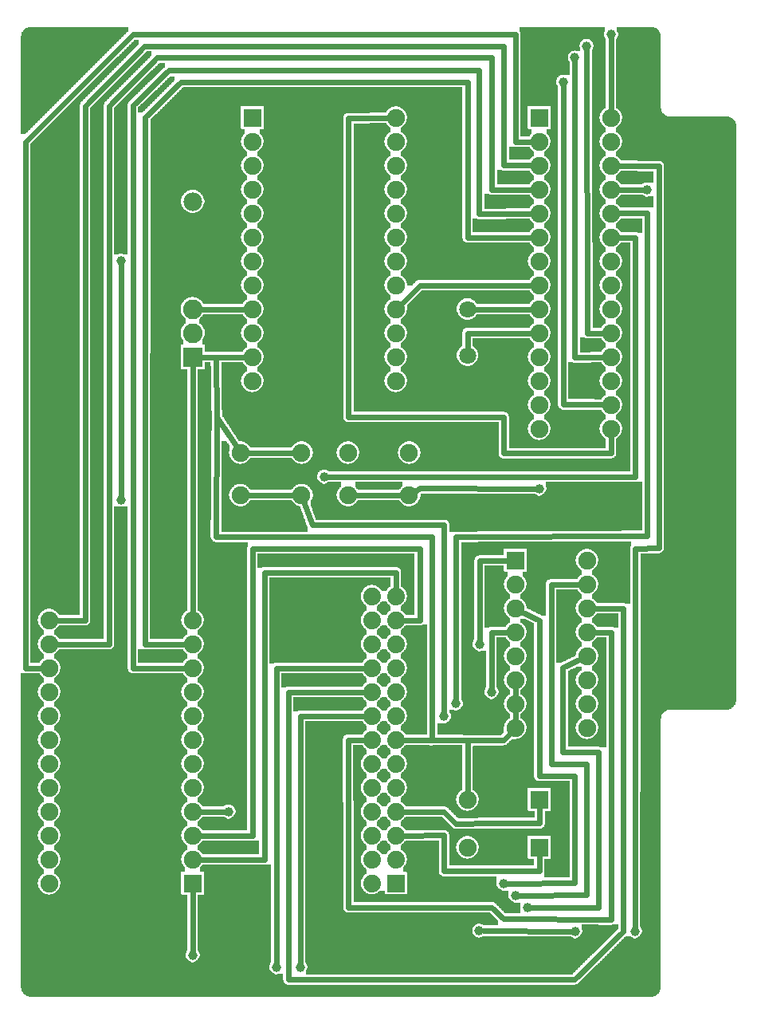
<source format=gtl>
G04 MADE WITH FRITZING*
G04 WWW.FRITZING.ORG*
G04 DOUBLE SIDED*
G04 HOLES PLATED*
G04 CONTOUR ON CENTER OF CONTOUR VECTOR*
%ASAXBY*%
%FSLAX23Y23*%
%MOIN*%
%OFA0B0*%
%SFA1.0B1.0*%
%ADD10C,0.075000*%
%ADD11C,0.074000*%
%ADD12C,0.082000*%
%ADD13C,0.078000*%
%ADD14C,0.070925*%
%ADD15C,0.070866*%
%ADD16C,0.039370*%
%ADD17R,0.074000X0.074000*%
%ADD18R,0.075000X0.075000*%
%ADD19R,0.082000X0.082000*%
%ADD20C,0.024000*%
%LNCOPPER1*%
G90*
G70*
G54D10*
X122Y4025D03*
X223Y3673D03*
X2205Y3952D03*
X882Y2836D03*
X2399Y2633D03*
X1721Y3769D03*
X1163Y1696D03*
X2614Y4018D03*
X1315Y1119D03*
X2520Y1880D03*
X1713Y630D03*
X852Y1869D03*
X2125Y1068D03*
G54D11*
X1514Y521D03*
X1514Y621D03*
X1514Y721D03*
X1514Y821D03*
X1514Y921D03*
X1514Y1021D03*
X1514Y1121D03*
X1514Y1221D03*
X1514Y1321D03*
X1514Y1421D03*
X1514Y1521D03*
X1514Y1621D03*
X1514Y1721D03*
X1614Y521D03*
X1614Y621D03*
X1614Y721D03*
X1614Y821D03*
X1614Y921D03*
X1614Y1021D03*
X1614Y1121D03*
X1614Y1221D03*
X1614Y1321D03*
X1614Y1421D03*
X1614Y1521D03*
X1614Y1621D03*
X1614Y1721D03*
G54D10*
X2214Y3721D03*
X2514Y3721D03*
X2214Y3621D03*
X2514Y3621D03*
X2214Y3521D03*
X2514Y3521D03*
X2214Y3421D03*
X2514Y3421D03*
X2214Y3321D03*
X2514Y3321D03*
X2214Y3221D03*
X2514Y3221D03*
X2214Y3121D03*
X2514Y3121D03*
X2214Y3021D03*
X2514Y3021D03*
X2214Y2921D03*
X2514Y2921D03*
X2214Y2821D03*
X2514Y2821D03*
X2214Y2721D03*
X2514Y2721D03*
X2214Y2621D03*
X2514Y2621D03*
X2214Y2521D03*
X2514Y2521D03*
X2214Y2421D03*
X2514Y2421D03*
X1014Y3721D03*
X1614Y3721D03*
X1014Y3621D03*
X1614Y3621D03*
X1014Y3521D03*
X1614Y3521D03*
X1014Y3421D03*
X1614Y3421D03*
X1014Y3321D03*
X1614Y3321D03*
X1014Y3221D03*
X1614Y3221D03*
X1014Y3121D03*
X1614Y3121D03*
X1014Y3021D03*
X1614Y3021D03*
X1014Y2921D03*
X1614Y2921D03*
X1014Y2821D03*
X1614Y2821D03*
X1014Y2721D03*
X1614Y2721D03*
X1014Y2621D03*
X1614Y2621D03*
X764Y521D03*
X164Y521D03*
X764Y621D03*
X164Y621D03*
X764Y721D03*
X164Y721D03*
X764Y821D03*
X164Y821D03*
X764Y921D03*
X164Y921D03*
X764Y1021D03*
X164Y1021D03*
X764Y1121D03*
X164Y1121D03*
X764Y1221D03*
X164Y1221D03*
X764Y1321D03*
X164Y1321D03*
X764Y1421D03*
X164Y1421D03*
X764Y1521D03*
X164Y1521D03*
X764Y1621D03*
X164Y1621D03*
G54D12*
X764Y2721D03*
X764Y2821D03*
X764Y2921D03*
G54D13*
X764Y3371D03*
G54D14*
X1914Y2728D03*
G54D15*
X1914Y2921D03*
G54D10*
X2114Y1871D03*
X2414Y1871D03*
X2114Y1771D03*
X2414Y1771D03*
X2114Y1671D03*
X2414Y1671D03*
X2114Y1571D03*
X2414Y1571D03*
X2114Y1471D03*
X2414Y1471D03*
X2114Y1371D03*
X2414Y1371D03*
X2114Y1271D03*
X2414Y1271D03*
X2114Y1171D03*
X2414Y1171D03*
G54D16*
X914Y821D03*
X1964Y1521D03*
X2014Y1321D03*
X764Y221D03*
X2064Y521D03*
X2164Y421D03*
X1114Y171D03*
X1214Y171D03*
X2412Y4021D03*
X2314Y3871D03*
G54D10*
X1670Y2144D03*
X1414Y2144D03*
X1670Y2321D03*
X1414Y2321D03*
X1220Y2144D03*
X964Y2144D03*
X1220Y2321D03*
X964Y2321D03*
X2214Y671D03*
X1914Y671D03*
X2214Y871D03*
X1914Y871D03*
G54D16*
X2114Y471D03*
X2214Y2171D03*
X1816Y1219D03*
X1314Y2221D03*
X1865Y1273D03*
X2363Y3972D03*
X1963Y323D03*
X2364Y321D03*
X2614Y321D03*
X2664Y3421D03*
X2514Y4069D03*
X464Y2124D03*
X464Y3124D03*
G54D17*
X1614Y521D03*
G54D18*
X2214Y3721D03*
X1014Y3721D03*
X764Y521D03*
G54D19*
X764Y2721D03*
G54D18*
X2114Y1871D03*
X2214Y671D03*
X2214Y871D03*
G54D20*
X986Y2921D02*
X796Y2921D01*
D02*
X863Y2720D02*
X986Y2721D01*
D02*
X865Y2470D02*
X863Y2720D01*
D02*
X863Y2720D02*
X865Y2470D01*
D02*
X796Y2721D02*
X863Y2720D01*
D02*
X865Y2470D02*
X863Y1970D01*
D02*
X863Y1970D02*
X1766Y1970D01*
D02*
X1766Y1970D02*
X1766Y1120D01*
D02*
X993Y2144D02*
X1192Y2144D01*
D02*
X1766Y1120D02*
X1645Y1121D01*
D02*
X1714Y3021D02*
X2186Y3021D01*
D02*
X1634Y2941D02*
X1714Y3021D01*
D02*
X2314Y2523D02*
X2314Y3852D01*
D02*
X2486Y2522D02*
X2314Y2523D01*
D02*
X2416Y2821D02*
X2412Y4002D01*
D02*
X2486Y2821D02*
X2416Y2821D01*
D02*
X1914Y2821D02*
X2186Y2821D01*
D02*
X1914Y2755D02*
X1914Y2821D01*
D02*
X1941Y2921D02*
X2186Y2921D01*
D02*
X2363Y523D02*
X2083Y521D01*
D02*
X2363Y971D02*
X2363Y523D01*
D02*
X2214Y971D02*
X2363Y971D01*
D02*
X2214Y1621D02*
X2214Y971D01*
D02*
X764Y240D02*
X764Y493D01*
D02*
X2140Y1658D02*
X2214Y1621D01*
D02*
X2064Y1120D02*
X2094Y1151D01*
D02*
X1915Y1120D02*
X2064Y1120D01*
D02*
X1645Y1121D02*
X1915Y1120D01*
D02*
X2114Y1200D02*
X2114Y1243D01*
D02*
X1014Y721D02*
X793Y721D01*
D02*
X1014Y1921D02*
X1014Y721D01*
D02*
X1714Y1921D02*
X1014Y1921D01*
D02*
X1714Y1621D02*
X1714Y1921D01*
D02*
X1645Y1621D02*
X1714Y1621D01*
D02*
X1064Y621D02*
X793Y621D01*
D02*
X1064Y1821D02*
X1064Y621D01*
D02*
X1614Y1821D02*
X1064Y1821D01*
D02*
X1614Y1752D02*
X1614Y1821D01*
D02*
X2516Y1571D02*
X2443Y1571D01*
D02*
X2516Y370D02*
X2516Y1571D01*
D02*
X2065Y372D02*
X2516Y370D01*
D02*
X2016Y421D02*
X2065Y372D01*
D02*
X1416Y421D02*
X2016Y421D01*
D02*
X1414Y1121D02*
X1416Y421D01*
D02*
X1483Y1121D02*
X1414Y1121D01*
D02*
X2362Y119D02*
X2566Y320D01*
D02*
X1165Y119D02*
X2362Y119D01*
D02*
X1164Y1321D02*
X1165Y119D01*
D02*
X2566Y320D02*
X2566Y1671D01*
D02*
X2566Y1671D02*
X2443Y1671D01*
D02*
X1483Y1321D02*
X1164Y1321D01*
D02*
X1214Y1221D02*
X1214Y190D01*
D02*
X1483Y1221D02*
X1214Y1221D01*
D02*
X1114Y1421D02*
X1114Y190D01*
D02*
X2313Y1422D02*
X2388Y1459D01*
D02*
X2463Y419D02*
X2463Y1070D01*
D02*
X2463Y1070D02*
X2313Y1070D01*
D02*
X2313Y1070D02*
X2313Y1422D01*
D02*
X2183Y421D02*
X2463Y419D01*
D02*
X1483Y1421D02*
X1114Y1421D01*
D02*
X764Y2689D02*
X764Y1650D01*
D02*
X895Y821D02*
X793Y821D01*
D02*
X1964Y1540D02*
X1965Y1870D01*
D02*
X1965Y1870D02*
X2086Y1871D01*
D02*
X2015Y1571D02*
X2086Y1571D01*
D02*
X2014Y1340D02*
X2015Y1571D01*
D02*
X2114Y1300D02*
X2114Y1343D01*
D02*
X566Y3722D02*
X714Y3870D01*
D02*
X1914Y3870D02*
X1914Y3221D01*
D02*
X1914Y3221D02*
X2186Y3221D01*
D02*
X564Y1521D02*
X566Y3722D01*
D02*
X714Y3870D02*
X1914Y3870D01*
D02*
X736Y1521D02*
X564Y1521D01*
D02*
X514Y3773D02*
X665Y3919D01*
D02*
X514Y1421D02*
X514Y3773D01*
D02*
X1963Y3919D02*
X1963Y3319D01*
D02*
X1963Y3319D02*
X2186Y3321D01*
D02*
X665Y3919D02*
X1963Y3919D01*
D02*
X736Y1421D02*
X514Y1421D01*
D02*
X314Y3771D02*
X563Y4021D01*
D02*
X314Y1621D02*
X314Y3771D01*
D02*
X2065Y4021D02*
X2065Y3523D01*
D02*
X2065Y3523D02*
X2186Y3522D01*
D02*
X563Y4021D02*
X2065Y4021D01*
D02*
X193Y1621D02*
X314Y1621D01*
D02*
X414Y3771D02*
X616Y3972D01*
D02*
X2016Y3972D02*
X2016Y3421D01*
D02*
X2016Y3421D02*
X2186Y3421D01*
D02*
X414Y1521D02*
X414Y3771D01*
D02*
X616Y3972D02*
X2016Y3972D01*
D02*
X193Y1521D02*
X414Y1521D01*
D02*
X64Y3621D02*
X64Y1421D01*
D02*
X64Y1421D02*
X136Y1421D01*
D02*
X514Y4070D02*
X64Y3621D01*
D02*
X2114Y4070D02*
X514Y4070D01*
D02*
X2114Y3621D02*
X2114Y4070D01*
D02*
X2186Y3621D02*
X2114Y3621D01*
D02*
X2413Y473D02*
X2413Y1020D01*
D02*
X2413Y1020D02*
X2264Y1020D01*
D02*
X2264Y1020D02*
X2264Y1771D01*
D02*
X2133Y471D02*
X2413Y473D01*
D02*
X2264Y1771D02*
X2386Y1771D01*
D02*
X1264Y2019D02*
X1816Y2019D01*
D02*
X1816Y2019D02*
X1816Y1238D01*
D02*
X1230Y2117D02*
X1264Y2019D01*
D02*
X1816Y722D02*
X1645Y721D01*
D02*
X2214Y572D02*
X1816Y572D01*
D02*
X1816Y572D02*
X1816Y722D01*
D02*
X2214Y643D02*
X2214Y572D01*
D02*
X1865Y771D02*
X1816Y821D01*
D02*
X1816Y821D02*
X1645Y821D01*
D02*
X2016Y772D02*
X1865Y771D01*
D02*
X2216Y772D02*
X2016Y772D01*
D02*
X2215Y843D02*
X2216Y772D01*
D02*
X1915Y1120D02*
X1914Y900D01*
D02*
X2064Y1120D02*
X1915Y1120D01*
D02*
X2094Y1151D02*
X2064Y1120D01*
D02*
X1714Y2172D02*
X1694Y2160D01*
D02*
X2195Y2171D02*
X1714Y2172D01*
D02*
X1192Y2321D02*
X993Y2321D01*
D02*
X865Y2470D02*
X948Y2345D01*
D02*
X1443Y2144D02*
X1642Y2144D01*
D02*
X2665Y3323D02*
X2665Y1972D01*
D02*
X2543Y3322D02*
X2665Y3323D01*
D02*
X2616Y3221D02*
X2616Y2221D01*
D02*
X2543Y3221D02*
X2616Y3221D01*
D02*
X2616Y2221D02*
X1333Y2221D01*
D02*
X2065Y2470D02*
X1416Y2470D01*
D02*
X2065Y2319D02*
X2065Y2470D01*
D02*
X2514Y2319D02*
X2065Y2319D01*
D02*
X2514Y2393D02*
X2514Y2319D01*
D02*
X2665Y1972D02*
X1865Y1970D01*
D02*
X1865Y1970D02*
X1865Y1292D01*
D02*
X1416Y2470D02*
X1416Y3719D01*
D02*
X1416Y3719D02*
X1586Y3721D01*
D02*
X2486Y2721D02*
X2363Y2719D01*
D02*
X2363Y2719D02*
X2363Y3953D01*
D02*
X2345Y321D02*
X1982Y323D01*
D02*
X2543Y3521D02*
X2714Y3519D01*
D02*
X2616Y1919D02*
X2614Y340D01*
D02*
X2714Y1923D02*
X2616Y1919D01*
D02*
X2714Y3519D02*
X2714Y1923D01*
D02*
X2543Y3421D02*
X2645Y3421D01*
D02*
X2514Y4050D02*
X2514Y3750D01*
D02*
X464Y2143D02*
X464Y3105D01*
G36*
X84Y4101D02*
X84Y4099D01*
X74Y4099D01*
X74Y4097D01*
X68Y4097D01*
X68Y4095D01*
X66Y4095D01*
X66Y4093D01*
X62Y4093D01*
X62Y4091D01*
X60Y4091D01*
X60Y4089D01*
X58Y4089D01*
X58Y4087D01*
X56Y4087D01*
X56Y4085D01*
X54Y4085D01*
X54Y4081D01*
X52Y4081D01*
X52Y4079D01*
X50Y4079D01*
X50Y4073D01*
X48Y4073D01*
X48Y4063D01*
X46Y4063D01*
X46Y3653D01*
X66Y3653D01*
X66Y3655D01*
X68Y3655D01*
X68Y3657D01*
X70Y3657D01*
X70Y3659D01*
X72Y3659D01*
X72Y3661D01*
X74Y3661D01*
X74Y3663D01*
X76Y3663D01*
X76Y3665D01*
X78Y3665D01*
X78Y3667D01*
X80Y3667D01*
X80Y3669D01*
X82Y3669D01*
X82Y3671D01*
X84Y3671D01*
X84Y3673D01*
X86Y3673D01*
X86Y3675D01*
X88Y3675D01*
X88Y3677D01*
X90Y3677D01*
X90Y3679D01*
X92Y3679D01*
X92Y3681D01*
X94Y3681D01*
X94Y3683D01*
X96Y3683D01*
X96Y3685D01*
X98Y3685D01*
X98Y3687D01*
X100Y3687D01*
X100Y3689D01*
X102Y3689D01*
X102Y3691D01*
X104Y3691D01*
X104Y3693D01*
X106Y3693D01*
X106Y3695D01*
X108Y3695D01*
X108Y3697D01*
X110Y3697D01*
X110Y3699D01*
X112Y3699D01*
X112Y3701D01*
X114Y3701D01*
X114Y3703D01*
X116Y3703D01*
X116Y3705D01*
X118Y3705D01*
X118Y3707D01*
X120Y3707D01*
X120Y3709D01*
X122Y3709D01*
X122Y3711D01*
X124Y3711D01*
X124Y3713D01*
X126Y3713D01*
X126Y3715D01*
X128Y3715D01*
X128Y3717D01*
X130Y3717D01*
X130Y3719D01*
X132Y3719D01*
X132Y3721D01*
X134Y3721D01*
X134Y3723D01*
X136Y3723D01*
X136Y3725D01*
X138Y3725D01*
X138Y3727D01*
X140Y3727D01*
X140Y3729D01*
X142Y3729D01*
X142Y3731D01*
X144Y3731D01*
X144Y3733D01*
X146Y3733D01*
X146Y3735D01*
X148Y3735D01*
X148Y3737D01*
X150Y3737D01*
X150Y3739D01*
X152Y3739D01*
X152Y3741D01*
X154Y3741D01*
X154Y3743D01*
X156Y3743D01*
X156Y3745D01*
X158Y3745D01*
X158Y3747D01*
X160Y3747D01*
X160Y3749D01*
X162Y3749D01*
X162Y3751D01*
X164Y3751D01*
X164Y3753D01*
X166Y3753D01*
X166Y3755D01*
X168Y3755D01*
X168Y3757D01*
X170Y3757D01*
X170Y3759D01*
X172Y3759D01*
X172Y3761D01*
X174Y3761D01*
X174Y3763D01*
X176Y3763D01*
X176Y3765D01*
X178Y3765D01*
X178Y3767D01*
X180Y3767D01*
X180Y3769D01*
X182Y3769D01*
X182Y3771D01*
X184Y3771D01*
X184Y3773D01*
X186Y3773D01*
X186Y3775D01*
X188Y3775D01*
X188Y3777D01*
X190Y3777D01*
X190Y3779D01*
X192Y3779D01*
X192Y3781D01*
X194Y3781D01*
X194Y3783D01*
X196Y3783D01*
X196Y3785D01*
X198Y3785D01*
X198Y3787D01*
X200Y3787D01*
X200Y3789D01*
X202Y3789D01*
X202Y3791D01*
X204Y3791D01*
X204Y3793D01*
X206Y3793D01*
X206Y3795D01*
X208Y3795D01*
X208Y3797D01*
X210Y3797D01*
X210Y3799D01*
X212Y3799D01*
X212Y3801D01*
X214Y3801D01*
X214Y3803D01*
X216Y3803D01*
X216Y3805D01*
X218Y3805D01*
X218Y3807D01*
X220Y3807D01*
X220Y3809D01*
X222Y3809D01*
X222Y3811D01*
X224Y3811D01*
X224Y3813D01*
X226Y3813D01*
X226Y3815D01*
X228Y3815D01*
X228Y3817D01*
X230Y3817D01*
X230Y3819D01*
X232Y3819D01*
X232Y3821D01*
X234Y3821D01*
X234Y3823D01*
X236Y3823D01*
X236Y3825D01*
X238Y3825D01*
X238Y3827D01*
X240Y3827D01*
X240Y3829D01*
X242Y3829D01*
X242Y3831D01*
X244Y3831D01*
X244Y3833D01*
X246Y3833D01*
X246Y3835D01*
X248Y3835D01*
X248Y3837D01*
X250Y3837D01*
X250Y3839D01*
X252Y3839D01*
X252Y3841D01*
X254Y3841D01*
X254Y3843D01*
X256Y3843D01*
X256Y3845D01*
X258Y3845D01*
X258Y3847D01*
X260Y3847D01*
X260Y3849D01*
X262Y3849D01*
X262Y3851D01*
X264Y3851D01*
X264Y3853D01*
X266Y3853D01*
X266Y3855D01*
X268Y3855D01*
X268Y3857D01*
X270Y3857D01*
X270Y3859D01*
X272Y3859D01*
X272Y3861D01*
X274Y3861D01*
X274Y3863D01*
X276Y3863D01*
X276Y3865D01*
X278Y3865D01*
X278Y3867D01*
X280Y3867D01*
X280Y3869D01*
X282Y3869D01*
X282Y3871D01*
X284Y3871D01*
X284Y3873D01*
X286Y3873D01*
X286Y3875D01*
X288Y3875D01*
X288Y3877D01*
X290Y3877D01*
X290Y3879D01*
X292Y3879D01*
X292Y3881D01*
X294Y3881D01*
X294Y3883D01*
X296Y3883D01*
X296Y3885D01*
X298Y3885D01*
X298Y3887D01*
X300Y3887D01*
X300Y3889D01*
X302Y3889D01*
X302Y3891D01*
X304Y3891D01*
X304Y3893D01*
X306Y3893D01*
X306Y3895D01*
X308Y3895D01*
X308Y3897D01*
X310Y3897D01*
X310Y3899D01*
X312Y3899D01*
X312Y3901D01*
X314Y3901D01*
X314Y3903D01*
X316Y3903D01*
X316Y3905D01*
X318Y3905D01*
X318Y3907D01*
X320Y3907D01*
X320Y3909D01*
X322Y3909D01*
X322Y3911D01*
X324Y3911D01*
X324Y3913D01*
X326Y3913D01*
X326Y3915D01*
X328Y3915D01*
X328Y3917D01*
X330Y3917D01*
X330Y3919D01*
X332Y3919D01*
X332Y3921D01*
X334Y3921D01*
X334Y3923D01*
X336Y3923D01*
X336Y3925D01*
X338Y3925D01*
X338Y3927D01*
X340Y3927D01*
X340Y3929D01*
X342Y3929D01*
X342Y3931D01*
X344Y3931D01*
X344Y3933D01*
X346Y3933D01*
X346Y3935D01*
X348Y3935D01*
X348Y3937D01*
X350Y3937D01*
X350Y3939D01*
X352Y3939D01*
X352Y3941D01*
X354Y3941D01*
X354Y3943D01*
X356Y3943D01*
X356Y3945D01*
X358Y3945D01*
X358Y3947D01*
X360Y3947D01*
X360Y3949D01*
X362Y3949D01*
X362Y3951D01*
X364Y3951D01*
X364Y3953D01*
X366Y3953D01*
X366Y3955D01*
X368Y3955D01*
X368Y3957D01*
X370Y3957D01*
X370Y3959D01*
X372Y3959D01*
X372Y3961D01*
X374Y3961D01*
X374Y3963D01*
X376Y3963D01*
X376Y3965D01*
X378Y3965D01*
X378Y3967D01*
X380Y3967D01*
X380Y3969D01*
X382Y3969D01*
X382Y3971D01*
X384Y3971D01*
X384Y3973D01*
X386Y3973D01*
X386Y3975D01*
X388Y3975D01*
X388Y3977D01*
X390Y3977D01*
X390Y3979D01*
X392Y3979D01*
X392Y3981D01*
X394Y3981D01*
X394Y3983D01*
X396Y3983D01*
X396Y3985D01*
X398Y3985D01*
X398Y3987D01*
X400Y3987D01*
X400Y3989D01*
X402Y3989D01*
X402Y3991D01*
X404Y3991D01*
X404Y3993D01*
X406Y3993D01*
X406Y3995D01*
X408Y3995D01*
X408Y3997D01*
X410Y3997D01*
X410Y3999D01*
X412Y3999D01*
X412Y4001D01*
X414Y4001D01*
X414Y4003D01*
X416Y4003D01*
X416Y4005D01*
X418Y4005D01*
X418Y4007D01*
X420Y4007D01*
X420Y4009D01*
X422Y4009D01*
X422Y4011D01*
X424Y4011D01*
X424Y4013D01*
X426Y4013D01*
X426Y4015D01*
X428Y4015D01*
X428Y4017D01*
X430Y4017D01*
X430Y4019D01*
X432Y4019D01*
X432Y4021D01*
X434Y4021D01*
X434Y4023D01*
X436Y4023D01*
X436Y4025D01*
X438Y4025D01*
X438Y4027D01*
X440Y4027D01*
X440Y4029D01*
X442Y4029D01*
X442Y4031D01*
X444Y4031D01*
X444Y4033D01*
X446Y4033D01*
X446Y4035D01*
X448Y4035D01*
X448Y4037D01*
X450Y4037D01*
X450Y4039D01*
X452Y4039D01*
X452Y4041D01*
X454Y4041D01*
X454Y4043D01*
X456Y4043D01*
X456Y4045D01*
X458Y4045D01*
X458Y4047D01*
X460Y4047D01*
X460Y4049D01*
X462Y4049D01*
X462Y4051D01*
X464Y4051D01*
X464Y4053D01*
X466Y4053D01*
X466Y4055D01*
X468Y4055D01*
X468Y4057D01*
X470Y4057D01*
X470Y4059D01*
X472Y4059D01*
X472Y4061D01*
X474Y4061D01*
X474Y4063D01*
X476Y4063D01*
X476Y4065D01*
X478Y4065D01*
X478Y4067D01*
X480Y4067D01*
X480Y4069D01*
X482Y4069D01*
X482Y4071D01*
X484Y4071D01*
X484Y4073D01*
X486Y4073D01*
X486Y4075D01*
X488Y4075D01*
X488Y4077D01*
X490Y4077D01*
X490Y4079D01*
X492Y4079D01*
X492Y4081D01*
X494Y4081D01*
X494Y4101D01*
X84Y4101D01*
G37*
D02*
G36*
X520Y4045D02*
X520Y4043D01*
X518Y4043D01*
X518Y4041D01*
X516Y4041D01*
X516Y4039D01*
X514Y4039D01*
X514Y4037D01*
X512Y4037D01*
X512Y4035D01*
X510Y4035D01*
X510Y4033D01*
X508Y4033D01*
X508Y4031D01*
X506Y4031D01*
X506Y4029D01*
X504Y4029D01*
X504Y4027D01*
X502Y4027D01*
X502Y4025D01*
X500Y4025D01*
X500Y4023D01*
X498Y4023D01*
X498Y4021D01*
X496Y4021D01*
X496Y4019D01*
X494Y4019D01*
X494Y4017D01*
X492Y4017D01*
X492Y4015D01*
X490Y4015D01*
X490Y4013D01*
X488Y4013D01*
X488Y4011D01*
X486Y4011D01*
X486Y4009D01*
X484Y4009D01*
X484Y4007D01*
X482Y4007D01*
X482Y4005D01*
X480Y4005D01*
X480Y4003D01*
X478Y4003D01*
X478Y4001D01*
X476Y4001D01*
X476Y3999D01*
X474Y3999D01*
X474Y3997D01*
X472Y3997D01*
X472Y3995D01*
X470Y3995D01*
X470Y3993D01*
X468Y3993D01*
X468Y3991D01*
X466Y3991D01*
X466Y3989D01*
X464Y3989D01*
X464Y3987D01*
X462Y3987D01*
X462Y3985D01*
X460Y3985D01*
X460Y3983D01*
X458Y3983D01*
X458Y3981D01*
X456Y3981D01*
X456Y3979D01*
X454Y3979D01*
X454Y3977D01*
X450Y3977D01*
X450Y3975D01*
X448Y3975D01*
X448Y3973D01*
X446Y3973D01*
X446Y3971D01*
X444Y3971D01*
X444Y3969D01*
X442Y3969D01*
X442Y3967D01*
X440Y3967D01*
X440Y3965D01*
X438Y3965D01*
X438Y3963D01*
X436Y3963D01*
X436Y3961D01*
X434Y3961D01*
X434Y3959D01*
X432Y3959D01*
X432Y3957D01*
X430Y3957D01*
X430Y3955D01*
X428Y3955D01*
X428Y3953D01*
X426Y3953D01*
X426Y3951D01*
X424Y3951D01*
X424Y3949D01*
X422Y3949D01*
X422Y3947D01*
X420Y3947D01*
X420Y3945D01*
X418Y3945D01*
X418Y3943D01*
X416Y3943D01*
X416Y3941D01*
X414Y3941D01*
X414Y3939D01*
X412Y3939D01*
X412Y3937D01*
X410Y3937D01*
X410Y3935D01*
X408Y3935D01*
X408Y3933D01*
X406Y3933D01*
X406Y3931D01*
X404Y3931D01*
X404Y3929D01*
X402Y3929D01*
X402Y3927D01*
X400Y3927D01*
X400Y3925D01*
X398Y3925D01*
X398Y3923D01*
X396Y3923D01*
X396Y3921D01*
X394Y3921D01*
X394Y3919D01*
X392Y3919D01*
X392Y3917D01*
X390Y3917D01*
X390Y3915D01*
X388Y3915D01*
X388Y3913D01*
X386Y3913D01*
X386Y3911D01*
X384Y3911D01*
X384Y3909D01*
X382Y3909D01*
X382Y3907D01*
X380Y3907D01*
X380Y3905D01*
X378Y3905D01*
X378Y3903D01*
X376Y3903D01*
X376Y3901D01*
X374Y3901D01*
X374Y3899D01*
X372Y3899D01*
X372Y3897D01*
X370Y3897D01*
X370Y3895D01*
X368Y3895D01*
X368Y3893D01*
X366Y3893D01*
X366Y3891D01*
X364Y3891D01*
X364Y3889D01*
X362Y3889D01*
X362Y3887D01*
X360Y3887D01*
X360Y3885D01*
X358Y3885D01*
X358Y3883D01*
X356Y3883D01*
X356Y3881D01*
X354Y3881D01*
X354Y3879D01*
X352Y3879D01*
X352Y3877D01*
X350Y3877D01*
X350Y3875D01*
X348Y3875D01*
X348Y3873D01*
X346Y3873D01*
X346Y3871D01*
X344Y3871D01*
X344Y3869D01*
X342Y3869D01*
X342Y3867D01*
X340Y3867D01*
X340Y3865D01*
X338Y3865D01*
X338Y3863D01*
X336Y3863D01*
X336Y3861D01*
X334Y3861D01*
X334Y3859D01*
X332Y3859D01*
X332Y3857D01*
X330Y3857D01*
X330Y3855D01*
X328Y3855D01*
X328Y3853D01*
X326Y3853D01*
X326Y3851D01*
X324Y3851D01*
X324Y3849D01*
X322Y3849D01*
X322Y3847D01*
X320Y3847D01*
X320Y3845D01*
X318Y3845D01*
X318Y3843D01*
X316Y3843D01*
X316Y3841D01*
X314Y3841D01*
X314Y3839D01*
X312Y3839D01*
X312Y3837D01*
X310Y3837D01*
X310Y3835D01*
X308Y3835D01*
X308Y3833D01*
X306Y3833D01*
X306Y3831D01*
X304Y3831D01*
X304Y3829D01*
X302Y3829D01*
X302Y3827D01*
X300Y3827D01*
X300Y3825D01*
X298Y3825D01*
X298Y3823D01*
X296Y3823D01*
X296Y3821D01*
X294Y3821D01*
X294Y3819D01*
X292Y3819D01*
X292Y3817D01*
X290Y3817D01*
X290Y3815D01*
X288Y3815D01*
X288Y3813D01*
X286Y3813D01*
X286Y3811D01*
X284Y3811D01*
X284Y3809D01*
X282Y3809D01*
X282Y3807D01*
X280Y3807D01*
X280Y3805D01*
X278Y3805D01*
X278Y3803D01*
X276Y3803D01*
X276Y3801D01*
X274Y3801D01*
X274Y3799D01*
X272Y3799D01*
X272Y3797D01*
X270Y3797D01*
X270Y3795D01*
X268Y3795D01*
X268Y3793D01*
X266Y3793D01*
X266Y3791D01*
X264Y3791D01*
X264Y3789D01*
X262Y3789D01*
X262Y3787D01*
X260Y3787D01*
X260Y3785D01*
X258Y3785D01*
X258Y3783D01*
X256Y3783D01*
X256Y3781D01*
X254Y3781D01*
X254Y3779D01*
X252Y3779D01*
X252Y3777D01*
X250Y3777D01*
X250Y3775D01*
X248Y3775D01*
X248Y3773D01*
X246Y3773D01*
X246Y3771D01*
X244Y3771D01*
X244Y3769D01*
X242Y3769D01*
X242Y3767D01*
X240Y3767D01*
X240Y3765D01*
X238Y3765D01*
X238Y3763D01*
X236Y3763D01*
X236Y3761D01*
X234Y3761D01*
X234Y3759D01*
X232Y3759D01*
X232Y3757D01*
X230Y3757D01*
X230Y3755D01*
X228Y3755D01*
X228Y3753D01*
X226Y3753D01*
X226Y3751D01*
X224Y3751D01*
X224Y3749D01*
X222Y3749D01*
X222Y3747D01*
X220Y3747D01*
X220Y3745D01*
X218Y3745D01*
X218Y3743D01*
X216Y3743D01*
X216Y3741D01*
X214Y3741D01*
X214Y3739D01*
X212Y3739D01*
X212Y3737D01*
X210Y3737D01*
X210Y3735D01*
X208Y3735D01*
X208Y3733D01*
X206Y3733D01*
X206Y3731D01*
X204Y3731D01*
X204Y3729D01*
X202Y3729D01*
X202Y3727D01*
X200Y3727D01*
X200Y3725D01*
X198Y3725D01*
X198Y3723D01*
X196Y3723D01*
X196Y3721D01*
X194Y3721D01*
X194Y3719D01*
X192Y3719D01*
X192Y3717D01*
X190Y3717D01*
X190Y3715D01*
X188Y3715D01*
X188Y3713D01*
X186Y3713D01*
X186Y3711D01*
X184Y3711D01*
X184Y3709D01*
X182Y3709D01*
X182Y3707D01*
X180Y3707D01*
X180Y3705D01*
X178Y3705D01*
X178Y3703D01*
X176Y3703D01*
X176Y3701D01*
X174Y3701D01*
X174Y3699D01*
X172Y3699D01*
X172Y3697D01*
X170Y3697D01*
X170Y3695D01*
X168Y3695D01*
X168Y3693D01*
X166Y3693D01*
X166Y3691D01*
X164Y3691D01*
X164Y3689D01*
X162Y3689D01*
X162Y3687D01*
X160Y3687D01*
X160Y3685D01*
X158Y3685D01*
X158Y3683D01*
X156Y3683D01*
X156Y3681D01*
X154Y3681D01*
X154Y3679D01*
X152Y3679D01*
X152Y3677D01*
X150Y3677D01*
X150Y3675D01*
X148Y3675D01*
X148Y3673D01*
X146Y3673D01*
X146Y3671D01*
X144Y3671D01*
X144Y3669D01*
X142Y3669D01*
X142Y3667D01*
X140Y3667D01*
X140Y3665D01*
X138Y3665D01*
X138Y3663D01*
X136Y3663D01*
X136Y3661D01*
X134Y3661D01*
X134Y3659D01*
X132Y3659D01*
X132Y3657D01*
X130Y3657D01*
X130Y3655D01*
X128Y3655D01*
X128Y3653D01*
X126Y3653D01*
X126Y3651D01*
X124Y3651D01*
X124Y3649D01*
X122Y3649D01*
X122Y3647D01*
X120Y3647D01*
X120Y3645D01*
X118Y3645D01*
X118Y3643D01*
X116Y3643D01*
X116Y3641D01*
X114Y3641D01*
X114Y3639D01*
X112Y3639D01*
X112Y3637D01*
X110Y3637D01*
X110Y3635D01*
X108Y3635D01*
X108Y3633D01*
X106Y3633D01*
X106Y3631D01*
X104Y3631D01*
X104Y3629D01*
X102Y3629D01*
X102Y3627D01*
X100Y3627D01*
X100Y3625D01*
X98Y3625D01*
X98Y3623D01*
X96Y3623D01*
X96Y3621D01*
X94Y3621D01*
X94Y3619D01*
X92Y3619D01*
X92Y3617D01*
X90Y3617D01*
X90Y3615D01*
X88Y3615D01*
X88Y3613D01*
X86Y3613D01*
X86Y1669D01*
X172Y1669D01*
X172Y1667D01*
X178Y1667D01*
X178Y1665D01*
X182Y1665D01*
X182Y1663D01*
X186Y1663D01*
X186Y1661D01*
X190Y1661D01*
X190Y1659D01*
X192Y1659D01*
X192Y1657D01*
X194Y1657D01*
X194Y1655D01*
X196Y1655D01*
X196Y1653D01*
X198Y1653D01*
X198Y1651D01*
X200Y1651D01*
X200Y1649D01*
X202Y1649D01*
X202Y1647D01*
X204Y1647D01*
X204Y1643D01*
X292Y1643D01*
X292Y3777D01*
X294Y3777D01*
X294Y3781D01*
X296Y3781D01*
X296Y3785D01*
X298Y3785D01*
X298Y3787D01*
X300Y3787D01*
X300Y3789D01*
X302Y3789D01*
X302Y3791D01*
X304Y3791D01*
X304Y3793D01*
X306Y3793D01*
X306Y3795D01*
X308Y3795D01*
X308Y3797D01*
X310Y3797D01*
X310Y3799D01*
X312Y3799D01*
X312Y3801D01*
X314Y3801D01*
X314Y3803D01*
X316Y3803D01*
X316Y3805D01*
X318Y3805D01*
X318Y3807D01*
X320Y3807D01*
X320Y3809D01*
X322Y3809D01*
X322Y3811D01*
X324Y3811D01*
X324Y3813D01*
X326Y3813D01*
X326Y3815D01*
X328Y3815D01*
X328Y3817D01*
X330Y3817D01*
X330Y3819D01*
X332Y3819D01*
X332Y3821D01*
X334Y3821D01*
X334Y3823D01*
X336Y3823D01*
X336Y3825D01*
X338Y3825D01*
X338Y3827D01*
X340Y3827D01*
X340Y3829D01*
X342Y3829D01*
X342Y3831D01*
X344Y3831D01*
X344Y3833D01*
X346Y3833D01*
X346Y3835D01*
X348Y3835D01*
X348Y3837D01*
X350Y3837D01*
X350Y3839D01*
X352Y3839D01*
X352Y3841D01*
X354Y3841D01*
X354Y3843D01*
X356Y3843D01*
X356Y3845D01*
X358Y3845D01*
X358Y3847D01*
X360Y3847D01*
X360Y3849D01*
X362Y3849D01*
X362Y3851D01*
X364Y3851D01*
X364Y3853D01*
X366Y3853D01*
X366Y3855D01*
X368Y3855D01*
X368Y3857D01*
X370Y3857D01*
X370Y3859D01*
X372Y3859D01*
X372Y3861D01*
X374Y3861D01*
X374Y3863D01*
X376Y3863D01*
X376Y3865D01*
X378Y3865D01*
X378Y3867D01*
X380Y3867D01*
X380Y3869D01*
X382Y3869D01*
X382Y3871D01*
X384Y3871D01*
X384Y3873D01*
X386Y3873D01*
X386Y3875D01*
X388Y3875D01*
X388Y3877D01*
X390Y3877D01*
X390Y3879D01*
X392Y3879D01*
X392Y3881D01*
X394Y3881D01*
X394Y3883D01*
X396Y3883D01*
X396Y3885D01*
X398Y3885D01*
X398Y3887D01*
X400Y3887D01*
X400Y3889D01*
X402Y3889D01*
X402Y3891D01*
X404Y3891D01*
X404Y3893D01*
X406Y3893D01*
X406Y3895D01*
X408Y3895D01*
X408Y3897D01*
X410Y3897D01*
X410Y3899D01*
X412Y3899D01*
X412Y3901D01*
X414Y3901D01*
X414Y3903D01*
X416Y3903D01*
X416Y3905D01*
X418Y3905D01*
X418Y3907D01*
X420Y3907D01*
X420Y3909D01*
X422Y3909D01*
X422Y3911D01*
X424Y3911D01*
X424Y3913D01*
X426Y3913D01*
X426Y3915D01*
X428Y3915D01*
X428Y3917D01*
X430Y3917D01*
X430Y3919D01*
X432Y3919D01*
X432Y3921D01*
X434Y3921D01*
X434Y3923D01*
X436Y3923D01*
X436Y3925D01*
X438Y3925D01*
X438Y3927D01*
X440Y3927D01*
X440Y3929D01*
X442Y3929D01*
X442Y3931D01*
X444Y3931D01*
X444Y3933D01*
X446Y3933D01*
X446Y3935D01*
X448Y3935D01*
X448Y3937D01*
X450Y3937D01*
X450Y3939D01*
X452Y3939D01*
X452Y3941D01*
X454Y3941D01*
X454Y3943D01*
X456Y3943D01*
X456Y3945D01*
X458Y3945D01*
X458Y3947D01*
X460Y3947D01*
X460Y3949D01*
X462Y3949D01*
X462Y3951D01*
X464Y3951D01*
X464Y3953D01*
X466Y3953D01*
X466Y3955D01*
X468Y3955D01*
X468Y3957D01*
X470Y3957D01*
X470Y3959D01*
X472Y3959D01*
X472Y3961D01*
X474Y3961D01*
X474Y3963D01*
X476Y3963D01*
X476Y3965D01*
X478Y3965D01*
X478Y3967D01*
X480Y3967D01*
X480Y3969D01*
X482Y3969D01*
X482Y3971D01*
X484Y3971D01*
X484Y3973D01*
X486Y3973D01*
X486Y3975D01*
X488Y3975D01*
X488Y3979D01*
X490Y3979D01*
X490Y3981D01*
X492Y3981D01*
X492Y3983D01*
X494Y3983D01*
X494Y3985D01*
X496Y3985D01*
X496Y3987D01*
X498Y3987D01*
X498Y3989D01*
X500Y3989D01*
X500Y3991D01*
X502Y3991D01*
X502Y3993D01*
X504Y3993D01*
X504Y3995D01*
X506Y3995D01*
X506Y3997D01*
X508Y3997D01*
X508Y3999D01*
X510Y3999D01*
X510Y4001D01*
X512Y4001D01*
X512Y4003D01*
X514Y4003D01*
X514Y4005D01*
X516Y4005D01*
X516Y4007D01*
X518Y4007D01*
X518Y4009D01*
X520Y4009D01*
X520Y4011D01*
X522Y4011D01*
X522Y4013D01*
X524Y4013D01*
X524Y4015D01*
X526Y4015D01*
X526Y4017D01*
X528Y4017D01*
X528Y4019D01*
X530Y4019D01*
X530Y4021D01*
X532Y4021D01*
X532Y4023D01*
X534Y4023D01*
X534Y4025D01*
X536Y4025D01*
X536Y4027D01*
X538Y4027D01*
X538Y4029D01*
X540Y4029D01*
X540Y4045D01*
X520Y4045D01*
G37*
D02*
G36*
X86Y1669D02*
X86Y1443D01*
X124Y1443D01*
X124Y1445D01*
X126Y1445D01*
X126Y1449D01*
X128Y1449D01*
X128Y1451D01*
X130Y1451D01*
X130Y1453D01*
X132Y1453D01*
X132Y1455D01*
X134Y1455D01*
X134Y1457D01*
X136Y1457D01*
X136Y1459D01*
X138Y1459D01*
X138Y1461D01*
X142Y1461D01*
X142Y1481D01*
X140Y1481D01*
X140Y1483D01*
X136Y1483D01*
X136Y1485D01*
X134Y1485D01*
X134Y1487D01*
X132Y1487D01*
X132Y1489D01*
X130Y1489D01*
X130Y1491D01*
X128Y1491D01*
X128Y1493D01*
X126Y1493D01*
X126Y1497D01*
X124Y1497D01*
X124Y1499D01*
X122Y1499D01*
X122Y1503D01*
X120Y1503D01*
X120Y1509D01*
X118Y1509D01*
X118Y1517D01*
X116Y1517D01*
X116Y1525D01*
X118Y1525D01*
X118Y1535D01*
X120Y1535D01*
X120Y1539D01*
X122Y1539D01*
X122Y1543D01*
X124Y1543D01*
X124Y1545D01*
X126Y1545D01*
X126Y1549D01*
X128Y1549D01*
X128Y1551D01*
X130Y1551D01*
X130Y1553D01*
X132Y1553D01*
X132Y1555D01*
X134Y1555D01*
X134Y1557D01*
X136Y1557D01*
X136Y1559D01*
X138Y1559D01*
X138Y1561D01*
X142Y1561D01*
X142Y1581D01*
X140Y1581D01*
X140Y1583D01*
X136Y1583D01*
X136Y1585D01*
X134Y1585D01*
X134Y1587D01*
X132Y1587D01*
X132Y1589D01*
X130Y1589D01*
X130Y1591D01*
X128Y1591D01*
X128Y1593D01*
X126Y1593D01*
X126Y1597D01*
X124Y1597D01*
X124Y1599D01*
X122Y1599D01*
X122Y1603D01*
X120Y1603D01*
X120Y1609D01*
X118Y1609D01*
X118Y1617D01*
X116Y1617D01*
X116Y1625D01*
X118Y1625D01*
X118Y1635D01*
X120Y1635D01*
X120Y1639D01*
X122Y1639D01*
X122Y1643D01*
X124Y1643D01*
X124Y1645D01*
X126Y1645D01*
X126Y1649D01*
X128Y1649D01*
X128Y1651D01*
X130Y1651D01*
X130Y1653D01*
X132Y1653D01*
X132Y1655D01*
X134Y1655D01*
X134Y1657D01*
X136Y1657D01*
X136Y1659D01*
X138Y1659D01*
X138Y1661D01*
X142Y1661D01*
X142Y1663D01*
X146Y1663D01*
X146Y1665D01*
X150Y1665D01*
X150Y1667D01*
X156Y1667D01*
X156Y1669D01*
X86Y1669D01*
G37*
D02*
G36*
X572Y3999D02*
X572Y3997D01*
X570Y3997D01*
X570Y3995D01*
X568Y3995D01*
X568Y3993D01*
X566Y3993D01*
X566Y3991D01*
X564Y3991D01*
X564Y3989D01*
X562Y3989D01*
X562Y3987D01*
X560Y3987D01*
X560Y3985D01*
X558Y3985D01*
X558Y3983D01*
X556Y3983D01*
X556Y3981D01*
X554Y3981D01*
X554Y3979D01*
X552Y3979D01*
X552Y3977D01*
X550Y3977D01*
X550Y3975D01*
X548Y3975D01*
X548Y3973D01*
X546Y3973D01*
X546Y3971D01*
X544Y3971D01*
X544Y3969D01*
X542Y3969D01*
X542Y3967D01*
X540Y3967D01*
X540Y3965D01*
X538Y3965D01*
X538Y3963D01*
X536Y3963D01*
X536Y3961D01*
X534Y3961D01*
X534Y3959D01*
X532Y3959D01*
X532Y3957D01*
X530Y3957D01*
X530Y3955D01*
X528Y3955D01*
X528Y3953D01*
X526Y3953D01*
X526Y3951D01*
X524Y3951D01*
X524Y3949D01*
X522Y3949D01*
X522Y3947D01*
X520Y3947D01*
X520Y3945D01*
X518Y3945D01*
X518Y3943D01*
X516Y3943D01*
X516Y3941D01*
X514Y3941D01*
X514Y3939D01*
X512Y3939D01*
X512Y3937D01*
X510Y3937D01*
X510Y3935D01*
X508Y3935D01*
X508Y3933D01*
X506Y3933D01*
X506Y3931D01*
X504Y3931D01*
X504Y3929D01*
X502Y3929D01*
X502Y3927D01*
X500Y3927D01*
X500Y3925D01*
X498Y3925D01*
X498Y3923D01*
X496Y3923D01*
X496Y3921D01*
X494Y3921D01*
X494Y3919D01*
X492Y3919D01*
X492Y3917D01*
X490Y3917D01*
X490Y3915D01*
X488Y3915D01*
X488Y3913D01*
X486Y3913D01*
X486Y3911D01*
X484Y3911D01*
X484Y3909D01*
X482Y3909D01*
X482Y3907D01*
X480Y3907D01*
X480Y3905D01*
X478Y3905D01*
X478Y3903D01*
X476Y3903D01*
X476Y3901D01*
X474Y3901D01*
X474Y3899D01*
X472Y3899D01*
X472Y3897D01*
X470Y3897D01*
X470Y3895D01*
X468Y3895D01*
X468Y3893D01*
X466Y3893D01*
X466Y3891D01*
X464Y3891D01*
X464Y3889D01*
X462Y3889D01*
X462Y3887D01*
X460Y3887D01*
X460Y3885D01*
X458Y3885D01*
X458Y3883D01*
X456Y3883D01*
X456Y3881D01*
X454Y3881D01*
X454Y3879D01*
X452Y3879D01*
X452Y3877D01*
X450Y3877D01*
X450Y3875D01*
X448Y3875D01*
X448Y3873D01*
X446Y3873D01*
X446Y3871D01*
X444Y3871D01*
X444Y3869D01*
X442Y3869D01*
X442Y3867D01*
X440Y3867D01*
X440Y3865D01*
X438Y3865D01*
X438Y3863D01*
X436Y3863D01*
X436Y3861D01*
X434Y3861D01*
X434Y3859D01*
X432Y3859D01*
X432Y3857D01*
X430Y3857D01*
X430Y3855D01*
X428Y3855D01*
X428Y3853D01*
X426Y3853D01*
X426Y3851D01*
X424Y3851D01*
X424Y3849D01*
X422Y3849D01*
X422Y3847D01*
X420Y3847D01*
X420Y3845D01*
X418Y3845D01*
X418Y3843D01*
X416Y3843D01*
X416Y3841D01*
X414Y3841D01*
X414Y3839D01*
X412Y3839D01*
X412Y3837D01*
X410Y3837D01*
X410Y3835D01*
X408Y3835D01*
X408Y3833D01*
X406Y3833D01*
X406Y3831D01*
X404Y3831D01*
X404Y3829D01*
X402Y3829D01*
X402Y3827D01*
X400Y3827D01*
X400Y3825D01*
X398Y3825D01*
X398Y3823D01*
X396Y3823D01*
X396Y3821D01*
X394Y3821D01*
X394Y3819D01*
X392Y3819D01*
X392Y3817D01*
X390Y3817D01*
X390Y3815D01*
X388Y3815D01*
X388Y3813D01*
X386Y3813D01*
X386Y3811D01*
X384Y3811D01*
X384Y3809D01*
X382Y3809D01*
X382Y3807D01*
X380Y3807D01*
X380Y3805D01*
X378Y3805D01*
X378Y3803D01*
X376Y3803D01*
X376Y3801D01*
X374Y3801D01*
X374Y3799D01*
X372Y3799D01*
X372Y3797D01*
X370Y3797D01*
X370Y3795D01*
X368Y3795D01*
X368Y3793D01*
X366Y3793D01*
X366Y3791D01*
X364Y3791D01*
X364Y3789D01*
X362Y3789D01*
X362Y3787D01*
X360Y3787D01*
X360Y3785D01*
X358Y3785D01*
X358Y3783D01*
X356Y3783D01*
X356Y3781D01*
X354Y3781D01*
X354Y3779D01*
X352Y3779D01*
X352Y3777D01*
X350Y3777D01*
X350Y3775D01*
X348Y3775D01*
X348Y3773D01*
X346Y3773D01*
X346Y3771D01*
X344Y3771D01*
X344Y3769D01*
X342Y3769D01*
X342Y3767D01*
X340Y3767D01*
X340Y3765D01*
X338Y3765D01*
X338Y3763D01*
X336Y3763D01*
X336Y1615D01*
X334Y1615D01*
X334Y1609D01*
X332Y1609D01*
X332Y1607D01*
X330Y1607D01*
X330Y1605D01*
X328Y1605D01*
X328Y1603D01*
X324Y1603D01*
X324Y1601D01*
X320Y1601D01*
X320Y1599D01*
X204Y1599D01*
X204Y1597D01*
X202Y1597D01*
X202Y1593D01*
X200Y1593D01*
X200Y1591D01*
X198Y1591D01*
X198Y1589D01*
X196Y1589D01*
X196Y1587D01*
X194Y1587D01*
X194Y1585D01*
X192Y1585D01*
X192Y1583D01*
X188Y1583D01*
X188Y1581D01*
X186Y1581D01*
X186Y1561D01*
X190Y1561D01*
X190Y1559D01*
X192Y1559D01*
X192Y1557D01*
X194Y1557D01*
X194Y1555D01*
X196Y1555D01*
X196Y1553D01*
X198Y1553D01*
X198Y1551D01*
X200Y1551D01*
X200Y1549D01*
X202Y1549D01*
X202Y1547D01*
X204Y1547D01*
X204Y1543D01*
X392Y1543D01*
X392Y3777D01*
X394Y3777D01*
X394Y3781D01*
X396Y3781D01*
X396Y3785D01*
X398Y3785D01*
X398Y3787D01*
X400Y3787D01*
X400Y3789D01*
X402Y3789D01*
X402Y3791D01*
X404Y3791D01*
X404Y3793D01*
X406Y3793D01*
X406Y3795D01*
X408Y3795D01*
X408Y3797D01*
X410Y3797D01*
X410Y3799D01*
X412Y3799D01*
X412Y3801D01*
X414Y3801D01*
X414Y3803D01*
X416Y3803D01*
X416Y3805D01*
X418Y3805D01*
X418Y3807D01*
X420Y3807D01*
X420Y3809D01*
X422Y3809D01*
X422Y3811D01*
X424Y3811D01*
X424Y3813D01*
X426Y3813D01*
X426Y3815D01*
X428Y3815D01*
X428Y3817D01*
X430Y3817D01*
X430Y3819D01*
X432Y3819D01*
X432Y3821D01*
X434Y3821D01*
X434Y3823D01*
X436Y3823D01*
X436Y3825D01*
X438Y3825D01*
X438Y3827D01*
X440Y3827D01*
X440Y3829D01*
X442Y3829D01*
X442Y3831D01*
X444Y3831D01*
X444Y3833D01*
X446Y3833D01*
X446Y3835D01*
X448Y3835D01*
X448Y3837D01*
X450Y3837D01*
X450Y3839D01*
X452Y3839D01*
X452Y3841D01*
X454Y3841D01*
X454Y3843D01*
X456Y3843D01*
X456Y3845D01*
X458Y3845D01*
X458Y3847D01*
X460Y3847D01*
X460Y3849D01*
X462Y3849D01*
X462Y3851D01*
X464Y3851D01*
X464Y3853D01*
X466Y3853D01*
X466Y3855D01*
X468Y3855D01*
X468Y3857D01*
X470Y3857D01*
X470Y3859D01*
X472Y3859D01*
X472Y3861D01*
X474Y3861D01*
X474Y3863D01*
X476Y3863D01*
X476Y3865D01*
X478Y3865D01*
X478Y3867D01*
X480Y3867D01*
X480Y3869D01*
X482Y3869D01*
X482Y3871D01*
X484Y3871D01*
X484Y3873D01*
X486Y3873D01*
X486Y3875D01*
X488Y3875D01*
X488Y3877D01*
X490Y3877D01*
X490Y3879D01*
X492Y3879D01*
X492Y3881D01*
X494Y3881D01*
X494Y3883D01*
X496Y3883D01*
X496Y3885D01*
X498Y3885D01*
X498Y3887D01*
X500Y3887D01*
X500Y3889D01*
X502Y3889D01*
X502Y3891D01*
X504Y3891D01*
X504Y3893D01*
X506Y3893D01*
X506Y3895D01*
X508Y3895D01*
X508Y3897D01*
X510Y3897D01*
X510Y3899D01*
X512Y3899D01*
X512Y3901D01*
X514Y3901D01*
X514Y3903D01*
X516Y3903D01*
X516Y3905D01*
X518Y3905D01*
X518Y3907D01*
X520Y3907D01*
X520Y3909D01*
X522Y3909D01*
X522Y3911D01*
X524Y3911D01*
X524Y3913D01*
X526Y3913D01*
X526Y3915D01*
X528Y3915D01*
X528Y3917D01*
X530Y3917D01*
X530Y3919D01*
X532Y3919D01*
X532Y3921D01*
X534Y3921D01*
X534Y3923D01*
X536Y3923D01*
X536Y3925D01*
X538Y3925D01*
X538Y3927D01*
X540Y3927D01*
X540Y3929D01*
X542Y3929D01*
X542Y3931D01*
X544Y3931D01*
X544Y3933D01*
X546Y3933D01*
X546Y3935D01*
X548Y3935D01*
X548Y3937D01*
X550Y3937D01*
X550Y3939D01*
X552Y3939D01*
X552Y3941D01*
X554Y3941D01*
X554Y3943D01*
X556Y3943D01*
X556Y3945D01*
X558Y3945D01*
X558Y3947D01*
X560Y3947D01*
X560Y3949D01*
X562Y3949D01*
X562Y3951D01*
X564Y3951D01*
X564Y3953D01*
X566Y3953D01*
X566Y3955D01*
X568Y3955D01*
X568Y3957D01*
X570Y3957D01*
X570Y3959D01*
X572Y3959D01*
X572Y3961D01*
X574Y3961D01*
X574Y3963D01*
X576Y3963D01*
X576Y3965D01*
X578Y3965D01*
X578Y3967D01*
X580Y3967D01*
X580Y3969D01*
X582Y3969D01*
X582Y3971D01*
X584Y3971D01*
X584Y3973D01*
X586Y3973D01*
X586Y3975D01*
X588Y3975D01*
X588Y3977D01*
X590Y3977D01*
X590Y3979D01*
X592Y3979D01*
X592Y3999D01*
X572Y3999D01*
G37*
D02*
G36*
X626Y3951D02*
X626Y3949D01*
X624Y3949D01*
X624Y3947D01*
X622Y3947D01*
X622Y3945D01*
X620Y3945D01*
X620Y3943D01*
X618Y3943D01*
X618Y3941D01*
X616Y3941D01*
X616Y3939D01*
X614Y3939D01*
X614Y3937D01*
X612Y3937D01*
X612Y3935D01*
X610Y3935D01*
X610Y3933D01*
X608Y3933D01*
X608Y3931D01*
X606Y3931D01*
X606Y3929D01*
X604Y3929D01*
X604Y3927D01*
X602Y3927D01*
X602Y3925D01*
X600Y3925D01*
X600Y3923D01*
X598Y3923D01*
X598Y3921D01*
X594Y3921D01*
X594Y3919D01*
X592Y3919D01*
X592Y3917D01*
X590Y3917D01*
X590Y3915D01*
X588Y3915D01*
X588Y3913D01*
X586Y3913D01*
X586Y3911D01*
X584Y3911D01*
X584Y3909D01*
X582Y3909D01*
X582Y3907D01*
X580Y3907D01*
X580Y3905D01*
X578Y3905D01*
X578Y3903D01*
X576Y3903D01*
X576Y3901D01*
X574Y3901D01*
X574Y3899D01*
X572Y3899D01*
X572Y3897D01*
X570Y3897D01*
X570Y3895D01*
X568Y3895D01*
X568Y3893D01*
X566Y3893D01*
X566Y3891D01*
X564Y3891D01*
X564Y3889D01*
X562Y3889D01*
X562Y3887D01*
X560Y3887D01*
X560Y3885D01*
X558Y3885D01*
X558Y3883D01*
X556Y3883D01*
X556Y3881D01*
X554Y3881D01*
X554Y3879D01*
X552Y3879D01*
X552Y3877D01*
X550Y3877D01*
X550Y3875D01*
X548Y3875D01*
X548Y3873D01*
X546Y3873D01*
X546Y3871D01*
X544Y3871D01*
X544Y3869D01*
X542Y3869D01*
X542Y3867D01*
X540Y3867D01*
X540Y3865D01*
X538Y3865D01*
X538Y3863D01*
X536Y3863D01*
X536Y3861D01*
X534Y3861D01*
X534Y3859D01*
X532Y3859D01*
X532Y3857D01*
X530Y3857D01*
X530Y3855D01*
X528Y3855D01*
X528Y3853D01*
X526Y3853D01*
X526Y3851D01*
X524Y3851D01*
X524Y3849D01*
X522Y3849D01*
X522Y3847D01*
X520Y3847D01*
X520Y3845D01*
X518Y3845D01*
X518Y3843D01*
X516Y3843D01*
X516Y3841D01*
X514Y3841D01*
X514Y3839D01*
X512Y3839D01*
X512Y3837D01*
X510Y3837D01*
X510Y3835D01*
X508Y3835D01*
X508Y3833D01*
X506Y3833D01*
X506Y3831D01*
X504Y3831D01*
X504Y3829D01*
X502Y3829D01*
X502Y3827D01*
X500Y3827D01*
X500Y3825D01*
X498Y3825D01*
X498Y3823D01*
X496Y3823D01*
X496Y3821D01*
X494Y3821D01*
X494Y3819D01*
X492Y3819D01*
X492Y3817D01*
X490Y3817D01*
X490Y3815D01*
X488Y3815D01*
X488Y3813D01*
X486Y3813D01*
X486Y3811D01*
X484Y3811D01*
X484Y3809D01*
X482Y3809D01*
X482Y3807D01*
X480Y3807D01*
X480Y3805D01*
X478Y3805D01*
X478Y3803D01*
X476Y3803D01*
X476Y3801D01*
X474Y3801D01*
X474Y3799D01*
X472Y3799D01*
X472Y3797D01*
X470Y3797D01*
X470Y3795D01*
X468Y3795D01*
X468Y3793D01*
X466Y3793D01*
X466Y3791D01*
X464Y3791D01*
X464Y3789D01*
X462Y3789D01*
X462Y3787D01*
X460Y3787D01*
X460Y3785D01*
X458Y3785D01*
X458Y3783D01*
X456Y3783D01*
X456Y3781D01*
X454Y3781D01*
X454Y3779D01*
X452Y3779D01*
X452Y3777D01*
X450Y3777D01*
X450Y3775D01*
X448Y3775D01*
X448Y3773D01*
X446Y3773D01*
X446Y3771D01*
X444Y3771D01*
X444Y3769D01*
X442Y3769D01*
X442Y3767D01*
X440Y3767D01*
X440Y3765D01*
X438Y3765D01*
X438Y3763D01*
X436Y3763D01*
X436Y3153D01*
X472Y3153D01*
X472Y3151D01*
X492Y3151D01*
X492Y3779D01*
X494Y3779D01*
X494Y3785D01*
X496Y3785D01*
X496Y3787D01*
X498Y3787D01*
X498Y3789D01*
X500Y3789D01*
X500Y3791D01*
X502Y3791D01*
X502Y3793D01*
X504Y3793D01*
X504Y3795D01*
X506Y3795D01*
X506Y3797D01*
X508Y3797D01*
X508Y3799D01*
X510Y3799D01*
X510Y3801D01*
X512Y3801D01*
X512Y3803D01*
X514Y3803D01*
X514Y3805D01*
X516Y3805D01*
X516Y3807D01*
X518Y3807D01*
X518Y3809D01*
X520Y3809D01*
X520Y3811D01*
X522Y3811D01*
X522Y3813D01*
X524Y3813D01*
X524Y3815D01*
X526Y3815D01*
X526Y3817D01*
X528Y3817D01*
X528Y3819D01*
X530Y3819D01*
X530Y3821D01*
X534Y3821D01*
X534Y3823D01*
X536Y3823D01*
X536Y3825D01*
X538Y3825D01*
X538Y3827D01*
X540Y3827D01*
X540Y3829D01*
X542Y3829D01*
X542Y3831D01*
X544Y3831D01*
X544Y3833D01*
X546Y3833D01*
X546Y3835D01*
X548Y3835D01*
X548Y3837D01*
X550Y3837D01*
X550Y3839D01*
X552Y3839D01*
X552Y3841D01*
X554Y3841D01*
X554Y3843D01*
X556Y3843D01*
X556Y3845D01*
X558Y3845D01*
X558Y3847D01*
X560Y3847D01*
X560Y3849D01*
X562Y3849D01*
X562Y3851D01*
X564Y3851D01*
X564Y3853D01*
X566Y3853D01*
X566Y3855D01*
X568Y3855D01*
X568Y3857D01*
X570Y3857D01*
X570Y3859D01*
X572Y3859D01*
X572Y3861D01*
X574Y3861D01*
X574Y3863D01*
X576Y3863D01*
X576Y3865D01*
X578Y3865D01*
X578Y3867D01*
X580Y3867D01*
X580Y3869D01*
X582Y3869D01*
X582Y3871D01*
X584Y3871D01*
X584Y3873D01*
X586Y3873D01*
X586Y3875D01*
X590Y3875D01*
X590Y3877D01*
X592Y3877D01*
X592Y3879D01*
X594Y3879D01*
X594Y3881D01*
X596Y3881D01*
X596Y3883D01*
X598Y3883D01*
X598Y3885D01*
X600Y3885D01*
X600Y3887D01*
X602Y3887D01*
X602Y3889D01*
X604Y3889D01*
X604Y3891D01*
X606Y3891D01*
X606Y3893D01*
X608Y3893D01*
X608Y3895D01*
X610Y3895D01*
X610Y3897D01*
X612Y3897D01*
X612Y3899D01*
X614Y3899D01*
X614Y3901D01*
X616Y3901D01*
X616Y3903D01*
X618Y3903D01*
X618Y3905D01*
X620Y3905D01*
X620Y3907D01*
X622Y3907D01*
X622Y3909D01*
X624Y3909D01*
X624Y3911D01*
X626Y3911D01*
X626Y3913D01*
X628Y3913D01*
X628Y3915D01*
X630Y3915D01*
X630Y3917D01*
X632Y3917D01*
X632Y3919D01*
X634Y3919D01*
X634Y3921D01*
X636Y3921D01*
X636Y3923D01*
X638Y3923D01*
X638Y3925D01*
X640Y3925D01*
X640Y3927D01*
X642Y3927D01*
X642Y3929D01*
X644Y3929D01*
X644Y3931D01*
X648Y3931D01*
X648Y3951D01*
X626Y3951D01*
G37*
D02*
G36*
X436Y3153D02*
X436Y3151D01*
X456Y3151D01*
X456Y3153D01*
X436Y3153D01*
G37*
D02*
G36*
X668Y3893D02*
X668Y3891D01*
X666Y3891D01*
X666Y3889D01*
X664Y3889D01*
X664Y3887D01*
X662Y3887D01*
X662Y3885D01*
X660Y3885D01*
X660Y3883D01*
X658Y3883D01*
X658Y3881D01*
X656Y3881D01*
X656Y3879D01*
X654Y3879D01*
X654Y3877D01*
X652Y3877D01*
X652Y3875D01*
X650Y3875D01*
X650Y3873D01*
X648Y3873D01*
X648Y3871D01*
X646Y3871D01*
X646Y3869D01*
X644Y3869D01*
X644Y3867D01*
X642Y3867D01*
X642Y3865D01*
X640Y3865D01*
X640Y3863D01*
X638Y3863D01*
X638Y3861D01*
X636Y3861D01*
X636Y3859D01*
X634Y3859D01*
X634Y3857D01*
X632Y3857D01*
X632Y3855D01*
X630Y3855D01*
X630Y3853D01*
X628Y3853D01*
X628Y3851D01*
X626Y3851D01*
X626Y3849D01*
X624Y3849D01*
X624Y3847D01*
X622Y3847D01*
X622Y3845D01*
X620Y3845D01*
X620Y3843D01*
X618Y3843D01*
X618Y3841D01*
X616Y3841D01*
X616Y3839D01*
X614Y3839D01*
X614Y3837D01*
X610Y3837D01*
X610Y3835D01*
X608Y3835D01*
X608Y3833D01*
X606Y3833D01*
X606Y3831D01*
X604Y3831D01*
X604Y3829D01*
X602Y3829D01*
X602Y3827D01*
X600Y3827D01*
X600Y3825D01*
X598Y3825D01*
X598Y3823D01*
X596Y3823D01*
X596Y3821D01*
X594Y3821D01*
X594Y3819D01*
X592Y3819D01*
X592Y3817D01*
X590Y3817D01*
X590Y3815D01*
X588Y3815D01*
X588Y3813D01*
X586Y3813D01*
X586Y3811D01*
X584Y3811D01*
X584Y3809D01*
X582Y3809D01*
X582Y3807D01*
X580Y3807D01*
X580Y3805D01*
X578Y3805D01*
X578Y3803D01*
X576Y3803D01*
X576Y3801D01*
X574Y3801D01*
X574Y3799D01*
X572Y3799D01*
X572Y3797D01*
X570Y3797D01*
X570Y3795D01*
X568Y3795D01*
X568Y3793D01*
X566Y3793D01*
X566Y3791D01*
X564Y3791D01*
X564Y3789D01*
X562Y3789D01*
X562Y3787D01*
X560Y3787D01*
X560Y3785D01*
X558Y3785D01*
X558Y3783D01*
X554Y3783D01*
X554Y3781D01*
X552Y3781D01*
X552Y3779D01*
X550Y3779D01*
X550Y3777D01*
X548Y3777D01*
X548Y3775D01*
X546Y3775D01*
X546Y3773D01*
X544Y3773D01*
X544Y3771D01*
X542Y3771D01*
X542Y3769D01*
X540Y3769D01*
X540Y3767D01*
X538Y3767D01*
X538Y3765D01*
X536Y3765D01*
X536Y3743D01*
X556Y3743D01*
X556Y3745D01*
X558Y3745D01*
X558Y3747D01*
X560Y3747D01*
X560Y3749D01*
X562Y3749D01*
X562Y3751D01*
X564Y3751D01*
X564Y3753D01*
X566Y3753D01*
X566Y3755D01*
X568Y3755D01*
X568Y3757D01*
X570Y3757D01*
X570Y3759D01*
X572Y3759D01*
X572Y3761D01*
X574Y3761D01*
X574Y3763D01*
X576Y3763D01*
X576Y3765D01*
X578Y3765D01*
X578Y3767D01*
X580Y3767D01*
X580Y3769D01*
X582Y3769D01*
X582Y3771D01*
X584Y3771D01*
X584Y3773D01*
X586Y3773D01*
X586Y3775D01*
X588Y3775D01*
X588Y3777D01*
X590Y3777D01*
X590Y3779D01*
X592Y3779D01*
X592Y3781D01*
X594Y3781D01*
X594Y3783D01*
X596Y3783D01*
X596Y3785D01*
X598Y3785D01*
X598Y3787D01*
X600Y3787D01*
X600Y3789D01*
X602Y3789D01*
X602Y3791D01*
X604Y3791D01*
X604Y3793D01*
X606Y3793D01*
X606Y3795D01*
X608Y3795D01*
X608Y3797D01*
X610Y3797D01*
X610Y3799D01*
X612Y3799D01*
X612Y3801D01*
X614Y3801D01*
X614Y3803D01*
X616Y3803D01*
X616Y3805D01*
X618Y3805D01*
X618Y3807D01*
X620Y3807D01*
X620Y3809D01*
X622Y3809D01*
X622Y3811D01*
X624Y3811D01*
X624Y3813D01*
X626Y3813D01*
X626Y3815D01*
X628Y3815D01*
X628Y3817D01*
X630Y3817D01*
X630Y3819D01*
X632Y3819D01*
X632Y3821D01*
X634Y3821D01*
X634Y3823D01*
X636Y3823D01*
X636Y3825D01*
X638Y3825D01*
X638Y3827D01*
X640Y3827D01*
X640Y3829D01*
X642Y3829D01*
X642Y3831D01*
X644Y3831D01*
X644Y3833D01*
X646Y3833D01*
X646Y3835D01*
X648Y3835D01*
X648Y3837D01*
X650Y3837D01*
X650Y3839D01*
X652Y3839D01*
X652Y3841D01*
X654Y3841D01*
X654Y3843D01*
X656Y3843D01*
X656Y3845D01*
X658Y3845D01*
X658Y3847D01*
X660Y3847D01*
X660Y3849D01*
X662Y3849D01*
X662Y3851D01*
X664Y3851D01*
X664Y3853D01*
X666Y3853D01*
X666Y3855D01*
X668Y3855D01*
X668Y3857D01*
X670Y3857D01*
X670Y3859D01*
X672Y3859D01*
X672Y3861D01*
X674Y3861D01*
X674Y3863D01*
X676Y3863D01*
X676Y3865D01*
X678Y3865D01*
X678Y3867D01*
X680Y3867D01*
X680Y3869D01*
X682Y3869D01*
X682Y3871D01*
X684Y3871D01*
X684Y3873D01*
X686Y3873D01*
X686Y3875D01*
X688Y3875D01*
X688Y3877D01*
X690Y3877D01*
X690Y3893D01*
X668Y3893D01*
G37*
D02*
G36*
X2132Y4101D02*
X2132Y4081D01*
X2134Y4081D01*
X2134Y4077D01*
X2136Y4077D01*
X2136Y4051D01*
X2418Y4051D01*
X2418Y4049D01*
X2424Y4049D01*
X2424Y4047D01*
X2426Y4047D01*
X2426Y4045D01*
X2430Y4045D01*
X2430Y4043D01*
X2432Y4043D01*
X2432Y4041D01*
X2434Y4041D01*
X2434Y4039D01*
X2436Y4039D01*
X2436Y4035D01*
X2438Y4035D01*
X2438Y4031D01*
X2440Y4031D01*
X2440Y4027D01*
X2442Y4027D01*
X2442Y4017D01*
X2440Y4017D01*
X2440Y4011D01*
X2438Y4011D01*
X2438Y4007D01*
X2436Y4007D01*
X2436Y4005D01*
X2434Y4005D01*
X2434Y3741D01*
X2436Y3741D01*
X2436Y3201D01*
X2438Y3201D01*
X2438Y2843D01*
X2474Y2843D01*
X2474Y2845D01*
X2476Y2845D01*
X2476Y2849D01*
X2478Y2849D01*
X2478Y2851D01*
X2480Y2851D01*
X2480Y2853D01*
X2482Y2853D01*
X2482Y2855D01*
X2484Y2855D01*
X2484Y2857D01*
X2486Y2857D01*
X2486Y2859D01*
X2488Y2859D01*
X2488Y2861D01*
X2492Y2861D01*
X2492Y2881D01*
X2490Y2881D01*
X2490Y2883D01*
X2486Y2883D01*
X2486Y2885D01*
X2484Y2885D01*
X2484Y2887D01*
X2482Y2887D01*
X2482Y2889D01*
X2480Y2889D01*
X2480Y2891D01*
X2478Y2891D01*
X2478Y2893D01*
X2476Y2893D01*
X2476Y2897D01*
X2474Y2897D01*
X2474Y2899D01*
X2472Y2899D01*
X2472Y2903D01*
X2470Y2903D01*
X2470Y2909D01*
X2468Y2909D01*
X2468Y2917D01*
X2466Y2917D01*
X2466Y2925D01*
X2468Y2925D01*
X2468Y2935D01*
X2470Y2935D01*
X2470Y2939D01*
X2472Y2939D01*
X2472Y2943D01*
X2474Y2943D01*
X2474Y2945D01*
X2476Y2945D01*
X2476Y2949D01*
X2478Y2949D01*
X2478Y2951D01*
X2480Y2951D01*
X2480Y2953D01*
X2482Y2953D01*
X2482Y2955D01*
X2484Y2955D01*
X2484Y2957D01*
X2486Y2957D01*
X2486Y2959D01*
X2488Y2959D01*
X2488Y2961D01*
X2492Y2961D01*
X2492Y2981D01*
X2490Y2981D01*
X2490Y2983D01*
X2486Y2983D01*
X2486Y2985D01*
X2484Y2985D01*
X2484Y2987D01*
X2482Y2987D01*
X2482Y2989D01*
X2480Y2989D01*
X2480Y2991D01*
X2478Y2991D01*
X2478Y2993D01*
X2476Y2993D01*
X2476Y2997D01*
X2474Y2997D01*
X2474Y2999D01*
X2472Y2999D01*
X2472Y3003D01*
X2470Y3003D01*
X2470Y3009D01*
X2468Y3009D01*
X2468Y3017D01*
X2466Y3017D01*
X2466Y3025D01*
X2468Y3025D01*
X2468Y3035D01*
X2470Y3035D01*
X2470Y3039D01*
X2472Y3039D01*
X2472Y3043D01*
X2474Y3043D01*
X2474Y3045D01*
X2476Y3045D01*
X2476Y3049D01*
X2478Y3049D01*
X2478Y3051D01*
X2480Y3051D01*
X2480Y3053D01*
X2482Y3053D01*
X2482Y3055D01*
X2484Y3055D01*
X2484Y3057D01*
X2486Y3057D01*
X2486Y3059D01*
X2488Y3059D01*
X2488Y3061D01*
X2492Y3061D01*
X2492Y3081D01*
X2490Y3081D01*
X2490Y3083D01*
X2486Y3083D01*
X2486Y3085D01*
X2484Y3085D01*
X2484Y3087D01*
X2482Y3087D01*
X2482Y3089D01*
X2480Y3089D01*
X2480Y3091D01*
X2478Y3091D01*
X2478Y3093D01*
X2476Y3093D01*
X2476Y3097D01*
X2474Y3097D01*
X2474Y3099D01*
X2472Y3099D01*
X2472Y3103D01*
X2470Y3103D01*
X2470Y3109D01*
X2468Y3109D01*
X2468Y3117D01*
X2466Y3117D01*
X2466Y3125D01*
X2468Y3125D01*
X2468Y3135D01*
X2470Y3135D01*
X2470Y3139D01*
X2472Y3139D01*
X2472Y3143D01*
X2474Y3143D01*
X2474Y3145D01*
X2476Y3145D01*
X2476Y3149D01*
X2478Y3149D01*
X2478Y3151D01*
X2480Y3151D01*
X2480Y3153D01*
X2482Y3153D01*
X2482Y3155D01*
X2484Y3155D01*
X2484Y3157D01*
X2486Y3157D01*
X2486Y3159D01*
X2488Y3159D01*
X2488Y3161D01*
X2492Y3161D01*
X2492Y3181D01*
X2490Y3181D01*
X2490Y3183D01*
X2486Y3183D01*
X2486Y3185D01*
X2484Y3185D01*
X2484Y3187D01*
X2482Y3187D01*
X2482Y3189D01*
X2480Y3189D01*
X2480Y3191D01*
X2478Y3191D01*
X2478Y3193D01*
X2476Y3193D01*
X2476Y3197D01*
X2474Y3197D01*
X2474Y3199D01*
X2472Y3199D01*
X2472Y3203D01*
X2470Y3203D01*
X2470Y3209D01*
X2468Y3209D01*
X2468Y3217D01*
X2466Y3217D01*
X2466Y3225D01*
X2468Y3225D01*
X2468Y3235D01*
X2470Y3235D01*
X2470Y3239D01*
X2472Y3239D01*
X2472Y3243D01*
X2474Y3243D01*
X2474Y3245D01*
X2476Y3245D01*
X2476Y3249D01*
X2478Y3249D01*
X2478Y3251D01*
X2480Y3251D01*
X2480Y3253D01*
X2482Y3253D01*
X2482Y3255D01*
X2484Y3255D01*
X2484Y3257D01*
X2486Y3257D01*
X2486Y3259D01*
X2488Y3259D01*
X2488Y3261D01*
X2492Y3261D01*
X2492Y3281D01*
X2490Y3281D01*
X2490Y3283D01*
X2486Y3283D01*
X2486Y3285D01*
X2484Y3285D01*
X2484Y3287D01*
X2482Y3287D01*
X2482Y3289D01*
X2480Y3289D01*
X2480Y3291D01*
X2478Y3291D01*
X2478Y3293D01*
X2476Y3293D01*
X2476Y3297D01*
X2474Y3297D01*
X2474Y3299D01*
X2472Y3299D01*
X2472Y3303D01*
X2470Y3303D01*
X2470Y3309D01*
X2468Y3309D01*
X2468Y3317D01*
X2466Y3317D01*
X2466Y3325D01*
X2468Y3325D01*
X2468Y3335D01*
X2470Y3335D01*
X2470Y3339D01*
X2472Y3339D01*
X2472Y3343D01*
X2474Y3343D01*
X2474Y3345D01*
X2476Y3345D01*
X2476Y3349D01*
X2478Y3349D01*
X2478Y3351D01*
X2480Y3351D01*
X2480Y3353D01*
X2482Y3353D01*
X2482Y3355D01*
X2484Y3355D01*
X2484Y3357D01*
X2486Y3357D01*
X2486Y3359D01*
X2488Y3359D01*
X2488Y3361D01*
X2492Y3361D01*
X2492Y3381D01*
X2490Y3381D01*
X2490Y3383D01*
X2486Y3383D01*
X2486Y3385D01*
X2484Y3385D01*
X2484Y3387D01*
X2482Y3387D01*
X2482Y3389D01*
X2480Y3389D01*
X2480Y3391D01*
X2478Y3391D01*
X2478Y3393D01*
X2476Y3393D01*
X2476Y3397D01*
X2474Y3397D01*
X2474Y3399D01*
X2472Y3399D01*
X2472Y3403D01*
X2470Y3403D01*
X2470Y3409D01*
X2468Y3409D01*
X2468Y3417D01*
X2466Y3417D01*
X2466Y3425D01*
X2468Y3425D01*
X2468Y3435D01*
X2470Y3435D01*
X2470Y3439D01*
X2472Y3439D01*
X2472Y3443D01*
X2474Y3443D01*
X2474Y3445D01*
X2476Y3445D01*
X2476Y3449D01*
X2478Y3449D01*
X2478Y3451D01*
X2480Y3451D01*
X2480Y3453D01*
X2482Y3453D01*
X2482Y3455D01*
X2484Y3455D01*
X2484Y3457D01*
X2486Y3457D01*
X2486Y3459D01*
X2488Y3459D01*
X2488Y3461D01*
X2492Y3461D01*
X2492Y3481D01*
X2490Y3481D01*
X2490Y3483D01*
X2486Y3483D01*
X2486Y3485D01*
X2484Y3485D01*
X2484Y3487D01*
X2482Y3487D01*
X2482Y3489D01*
X2480Y3489D01*
X2480Y3491D01*
X2478Y3491D01*
X2478Y3493D01*
X2476Y3493D01*
X2476Y3497D01*
X2474Y3497D01*
X2474Y3499D01*
X2472Y3499D01*
X2472Y3503D01*
X2470Y3503D01*
X2470Y3509D01*
X2468Y3509D01*
X2468Y3517D01*
X2466Y3517D01*
X2466Y3525D01*
X2468Y3525D01*
X2468Y3535D01*
X2470Y3535D01*
X2470Y3539D01*
X2472Y3539D01*
X2472Y3543D01*
X2474Y3543D01*
X2474Y3545D01*
X2476Y3545D01*
X2476Y3549D01*
X2478Y3549D01*
X2478Y3551D01*
X2480Y3551D01*
X2480Y3553D01*
X2482Y3553D01*
X2482Y3555D01*
X2484Y3555D01*
X2484Y3557D01*
X2486Y3557D01*
X2486Y3559D01*
X2488Y3559D01*
X2488Y3561D01*
X2492Y3561D01*
X2492Y3581D01*
X2490Y3581D01*
X2490Y3583D01*
X2486Y3583D01*
X2486Y3585D01*
X2484Y3585D01*
X2484Y3587D01*
X2482Y3587D01*
X2482Y3589D01*
X2480Y3589D01*
X2480Y3591D01*
X2478Y3591D01*
X2478Y3593D01*
X2476Y3593D01*
X2476Y3597D01*
X2474Y3597D01*
X2474Y3599D01*
X2472Y3599D01*
X2472Y3603D01*
X2470Y3603D01*
X2470Y3609D01*
X2468Y3609D01*
X2468Y3617D01*
X2466Y3617D01*
X2466Y3625D01*
X2468Y3625D01*
X2468Y3635D01*
X2470Y3635D01*
X2470Y3639D01*
X2472Y3639D01*
X2472Y3643D01*
X2474Y3643D01*
X2474Y3645D01*
X2476Y3645D01*
X2476Y3649D01*
X2478Y3649D01*
X2478Y3651D01*
X2480Y3651D01*
X2480Y3653D01*
X2482Y3653D01*
X2482Y3655D01*
X2484Y3655D01*
X2484Y3657D01*
X2486Y3657D01*
X2486Y3659D01*
X2488Y3659D01*
X2488Y3661D01*
X2492Y3661D01*
X2492Y3681D01*
X2490Y3681D01*
X2490Y3683D01*
X2486Y3683D01*
X2486Y3685D01*
X2484Y3685D01*
X2484Y3687D01*
X2482Y3687D01*
X2482Y3689D01*
X2480Y3689D01*
X2480Y3691D01*
X2478Y3691D01*
X2478Y3693D01*
X2476Y3693D01*
X2476Y3697D01*
X2474Y3697D01*
X2474Y3699D01*
X2472Y3699D01*
X2472Y3703D01*
X2470Y3703D01*
X2470Y3709D01*
X2468Y3709D01*
X2468Y3717D01*
X2466Y3717D01*
X2466Y3725D01*
X2468Y3725D01*
X2468Y3735D01*
X2470Y3735D01*
X2470Y3739D01*
X2472Y3739D01*
X2472Y3743D01*
X2474Y3743D01*
X2474Y3745D01*
X2476Y3745D01*
X2476Y3749D01*
X2478Y3749D01*
X2478Y3751D01*
X2480Y3751D01*
X2480Y3753D01*
X2482Y3753D01*
X2482Y3755D01*
X2484Y3755D01*
X2484Y3757D01*
X2486Y3757D01*
X2486Y3759D01*
X2488Y3759D01*
X2488Y3761D01*
X2492Y3761D01*
X2492Y4053D01*
X2490Y4053D01*
X2490Y4055D01*
X2488Y4055D01*
X2488Y4059D01*
X2486Y4059D01*
X2486Y4065D01*
X2484Y4065D01*
X2484Y4073D01*
X2486Y4073D01*
X2486Y4079D01*
X2488Y4079D01*
X2488Y4101D01*
X2132Y4101D01*
G37*
D02*
G36*
X2136Y4051D02*
X2136Y4003D01*
X2364Y4003D01*
X2364Y4001D01*
X2386Y4001D01*
X2386Y4011D01*
X2384Y4011D01*
X2384Y4015D01*
X2382Y4015D01*
X2382Y4027D01*
X2384Y4027D01*
X2384Y4033D01*
X2386Y4033D01*
X2386Y4035D01*
X2388Y4035D01*
X2388Y4039D01*
X2390Y4039D01*
X2390Y4041D01*
X2392Y4041D01*
X2392Y4043D01*
X2394Y4043D01*
X2394Y4045D01*
X2398Y4045D01*
X2398Y4047D01*
X2400Y4047D01*
X2400Y4049D01*
X2406Y4049D01*
X2406Y4051D01*
X2136Y4051D01*
G37*
D02*
G36*
X2136Y4003D02*
X2136Y3901D01*
X2320Y3901D01*
X2320Y3899D01*
X2342Y3899D01*
X2342Y3955D01*
X2340Y3955D01*
X2340Y3957D01*
X2338Y3957D01*
X2338Y3959D01*
X2336Y3959D01*
X2336Y3965D01*
X2334Y3965D01*
X2334Y3981D01*
X2336Y3981D01*
X2336Y3985D01*
X2338Y3985D01*
X2338Y3987D01*
X2340Y3987D01*
X2340Y3991D01*
X2342Y3991D01*
X2342Y3993D01*
X2344Y3993D01*
X2344Y3995D01*
X2346Y3995D01*
X2346Y3997D01*
X2350Y3997D01*
X2350Y3999D01*
X2354Y3999D01*
X2354Y4001D01*
X2362Y4001D01*
X2362Y4003D01*
X2136Y4003D01*
G37*
D02*
G36*
X2136Y3901D02*
X2136Y3769D01*
X2262Y3769D01*
X2262Y3673D01*
X2246Y3673D01*
X2246Y3653D01*
X2248Y3653D01*
X2248Y3651D01*
X2250Y3651D01*
X2250Y3649D01*
X2252Y3649D01*
X2252Y3647D01*
X2254Y3647D01*
X2254Y3643D01*
X2256Y3643D01*
X2256Y3639D01*
X2258Y3639D01*
X2258Y3635D01*
X2260Y3635D01*
X2260Y3629D01*
X2262Y3629D01*
X2262Y3615D01*
X2260Y3615D01*
X2260Y3607D01*
X2258Y3607D01*
X2258Y3603D01*
X2256Y3603D01*
X2256Y3599D01*
X2254Y3599D01*
X2254Y3597D01*
X2252Y3597D01*
X2252Y3593D01*
X2250Y3593D01*
X2250Y3591D01*
X2248Y3591D01*
X2248Y3589D01*
X2246Y3589D01*
X2246Y3587D01*
X2244Y3587D01*
X2244Y3585D01*
X2242Y3585D01*
X2242Y3583D01*
X2238Y3583D01*
X2238Y3581D01*
X2236Y3581D01*
X2236Y3561D01*
X2240Y3561D01*
X2240Y3559D01*
X2242Y3559D01*
X2242Y3557D01*
X2244Y3557D01*
X2244Y3555D01*
X2246Y3555D01*
X2246Y3553D01*
X2248Y3553D01*
X2248Y3551D01*
X2250Y3551D01*
X2250Y3549D01*
X2252Y3549D01*
X2252Y3547D01*
X2254Y3547D01*
X2254Y3543D01*
X2256Y3543D01*
X2256Y3539D01*
X2258Y3539D01*
X2258Y3535D01*
X2260Y3535D01*
X2260Y3529D01*
X2262Y3529D01*
X2262Y3515D01*
X2260Y3515D01*
X2260Y3507D01*
X2258Y3507D01*
X2258Y3503D01*
X2256Y3503D01*
X2256Y3499D01*
X2254Y3499D01*
X2254Y3497D01*
X2252Y3497D01*
X2252Y3493D01*
X2250Y3493D01*
X2250Y3491D01*
X2248Y3491D01*
X2248Y3489D01*
X2246Y3489D01*
X2246Y3487D01*
X2244Y3487D01*
X2244Y3485D01*
X2242Y3485D01*
X2242Y3483D01*
X2238Y3483D01*
X2238Y3481D01*
X2236Y3481D01*
X2236Y3461D01*
X2240Y3461D01*
X2240Y3459D01*
X2242Y3459D01*
X2242Y3457D01*
X2244Y3457D01*
X2244Y3455D01*
X2246Y3455D01*
X2246Y3453D01*
X2248Y3453D01*
X2248Y3451D01*
X2250Y3451D01*
X2250Y3449D01*
X2252Y3449D01*
X2252Y3447D01*
X2254Y3447D01*
X2254Y3443D01*
X2256Y3443D01*
X2256Y3439D01*
X2258Y3439D01*
X2258Y3435D01*
X2260Y3435D01*
X2260Y3429D01*
X2262Y3429D01*
X2262Y3415D01*
X2260Y3415D01*
X2260Y3407D01*
X2258Y3407D01*
X2258Y3403D01*
X2256Y3403D01*
X2256Y3399D01*
X2254Y3399D01*
X2254Y3397D01*
X2252Y3397D01*
X2252Y3393D01*
X2250Y3393D01*
X2250Y3391D01*
X2248Y3391D01*
X2248Y3389D01*
X2246Y3389D01*
X2246Y3387D01*
X2244Y3387D01*
X2244Y3385D01*
X2242Y3385D01*
X2242Y3383D01*
X2238Y3383D01*
X2238Y3381D01*
X2236Y3381D01*
X2236Y3361D01*
X2240Y3361D01*
X2240Y3359D01*
X2242Y3359D01*
X2242Y3357D01*
X2244Y3357D01*
X2244Y3355D01*
X2246Y3355D01*
X2246Y3353D01*
X2248Y3353D01*
X2248Y3351D01*
X2250Y3351D01*
X2250Y3349D01*
X2252Y3349D01*
X2252Y3347D01*
X2254Y3347D01*
X2254Y3343D01*
X2256Y3343D01*
X2256Y3339D01*
X2258Y3339D01*
X2258Y3335D01*
X2260Y3335D01*
X2260Y3329D01*
X2262Y3329D01*
X2262Y3315D01*
X2260Y3315D01*
X2260Y3307D01*
X2258Y3307D01*
X2258Y3303D01*
X2256Y3303D01*
X2256Y3299D01*
X2254Y3299D01*
X2254Y3297D01*
X2252Y3297D01*
X2252Y3293D01*
X2250Y3293D01*
X2250Y3291D01*
X2248Y3291D01*
X2248Y3289D01*
X2246Y3289D01*
X2246Y3287D01*
X2244Y3287D01*
X2244Y3285D01*
X2242Y3285D01*
X2242Y3283D01*
X2238Y3283D01*
X2238Y3281D01*
X2236Y3281D01*
X2236Y3261D01*
X2240Y3261D01*
X2240Y3259D01*
X2242Y3259D01*
X2242Y3257D01*
X2244Y3257D01*
X2244Y3255D01*
X2246Y3255D01*
X2246Y3253D01*
X2248Y3253D01*
X2248Y3251D01*
X2250Y3251D01*
X2250Y3249D01*
X2252Y3249D01*
X2252Y3247D01*
X2254Y3247D01*
X2254Y3243D01*
X2256Y3243D01*
X2256Y3239D01*
X2258Y3239D01*
X2258Y3235D01*
X2260Y3235D01*
X2260Y3229D01*
X2262Y3229D01*
X2262Y3215D01*
X2260Y3215D01*
X2260Y3207D01*
X2258Y3207D01*
X2258Y3203D01*
X2256Y3203D01*
X2256Y3199D01*
X2254Y3199D01*
X2254Y3197D01*
X2252Y3197D01*
X2252Y3193D01*
X2250Y3193D01*
X2250Y3191D01*
X2248Y3191D01*
X2248Y3189D01*
X2246Y3189D01*
X2246Y3187D01*
X2244Y3187D01*
X2244Y3185D01*
X2242Y3185D01*
X2242Y3183D01*
X2238Y3183D01*
X2238Y3181D01*
X2236Y3181D01*
X2236Y3161D01*
X2240Y3161D01*
X2240Y3159D01*
X2242Y3159D01*
X2242Y3157D01*
X2244Y3157D01*
X2244Y3155D01*
X2246Y3155D01*
X2246Y3153D01*
X2248Y3153D01*
X2248Y3151D01*
X2250Y3151D01*
X2250Y3149D01*
X2252Y3149D01*
X2252Y3147D01*
X2254Y3147D01*
X2254Y3143D01*
X2256Y3143D01*
X2256Y3139D01*
X2258Y3139D01*
X2258Y3135D01*
X2260Y3135D01*
X2260Y3129D01*
X2262Y3129D01*
X2262Y3115D01*
X2260Y3115D01*
X2260Y3107D01*
X2258Y3107D01*
X2258Y3103D01*
X2256Y3103D01*
X2256Y3099D01*
X2254Y3099D01*
X2254Y3097D01*
X2252Y3097D01*
X2252Y3093D01*
X2250Y3093D01*
X2250Y3091D01*
X2248Y3091D01*
X2248Y3089D01*
X2246Y3089D01*
X2246Y3087D01*
X2244Y3087D01*
X2244Y3085D01*
X2242Y3085D01*
X2242Y3083D01*
X2238Y3083D01*
X2238Y3081D01*
X2236Y3081D01*
X2236Y3061D01*
X2240Y3061D01*
X2240Y3059D01*
X2242Y3059D01*
X2242Y3057D01*
X2244Y3057D01*
X2244Y3055D01*
X2246Y3055D01*
X2246Y3053D01*
X2248Y3053D01*
X2248Y3051D01*
X2250Y3051D01*
X2250Y3049D01*
X2252Y3049D01*
X2252Y3047D01*
X2254Y3047D01*
X2254Y3043D01*
X2256Y3043D01*
X2256Y3039D01*
X2258Y3039D01*
X2258Y3035D01*
X2260Y3035D01*
X2260Y3029D01*
X2262Y3029D01*
X2262Y3015D01*
X2260Y3015D01*
X2260Y3007D01*
X2258Y3007D01*
X2258Y3003D01*
X2256Y3003D01*
X2256Y2999D01*
X2254Y2999D01*
X2254Y2997D01*
X2252Y2997D01*
X2252Y2993D01*
X2250Y2993D01*
X2250Y2991D01*
X2248Y2991D01*
X2248Y2989D01*
X2246Y2989D01*
X2246Y2987D01*
X2244Y2987D01*
X2244Y2985D01*
X2242Y2985D01*
X2242Y2983D01*
X2238Y2983D01*
X2238Y2981D01*
X2236Y2981D01*
X2236Y2961D01*
X2240Y2961D01*
X2240Y2959D01*
X2242Y2959D01*
X2242Y2957D01*
X2244Y2957D01*
X2244Y2955D01*
X2246Y2955D01*
X2246Y2953D01*
X2248Y2953D01*
X2248Y2951D01*
X2250Y2951D01*
X2250Y2949D01*
X2252Y2949D01*
X2252Y2947D01*
X2254Y2947D01*
X2254Y2943D01*
X2256Y2943D01*
X2256Y2939D01*
X2258Y2939D01*
X2258Y2935D01*
X2260Y2935D01*
X2260Y2929D01*
X2262Y2929D01*
X2262Y2915D01*
X2260Y2915D01*
X2260Y2907D01*
X2258Y2907D01*
X2258Y2903D01*
X2256Y2903D01*
X2256Y2899D01*
X2254Y2899D01*
X2254Y2897D01*
X2252Y2897D01*
X2252Y2893D01*
X2250Y2893D01*
X2250Y2891D01*
X2248Y2891D01*
X2248Y2889D01*
X2246Y2889D01*
X2246Y2887D01*
X2244Y2887D01*
X2244Y2885D01*
X2242Y2885D01*
X2242Y2883D01*
X2238Y2883D01*
X2238Y2881D01*
X2236Y2881D01*
X2236Y2861D01*
X2240Y2861D01*
X2240Y2859D01*
X2242Y2859D01*
X2242Y2857D01*
X2244Y2857D01*
X2244Y2855D01*
X2246Y2855D01*
X2246Y2853D01*
X2248Y2853D01*
X2248Y2851D01*
X2250Y2851D01*
X2250Y2849D01*
X2252Y2849D01*
X2252Y2847D01*
X2254Y2847D01*
X2254Y2843D01*
X2256Y2843D01*
X2256Y2839D01*
X2258Y2839D01*
X2258Y2835D01*
X2260Y2835D01*
X2260Y2829D01*
X2262Y2829D01*
X2262Y2815D01*
X2260Y2815D01*
X2260Y2807D01*
X2258Y2807D01*
X2258Y2803D01*
X2256Y2803D01*
X2256Y2799D01*
X2254Y2799D01*
X2254Y2797D01*
X2252Y2797D01*
X2252Y2793D01*
X2250Y2793D01*
X2250Y2791D01*
X2248Y2791D01*
X2248Y2789D01*
X2246Y2789D01*
X2246Y2787D01*
X2244Y2787D01*
X2244Y2785D01*
X2242Y2785D01*
X2242Y2783D01*
X2238Y2783D01*
X2238Y2781D01*
X2236Y2781D01*
X2236Y2761D01*
X2240Y2761D01*
X2240Y2759D01*
X2242Y2759D01*
X2242Y2757D01*
X2244Y2757D01*
X2244Y2755D01*
X2246Y2755D01*
X2246Y2753D01*
X2248Y2753D01*
X2248Y2751D01*
X2250Y2751D01*
X2250Y2749D01*
X2252Y2749D01*
X2252Y2747D01*
X2254Y2747D01*
X2254Y2743D01*
X2256Y2743D01*
X2256Y2739D01*
X2258Y2739D01*
X2258Y2735D01*
X2260Y2735D01*
X2260Y2729D01*
X2262Y2729D01*
X2262Y2715D01*
X2260Y2715D01*
X2260Y2707D01*
X2258Y2707D01*
X2258Y2703D01*
X2256Y2703D01*
X2256Y2699D01*
X2254Y2699D01*
X2254Y2697D01*
X2252Y2697D01*
X2252Y2693D01*
X2250Y2693D01*
X2250Y2691D01*
X2248Y2691D01*
X2248Y2689D01*
X2246Y2689D01*
X2246Y2687D01*
X2244Y2687D01*
X2244Y2685D01*
X2242Y2685D01*
X2242Y2683D01*
X2238Y2683D01*
X2238Y2681D01*
X2236Y2681D01*
X2236Y2661D01*
X2240Y2661D01*
X2240Y2659D01*
X2242Y2659D01*
X2242Y2657D01*
X2244Y2657D01*
X2244Y2655D01*
X2246Y2655D01*
X2246Y2653D01*
X2248Y2653D01*
X2248Y2651D01*
X2250Y2651D01*
X2250Y2649D01*
X2252Y2649D01*
X2252Y2647D01*
X2254Y2647D01*
X2254Y2643D01*
X2256Y2643D01*
X2256Y2639D01*
X2258Y2639D01*
X2258Y2635D01*
X2260Y2635D01*
X2260Y2629D01*
X2262Y2629D01*
X2262Y2615D01*
X2260Y2615D01*
X2260Y2607D01*
X2258Y2607D01*
X2258Y2603D01*
X2256Y2603D01*
X2256Y2599D01*
X2254Y2599D01*
X2254Y2597D01*
X2252Y2597D01*
X2252Y2593D01*
X2250Y2593D01*
X2250Y2591D01*
X2248Y2591D01*
X2248Y2589D01*
X2246Y2589D01*
X2246Y2587D01*
X2244Y2587D01*
X2244Y2585D01*
X2242Y2585D01*
X2242Y2583D01*
X2238Y2583D01*
X2238Y2581D01*
X2236Y2581D01*
X2236Y2561D01*
X2240Y2561D01*
X2240Y2559D01*
X2242Y2559D01*
X2242Y2557D01*
X2244Y2557D01*
X2244Y2555D01*
X2246Y2555D01*
X2246Y2553D01*
X2248Y2553D01*
X2248Y2551D01*
X2250Y2551D01*
X2250Y2549D01*
X2252Y2549D01*
X2252Y2547D01*
X2254Y2547D01*
X2254Y2543D01*
X2256Y2543D01*
X2256Y2539D01*
X2258Y2539D01*
X2258Y2535D01*
X2260Y2535D01*
X2260Y2529D01*
X2262Y2529D01*
X2262Y2515D01*
X2260Y2515D01*
X2260Y2507D01*
X2258Y2507D01*
X2258Y2503D01*
X2256Y2503D01*
X2256Y2499D01*
X2254Y2499D01*
X2254Y2497D01*
X2252Y2497D01*
X2252Y2493D01*
X2250Y2493D01*
X2250Y2491D01*
X2248Y2491D01*
X2248Y2489D01*
X2246Y2489D01*
X2246Y2487D01*
X2244Y2487D01*
X2244Y2485D01*
X2242Y2485D01*
X2242Y2483D01*
X2238Y2483D01*
X2238Y2481D01*
X2236Y2481D01*
X2236Y2461D01*
X2240Y2461D01*
X2240Y2459D01*
X2242Y2459D01*
X2242Y2457D01*
X2244Y2457D01*
X2244Y2455D01*
X2246Y2455D01*
X2246Y2453D01*
X2248Y2453D01*
X2248Y2451D01*
X2250Y2451D01*
X2250Y2449D01*
X2252Y2449D01*
X2252Y2447D01*
X2254Y2447D01*
X2254Y2443D01*
X2256Y2443D01*
X2256Y2439D01*
X2258Y2439D01*
X2258Y2435D01*
X2260Y2435D01*
X2260Y2429D01*
X2262Y2429D01*
X2262Y2415D01*
X2260Y2415D01*
X2260Y2407D01*
X2258Y2407D01*
X2258Y2403D01*
X2256Y2403D01*
X2256Y2399D01*
X2254Y2399D01*
X2254Y2397D01*
X2252Y2397D01*
X2252Y2393D01*
X2250Y2393D01*
X2250Y2391D01*
X2248Y2391D01*
X2248Y2389D01*
X2246Y2389D01*
X2246Y2387D01*
X2244Y2387D01*
X2244Y2385D01*
X2242Y2385D01*
X2242Y2383D01*
X2238Y2383D01*
X2238Y2381D01*
X2236Y2381D01*
X2236Y2379D01*
X2232Y2379D01*
X2232Y2377D01*
X2226Y2377D01*
X2226Y2375D01*
X2218Y2375D01*
X2218Y2373D01*
X2492Y2373D01*
X2492Y2381D01*
X2490Y2381D01*
X2490Y2383D01*
X2486Y2383D01*
X2486Y2385D01*
X2484Y2385D01*
X2484Y2387D01*
X2482Y2387D01*
X2482Y2389D01*
X2480Y2389D01*
X2480Y2391D01*
X2478Y2391D01*
X2478Y2393D01*
X2476Y2393D01*
X2476Y2397D01*
X2474Y2397D01*
X2474Y2399D01*
X2472Y2399D01*
X2472Y2403D01*
X2470Y2403D01*
X2470Y2409D01*
X2468Y2409D01*
X2468Y2417D01*
X2466Y2417D01*
X2466Y2425D01*
X2468Y2425D01*
X2468Y2435D01*
X2470Y2435D01*
X2470Y2439D01*
X2472Y2439D01*
X2472Y2443D01*
X2474Y2443D01*
X2474Y2445D01*
X2476Y2445D01*
X2476Y2449D01*
X2478Y2449D01*
X2478Y2451D01*
X2480Y2451D01*
X2480Y2453D01*
X2482Y2453D01*
X2482Y2455D01*
X2484Y2455D01*
X2484Y2457D01*
X2486Y2457D01*
X2486Y2459D01*
X2488Y2459D01*
X2488Y2461D01*
X2492Y2461D01*
X2492Y2481D01*
X2490Y2481D01*
X2490Y2483D01*
X2486Y2483D01*
X2486Y2485D01*
X2484Y2485D01*
X2484Y2487D01*
X2482Y2487D01*
X2482Y2489D01*
X2480Y2489D01*
X2480Y2491D01*
X2478Y2491D01*
X2478Y2493D01*
X2476Y2493D01*
X2476Y2497D01*
X2474Y2497D01*
X2474Y2499D01*
X2446Y2499D01*
X2446Y2501D01*
X2310Y2501D01*
X2310Y2503D01*
X2304Y2503D01*
X2304Y2505D01*
X2300Y2505D01*
X2300Y2507D01*
X2298Y2507D01*
X2298Y2509D01*
X2296Y2509D01*
X2296Y2513D01*
X2294Y2513D01*
X2294Y2517D01*
X2292Y2517D01*
X2292Y3855D01*
X2290Y3855D01*
X2290Y3857D01*
X2288Y3857D01*
X2288Y3861D01*
X2286Y3861D01*
X2286Y3867D01*
X2284Y3867D01*
X2284Y3875D01*
X2286Y3875D01*
X2286Y3881D01*
X2288Y3881D01*
X2288Y3885D01*
X2290Y3885D01*
X2290Y3889D01*
X2292Y3889D01*
X2292Y3891D01*
X2294Y3891D01*
X2294Y3893D01*
X2296Y3893D01*
X2296Y3895D01*
X2300Y3895D01*
X2300Y3897D01*
X2302Y3897D01*
X2302Y3899D01*
X2308Y3899D01*
X2308Y3901D01*
X2136Y3901D01*
G37*
D02*
G36*
X2136Y3769D02*
X2136Y3643D01*
X2174Y3643D01*
X2174Y3645D01*
X2176Y3645D01*
X2176Y3649D01*
X2178Y3649D01*
X2178Y3651D01*
X2180Y3651D01*
X2180Y3653D01*
X2182Y3653D01*
X2182Y3673D01*
X2168Y3673D01*
X2168Y3675D01*
X2166Y3675D01*
X2166Y3769D01*
X2136Y3769D01*
G37*
D02*
G36*
X1506Y3699D02*
X1506Y3697D01*
X1438Y3697D01*
X1438Y2573D01*
X1610Y2573D01*
X1610Y2575D01*
X1602Y2575D01*
X1602Y2577D01*
X1596Y2577D01*
X1596Y2579D01*
X1592Y2579D01*
X1592Y2581D01*
X1590Y2581D01*
X1590Y2583D01*
X1586Y2583D01*
X1586Y2585D01*
X1584Y2585D01*
X1584Y2587D01*
X1582Y2587D01*
X1582Y2589D01*
X1580Y2589D01*
X1580Y2591D01*
X1578Y2591D01*
X1578Y2593D01*
X1576Y2593D01*
X1576Y2597D01*
X1574Y2597D01*
X1574Y2599D01*
X1572Y2599D01*
X1572Y2603D01*
X1570Y2603D01*
X1570Y2609D01*
X1568Y2609D01*
X1568Y2617D01*
X1566Y2617D01*
X1566Y2625D01*
X1568Y2625D01*
X1568Y2635D01*
X1570Y2635D01*
X1570Y2639D01*
X1572Y2639D01*
X1572Y2643D01*
X1574Y2643D01*
X1574Y2645D01*
X1576Y2645D01*
X1576Y2649D01*
X1578Y2649D01*
X1578Y2651D01*
X1580Y2651D01*
X1580Y2653D01*
X1582Y2653D01*
X1582Y2655D01*
X1584Y2655D01*
X1584Y2657D01*
X1586Y2657D01*
X1586Y2659D01*
X1588Y2659D01*
X1588Y2661D01*
X1592Y2661D01*
X1592Y2681D01*
X1590Y2681D01*
X1590Y2683D01*
X1586Y2683D01*
X1586Y2685D01*
X1584Y2685D01*
X1584Y2687D01*
X1582Y2687D01*
X1582Y2689D01*
X1580Y2689D01*
X1580Y2691D01*
X1578Y2691D01*
X1578Y2693D01*
X1576Y2693D01*
X1576Y2697D01*
X1574Y2697D01*
X1574Y2699D01*
X1572Y2699D01*
X1572Y2703D01*
X1570Y2703D01*
X1570Y2709D01*
X1568Y2709D01*
X1568Y2717D01*
X1566Y2717D01*
X1566Y2725D01*
X1568Y2725D01*
X1568Y2735D01*
X1570Y2735D01*
X1570Y2739D01*
X1572Y2739D01*
X1572Y2743D01*
X1574Y2743D01*
X1574Y2745D01*
X1576Y2745D01*
X1576Y2749D01*
X1578Y2749D01*
X1578Y2751D01*
X1580Y2751D01*
X1580Y2753D01*
X1582Y2753D01*
X1582Y2755D01*
X1584Y2755D01*
X1584Y2757D01*
X1586Y2757D01*
X1586Y2759D01*
X1588Y2759D01*
X1588Y2761D01*
X1592Y2761D01*
X1592Y2781D01*
X1590Y2781D01*
X1590Y2783D01*
X1586Y2783D01*
X1586Y2785D01*
X1584Y2785D01*
X1584Y2787D01*
X1582Y2787D01*
X1582Y2789D01*
X1580Y2789D01*
X1580Y2791D01*
X1578Y2791D01*
X1578Y2793D01*
X1576Y2793D01*
X1576Y2797D01*
X1574Y2797D01*
X1574Y2799D01*
X1572Y2799D01*
X1572Y2803D01*
X1570Y2803D01*
X1570Y2809D01*
X1568Y2809D01*
X1568Y2817D01*
X1566Y2817D01*
X1566Y2825D01*
X1568Y2825D01*
X1568Y2835D01*
X1570Y2835D01*
X1570Y2839D01*
X1572Y2839D01*
X1572Y2843D01*
X1574Y2843D01*
X1574Y2845D01*
X1576Y2845D01*
X1576Y2849D01*
X1578Y2849D01*
X1578Y2851D01*
X1580Y2851D01*
X1580Y2853D01*
X1582Y2853D01*
X1582Y2855D01*
X1584Y2855D01*
X1584Y2857D01*
X1586Y2857D01*
X1586Y2859D01*
X1588Y2859D01*
X1588Y2861D01*
X1592Y2861D01*
X1592Y2881D01*
X1590Y2881D01*
X1590Y2883D01*
X1586Y2883D01*
X1586Y2885D01*
X1584Y2885D01*
X1584Y2887D01*
X1582Y2887D01*
X1582Y2889D01*
X1580Y2889D01*
X1580Y2891D01*
X1578Y2891D01*
X1578Y2893D01*
X1576Y2893D01*
X1576Y2897D01*
X1574Y2897D01*
X1574Y2899D01*
X1572Y2899D01*
X1572Y2903D01*
X1570Y2903D01*
X1570Y2909D01*
X1568Y2909D01*
X1568Y2917D01*
X1566Y2917D01*
X1566Y2925D01*
X1568Y2925D01*
X1568Y2935D01*
X1570Y2935D01*
X1570Y2939D01*
X1572Y2939D01*
X1572Y2943D01*
X1574Y2943D01*
X1574Y2945D01*
X1576Y2945D01*
X1576Y2949D01*
X1578Y2949D01*
X1578Y2951D01*
X1580Y2951D01*
X1580Y2953D01*
X1582Y2953D01*
X1582Y2955D01*
X1584Y2955D01*
X1584Y2957D01*
X1586Y2957D01*
X1586Y2959D01*
X1588Y2959D01*
X1588Y2961D01*
X1592Y2961D01*
X1592Y2981D01*
X1590Y2981D01*
X1590Y2983D01*
X1586Y2983D01*
X1586Y2985D01*
X1584Y2985D01*
X1584Y2987D01*
X1582Y2987D01*
X1582Y2989D01*
X1580Y2989D01*
X1580Y2991D01*
X1578Y2991D01*
X1578Y2993D01*
X1576Y2993D01*
X1576Y2997D01*
X1574Y2997D01*
X1574Y2999D01*
X1572Y2999D01*
X1572Y3003D01*
X1570Y3003D01*
X1570Y3009D01*
X1568Y3009D01*
X1568Y3017D01*
X1566Y3017D01*
X1566Y3025D01*
X1568Y3025D01*
X1568Y3035D01*
X1570Y3035D01*
X1570Y3039D01*
X1572Y3039D01*
X1572Y3043D01*
X1574Y3043D01*
X1574Y3045D01*
X1576Y3045D01*
X1576Y3049D01*
X1578Y3049D01*
X1578Y3051D01*
X1580Y3051D01*
X1580Y3053D01*
X1582Y3053D01*
X1582Y3055D01*
X1584Y3055D01*
X1584Y3057D01*
X1586Y3057D01*
X1586Y3059D01*
X1588Y3059D01*
X1588Y3061D01*
X1592Y3061D01*
X1592Y3081D01*
X1590Y3081D01*
X1590Y3083D01*
X1586Y3083D01*
X1586Y3085D01*
X1584Y3085D01*
X1584Y3087D01*
X1582Y3087D01*
X1582Y3089D01*
X1580Y3089D01*
X1580Y3091D01*
X1578Y3091D01*
X1578Y3093D01*
X1576Y3093D01*
X1576Y3097D01*
X1574Y3097D01*
X1574Y3099D01*
X1572Y3099D01*
X1572Y3103D01*
X1570Y3103D01*
X1570Y3109D01*
X1568Y3109D01*
X1568Y3117D01*
X1566Y3117D01*
X1566Y3125D01*
X1568Y3125D01*
X1568Y3135D01*
X1570Y3135D01*
X1570Y3139D01*
X1572Y3139D01*
X1572Y3143D01*
X1574Y3143D01*
X1574Y3145D01*
X1576Y3145D01*
X1576Y3149D01*
X1578Y3149D01*
X1578Y3151D01*
X1580Y3151D01*
X1580Y3153D01*
X1582Y3153D01*
X1582Y3155D01*
X1584Y3155D01*
X1584Y3157D01*
X1586Y3157D01*
X1586Y3159D01*
X1588Y3159D01*
X1588Y3161D01*
X1592Y3161D01*
X1592Y3181D01*
X1590Y3181D01*
X1590Y3183D01*
X1586Y3183D01*
X1586Y3185D01*
X1584Y3185D01*
X1584Y3187D01*
X1582Y3187D01*
X1582Y3189D01*
X1580Y3189D01*
X1580Y3191D01*
X1578Y3191D01*
X1578Y3193D01*
X1576Y3193D01*
X1576Y3197D01*
X1574Y3197D01*
X1574Y3199D01*
X1572Y3199D01*
X1572Y3203D01*
X1570Y3203D01*
X1570Y3209D01*
X1568Y3209D01*
X1568Y3217D01*
X1566Y3217D01*
X1566Y3225D01*
X1568Y3225D01*
X1568Y3235D01*
X1570Y3235D01*
X1570Y3239D01*
X1572Y3239D01*
X1572Y3243D01*
X1574Y3243D01*
X1574Y3245D01*
X1576Y3245D01*
X1576Y3249D01*
X1578Y3249D01*
X1578Y3251D01*
X1580Y3251D01*
X1580Y3253D01*
X1582Y3253D01*
X1582Y3255D01*
X1584Y3255D01*
X1584Y3257D01*
X1586Y3257D01*
X1586Y3259D01*
X1588Y3259D01*
X1588Y3261D01*
X1592Y3261D01*
X1592Y3281D01*
X1590Y3281D01*
X1590Y3283D01*
X1586Y3283D01*
X1586Y3285D01*
X1584Y3285D01*
X1584Y3287D01*
X1582Y3287D01*
X1582Y3289D01*
X1580Y3289D01*
X1580Y3291D01*
X1578Y3291D01*
X1578Y3293D01*
X1576Y3293D01*
X1576Y3297D01*
X1574Y3297D01*
X1574Y3299D01*
X1572Y3299D01*
X1572Y3303D01*
X1570Y3303D01*
X1570Y3309D01*
X1568Y3309D01*
X1568Y3317D01*
X1566Y3317D01*
X1566Y3325D01*
X1568Y3325D01*
X1568Y3335D01*
X1570Y3335D01*
X1570Y3339D01*
X1572Y3339D01*
X1572Y3343D01*
X1574Y3343D01*
X1574Y3345D01*
X1576Y3345D01*
X1576Y3349D01*
X1578Y3349D01*
X1578Y3351D01*
X1580Y3351D01*
X1580Y3353D01*
X1582Y3353D01*
X1582Y3355D01*
X1584Y3355D01*
X1584Y3357D01*
X1586Y3357D01*
X1586Y3359D01*
X1588Y3359D01*
X1588Y3361D01*
X1592Y3361D01*
X1592Y3381D01*
X1590Y3381D01*
X1590Y3383D01*
X1586Y3383D01*
X1586Y3385D01*
X1584Y3385D01*
X1584Y3387D01*
X1582Y3387D01*
X1582Y3389D01*
X1580Y3389D01*
X1580Y3391D01*
X1578Y3391D01*
X1578Y3393D01*
X1576Y3393D01*
X1576Y3397D01*
X1574Y3397D01*
X1574Y3399D01*
X1572Y3399D01*
X1572Y3403D01*
X1570Y3403D01*
X1570Y3409D01*
X1568Y3409D01*
X1568Y3417D01*
X1566Y3417D01*
X1566Y3425D01*
X1568Y3425D01*
X1568Y3435D01*
X1570Y3435D01*
X1570Y3439D01*
X1572Y3439D01*
X1572Y3443D01*
X1574Y3443D01*
X1574Y3445D01*
X1576Y3445D01*
X1576Y3449D01*
X1578Y3449D01*
X1578Y3451D01*
X1580Y3451D01*
X1580Y3453D01*
X1582Y3453D01*
X1582Y3455D01*
X1584Y3455D01*
X1584Y3457D01*
X1586Y3457D01*
X1586Y3459D01*
X1588Y3459D01*
X1588Y3461D01*
X1592Y3461D01*
X1592Y3481D01*
X1590Y3481D01*
X1590Y3483D01*
X1586Y3483D01*
X1586Y3485D01*
X1584Y3485D01*
X1584Y3487D01*
X1582Y3487D01*
X1582Y3489D01*
X1580Y3489D01*
X1580Y3491D01*
X1578Y3491D01*
X1578Y3493D01*
X1576Y3493D01*
X1576Y3497D01*
X1574Y3497D01*
X1574Y3499D01*
X1572Y3499D01*
X1572Y3503D01*
X1570Y3503D01*
X1570Y3509D01*
X1568Y3509D01*
X1568Y3517D01*
X1566Y3517D01*
X1566Y3525D01*
X1568Y3525D01*
X1568Y3535D01*
X1570Y3535D01*
X1570Y3539D01*
X1572Y3539D01*
X1572Y3543D01*
X1574Y3543D01*
X1574Y3545D01*
X1576Y3545D01*
X1576Y3549D01*
X1578Y3549D01*
X1578Y3551D01*
X1580Y3551D01*
X1580Y3553D01*
X1582Y3553D01*
X1582Y3555D01*
X1584Y3555D01*
X1584Y3557D01*
X1586Y3557D01*
X1586Y3559D01*
X1588Y3559D01*
X1588Y3561D01*
X1592Y3561D01*
X1592Y3581D01*
X1590Y3581D01*
X1590Y3583D01*
X1586Y3583D01*
X1586Y3585D01*
X1584Y3585D01*
X1584Y3587D01*
X1582Y3587D01*
X1582Y3589D01*
X1580Y3589D01*
X1580Y3591D01*
X1578Y3591D01*
X1578Y3593D01*
X1576Y3593D01*
X1576Y3597D01*
X1574Y3597D01*
X1574Y3599D01*
X1572Y3599D01*
X1572Y3603D01*
X1570Y3603D01*
X1570Y3609D01*
X1568Y3609D01*
X1568Y3617D01*
X1566Y3617D01*
X1566Y3625D01*
X1568Y3625D01*
X1568Y3635D01*
X1570Y3635D01*
X1570Y3639D01*
X1572Y3639D01*
X1572Y3643D01*
X1574Y3643D01*
X1574Y3645D01*
X1576Y3645D01*
X1576Y3649D01*
X1578Y3649D01*
X1578Y3651D01*
X1580Y3651D01*
X1580Y3653D01*
X1582Y3653D01*
X1582Y3655D01*
X1584Y3655D01*
X1584Y3657D01*
X1586Y3657D01*
X1586Y3659D01*
X1588Y3659D01*
X1588Y3661D01*
X1592Y3661D01*
X1592Y3681D01*
X1590Y3681D01*
X1590Y3683D01*
X1586Y3683D01*
X1586Y3685D01*
X1584Y3685D01*
X1584Y3687D01*
X1582Y3687D01*
X1582Y3689D01*
X1580Y3689D01*
X1580Y3691D01*
X1578Y3691D01*
X1578Y3693D01*
X1576Y3693D01*
X1576Y3697D01*
X1574Y3697D01*
X1574Y3699D01*
X1506Y3699D01*
G37*
D02*
G36*
X1722Y2999D02*
X1722Y2997D01*
X1720Y2997D01*
X1720Y2995D01*
X1718Y2995D01*
X1718Y2993D01*
X1716Y2993D01*
X1716Y2991D01*
X1714Y2991D01*
X1714Y2989D01*
X1712Y2989D01*
X1712Y2987D01*
X1710Y2987D01*
X1710Y2985D01*
X1708Y2985D01*
X1708Y2983D01*
X1706Y2983D01*
X1706Y2981D01*
X1704Y2981D01*
X1704Y2979D01*
X1702Y2979D01*
X1702Y2977D01*
X1700Y2977D01*
X1700Y2975D01*
X1698Y2975D01*
X1698Y2973D01*
X1696Y2973D01*
X1696Y2971D01*
X1694Y2971D01*
X1694Y2969D01*
X1692Y2969D01*
X1692Y2967D01*
X1920Y2967D01*
X1920Y2965D01*
X1928Y2965D01*
X1928Y2963D01*
X1932Y2963D01*
X1932Y2961D01*
X1936Y2961D01*
X1936Y2959D01*
X1938Y2959D01*
X1938Y2957D01*
X1942Y2957D01*
X1942Y2955D01*
X1944Y2955D01*
X1944Y2953D01*
X1946Y2953D01*
X1946Y2951D01*
X1948Y2951D01*
X1948Y2949D01*
X1950Y2949D01*
X1950Y2945D01*
X1952Y2945D01*
X1952Y2943D01*
X2174Y2943D01*
X2174Y2945D01*
X2176Y2945D01*
X2176Y2949D01*
X2178Y2949D01*
X2178Y2951D01*
X2180Y2951D01*
X2180Y2953D01*
X2182Y2953D01*
X2182Y2955D01*
X2184Y2955D01*
X2184Y2957D01*
X2186Y2957D01*
X2186Y2959D01*
X2188Y2959D01*
X2188Y2961D01*
X2192Y2961D01*
X2192Y2981D01*
X2190Y2981D01*
X2190Y2983D01*
X2186Y2983D01*
X2186Y2985D01*
X2184Y2985D01*
X2184Y2987D01*
X2182Y2987D01*
X2182Y2989D01*
X2180Y2989D01*
X2180Y2991D01*
X2178Y2991D01*
X2178Y2993D01*
X2176Y2993D01*
X2176Y2997D01*
X2174Y2997D01*
X2174Y2999D01*
X1722Y2999D01*
G37*
D02*
G36*
X1690Y2967D02*
X1690Y2965D01*
X1688Y2965D01*
X1688Y2963D01*
X1686Y2963D01*
X1686Y2961D01*
X1684Y2961D01*
X1684Y2959D01*
X1682Y2959D01*
X1682Y2957D01*
X1680Y2957D01*
X1680Y2955D01*
X1678Y2955D01*
X1678Y2953D01*
X1676Y2953D01*
X1676Y2951D01*
X1674Y2951D01*
X1674Y2949D01*
X1672Y2949D01*
X1672Y2947D01*
X1670Y2947D01*
X1670Y2945D01*
X1668Y2945D01*
X1668Y2943D01*
X1666Y2943D01*
X1666Y2941D01*
X1664Y2941D01*
X1664Y2939D01*
X1662Y2939D01*
X1662Y2915D01*
X1660Y2915D01*
X1660Y2907D01*
X1658Y2907D01*
X1658Y2903D01*
X1656Y2903D01*
X1656Y2899D01*
X1654Y2899D01*
X1654Y2897D01*
X1652Y2897D01*
X1652Y2893D01*
X1650Y2893D01*
X1650Y2891D01*
X1648Y2891D01*
X1648Y2889D01*
X1646Y2889D01*
X1646Y2887D01*
X1644Y2887D01*
X1644Y2885D01*
X1642Y2885D01*
X1642Y2883D01*
X1638Y2883D01*
X1638Y2881D01*
X1636Y2881D01*
X1636Y2875D01*
X1910Y2875D01*
X1910Y2877D01*
X1902Y2877D01*
X1902Y2879D01*
X1898Y2879D01*
X1898Y2881D01*
X1894Y2881D01*
X1894Y2883D01*
X1890Y2883D01*
X1890Y2885D01*
X1888Y2885D01*
X1888Y2887D01*
X1886Y2887D01*
X1886Y2889D01*
X1884Y2889D01*
X1884Y2891D01*
X1882Y2891D01*
X1882Y2893D01*
X1880Y2893D01*
X1880Y2895D01*
X1878Y2895D01*
X1878Y2897D01*
X1876Y2897D01*
X1876Y2901D01*
X1874Y2901D01*
X1874Y2905D01*
X1872Y2905D01*
X1872Y2909D01*
X1870Y2909D01*
X1870Y2917D01*
X1868Y2917D01*
X1868Y2925D01*
X1870Y2925D01*
X1870Y2933D01*
X1872Y2933D01*
X1872Y2939D01*
X1874Y2939D01*
X1874Y2943D01*
X1876Y2943D01*
X1876Y2945D01*
X1878Y2945D01*
X1878Y2947D01*
X1880Y2947D01*
X1880Y2951D01*
X1882Y2951D01*
X1882Y2953D01*
X1884Y2953D01*
X1884Y2955D01*
X1888Y2955D01*
X1888Y2957D01*
X1890Y2957D01*
X1890Y2959D01*
X1892Y2959D01*
X1892Y2961D01*
X1896Y2961D01*
X1896Y2963D01*
X1900Y2963D01*
X1900Y2965D01*
X1908Y2965D01*
X1908Y2967D01*
X1690Y2967D01*
G37*
D02*
G36*
X1952Y2899D02*
X1952Y2897D01*
X1950Y2897D01*
X1950Y2895D01*
X1948Y2895D01*
X1948Y2891D01*
X1946Y2891D01*
X1946Y2889D01*
X1944Y2889D01*
X1944Y2887D01*
X1940Y2887D01*
X1940Y2885D01*
X1938Y2885D01*
X1938Y2883D01*
X1934Y2883D01*
X1934Y2881D01*
X1932Y2881D01*
X1932Y2879D01*
X1926Y2879D01*
X1926Y2877D01*
X1918Y2877D01*
X1918Y2875D01*
X2192Y2875D01*
X2192Y2881D01*
X2190Y2881D01*
X2190Y2883D01*
X2186Y2883D01*
X2186Y2885D01*
X2184Y2885D01*
X2184Y2887D01*
X2182Y2887D01*
X2182Y2889D01*
X2180Y2889D01*
X2180Y2891D01*
X2178Y2891D01*
X2178Y2893D01*
X2176Y2893D01*
X2176Y2897D01*
X2174Y2897D01*
X2174Y2899D01*
X1952Y2899D01*
G37*
D02*
G36*
X1636Y2875D02*
X1636Y2873D01*
X2192Y2873D01*
X2192Y2875D01*
X1636Y2875D01*
G37*
D02*
G36*
X1636Y2875D02*
X1636Y2873D01*
X2192Y2873D01*
X2192Y2875D01*
X1636Y2875D01*
G37*
D02*
G36*
X1636Y2873D02*
X1636Y2861D01*
X1640Y2861D01*
X1640Y2859D01*
X1642Y2859D01*
X1642Y2857D01*
X1644Y2857D01*
X1644Y2855D01*
X1646Y2855D01*
X1646Y2853D01*
X1648Y2853D01*
X1648Y2851D01*
X1650Y2851D01*
X1650Y2849D01*
X1652Y2849D01*
X1652Y2847D01*
X1654Y2847D01*
X1654Y2843D01*
X1656Y2843D01*
X1656Y2839D01*
X1658Y2839D01*
X1658Y2835D01*
X1660Y2835D01*
X1660Y2829D01*
X1662Y2829D01*
X1662Y2815D01*
X1660Y2815D01*
X1660Y2807D01*
X1658Y2807D01*
X1658Y2803D01*
X1656Y2803D01*
X1656Y2799D01*
X1654Y2799D01*
X1654Y2797D01*
X1652Y2797D01*
X1652Y2793D01*
X1650Y2793D01*
X1650Y2791D01*
X1648Y2791D01*
X1648Y2789D01*
X1646Y2789D01*
X1646Y2787D01*
X1644Y2787D01*
X1644Y2785D01*
X1642Y2785D01*
X1642Y2783D01*
X1638Y2783D01*
X1638Y2781D01*
X1636Y2781D01*
X1636Y2761D01*
X1640Y2761D01*
X1640Y2759D01*
X1642Y2759D01*
X1642Y2757D01*
X1644Y2757D01*
X1644Y2755D01*
X1646Y2755D01*
X1646Y2753D01*
X1648Y2753D01*
X1648Y2751D01*
X1650Y2751D01*
X1650Y2749D01*
X1652Y2749D01*
X1652Y2747D01*
X1654Y2747D01*
X1654Y2743D01*
X1656Y2743D01*
X1656Y2739D01*
X1658Y2739D01*
X1658Y2735D01*
X1660Y2735D01*
X1660Y2729D01*
X1662Y2729D01*
X1662Y2715D01*
X1660Y2715D01*
X1660Y2707D01*
X1658Y2707D01*
X1658Y2703D01*
X1656Y2703D01*
X1656Y2699D01*
X1654Y2699D01*
X1654Y2697D01*
X1652Y2697D01*
X1652Y2693D01*
X1650Y2693D01*
X1650Y2691D01*
X1648Y2691D01*
X1648Y2689D01*
X1646Y2689D01*
X1646Y2687D01*
X1644Y2687D01*
X1644Y2685D01*
X1642Y2685D01*
X1642Y2683D01*
X1904Y2683D01*
X1904Y2685D01*
X1900Y2685D01*
X1900Y2687D01*
X1896Y2687D01*
X1896Y2689D01*
X1892Y2689D01*
X1892Y2691D01*
X1888Y2691D01*
X1888Y2693D01*
X1886Y2693D01*
X1886Y2695D01*
X1884Y2695D01*
X1884Y2697D01*
X1882Y2697D01*
X1882Y2699D01*
X1880Y2699D01*
X1880Y2701D01*
X1878Y2701D01*
X1878Y2705D01*
X1876Y2705D01*
X1876Y2707D01*
X1874Y2707D01*
X1874Y2711D01*
X1872Y2711D01*
X1872Y2715D01*
X1870Y2715D01*
X1870Y2725D01*
X1868Y2725D01*
X1868Y2731D01*
X1870Y2731D01*
X1870Y2741D01*
X1872Y2741D01*
X1872Y2745D01*
X1874Y2745D01*
X1874Y2749D01*
X1876Y2749D01*
X1876Y2751D01*
X1878Y2751D01*
X1878Y2755D01*
X1880Y2755D01*
X1880Y2757D01*
X1882Y2757D01*
X1882Y2759D01*
X1884Y2759D01*
X1884Y2761D01*
X1886Y2761D01*
X1886Y2763D01*
X1888Y2763D01*
X1888Y2765D01*
X1892Y2765D01*
X1892Y2827D01*
X1894Y2827D01*
X1894Y2833D01*
X1896Y2833D01*
X1896Y2835D01*
X1898Y2835D01*
X1898Y2837D01*
X1900Y2837D01*
X1900Y2839D01*
X1902Y2839D01*
X1902Y2841D01*
X1906Y2841D01*
X1906Y2843D01*
X2174Y2843D01*
X2174Y2845D01*
X2176Y2845D01*
X2176Y2849D01*
X2178Y2849D01*
X2178Y2851D01*
X2180Y2851D01*
X2180Y2853D01*
X2182Y2853D01*
X2182Y2855D01*
X2184Y2855D01*
X2184Y2857D01*
X2186Y2857D01*
X2186Y2859D01*
X2188Y2859D01*
X2188Y2861D01*
X2192Y2861D01*
X2192Y2873D01*
X1636Y2873D01*
G37*
D02*
G36*
X1936Y2799D02*
X1936Y2767D01*
X1938Y2767D01*
X1938Y2765D01*
X1940Y2765D01*
X1940Y2763D01*
X1942Y2763D01*
X1942Y2761D01*
X1944Y2761D01*
X1944Y2759D01*
X1946Y2759D01*
X1946Y2757D01*
X1948Y2757D01*
X1948Y2755D01*
X1950Y2755D01*
X1950Y2753D01*
X1952Y2753D01*
X1952Y2749D01*
X1954Y2749D01*
X1954Y2747D01*
X1956Y2747D01*
X1956Y2741D01*
X1958Y2741D01*
X1958Y2735D01*
X1960Y2735D01*
X1960Y2721D01*
X1958Y2721D01*
X1958Y2715D01*
X1956Y2715D01*
X1956Y2711D01*
X1954Y2711D01*
X1954Y2707D01*
X1952Y2707D01*
X1952Y2703D01*
X1950Y2703D01*
X1950Y2701D01*
X1948Y2701D01*
X1948Y2699D01*
X1946Y2699D01*
X1946Y2697D01*
X1944Y2697D01*
X1944Y2695D01*
X1942Y2695D01*
X1942Y2693D01*
X1940Y2693D01*
X1940Y2691D01*
X1936Y2691D01*
X1936Y2689D01*
X1934Y2689D01*
X1934Y2687D01*
X1930Y2687D01*
X1930Y2685D01*
X1924Y2685D01*
X1924Y2683D01*
X2186Y2683D01*
X2186Y2685D01*
X2184Y2685D01*
X2184Y2687D01*
X2182Y2687D01*
X2182Y2689D01*
X2180Y2689D01*
X2180Y2691D01*
X2178Y2691D01*
X2178Y2693D01*
X2176Y2693D01*
X2176Y2697D01*
X2174Y2697D01*
X2174Y2699D01*
X2172Y2699D01*
X2172Y2703D01*
X2170Y2703D01*
X2170Y2709D01*
X2168Y2709D01*
X2168Y2717D01*
X2166Y2717D01*
X2166Y2725D01*
X2168Y2725D01*
X2168Y2735D01*
X2170Y2735D01*
X2170Y2739D01*
X2172Y2739D01*
X2172Y2743D01*
X2174Y2743D01*
X2174Y2745D01*
X2176Y2745D01*
X2176Y2749D01*
X2178Y2749D01*
X2178Y2751D01*
X2180Y2751D01*
X2180Y2753D01*
X2182Y2753D01*
X2182Y2755D01*
X2184Y2755D01*
X2184Y2757D01*
X2186Y2757D01*
X2186Y2759D01*
X2188Y2759D01*
X2188Y2761D01*
X2192Y2761D01*
X2192Y2781D01*
X2190Y2781D01*
X2190Y2783D01*
X2186Y2783D01*
X2186Y2785D01*
X2184Y2785D01*
X2184Y2787D01*
X2182Y2787D01*
X2182Y2789D01*
X2180Y2789D01*
X2180Y2791D01*
X2178Y2791D01*
X2178Y2793D01*
X2176Y2793D01*
X2176Y2797D01*
X2174Y2797D01*
X2174Y2799D01*
X1936Y2799D01*
G37*
D02*
G36*
X1638Y2683D02*
X1638Y2681D01*
X2190Y2681D01*
X2190Y2683D01*
X1638Y2683D01*
G37*
D02*
G36*
X1638Y2683D02*
X1638Y2681D01*
X2190Y2681D01*
X2190Y2683D01*
X1638Y2683D01*
G37*
D02*
G36*
X1636Y2681D02*
X1636Y2661D01*
X1640Y2661D01*
X1640Y2659D01*
X1642Y2659D01*
X1642Y2657D01*
X1644Y2657D01*
X1644Y2655D01*
X1646Y2655D01*
X1646Y2653D01*
X1648Y2653D01*
X1648Y2651D01*
X1650Y2651D01*
X1650Y2649D01*
X1652Y2649D01*
X1652Y2647D01*
X1654Y2647D01*
X1654Y2643D01*
X1656Y2643D01*
X1656Y2639D01*
X1658Y2639D01*
X1658Y2635D01*
X1660Y2635D01*
X1660Y2629D01*
X1662Y2629D01*
X1662Y2615D01*
X1660Y2615D01*
X1660Y2607D01*
X1658Y2607D01*
X1658Y2603D01*
X1656Y2603D01*
X1656Y2599D01*
X1654Y2599D01*
X1654Y2597D01*
X1652Y2597D01*
X1652Y2593D01*
X1650Y2593D01*
X1650Y2591D01*
X1648Y2591D01*
X1648Y2589D01*
X1646Y2589D01*
X1646Y2587D01*
X1644Y2587D01*
X1644Y2585D01*
X1642Y2585D01*
X1642Y2583D01*
X1638Y2583D01*
X1638Y2581D01*
X1636Y2581D01*
X1636Y2579D01*
X1632Y2579D01*
X1632Y2577D01*
X1626Y2577D01*
X1626Y2575D01*
X1618Y2575D01*
X1618Y2573D01*
X2192Y2573D01*
X2192Y2581D01*
X2190Y2581D01*
X2190Y2583D01*
X2186Y2583D01*
X2186Y2585D01*
X2184Y2585D01*
X2184Y2587D01*
X2182Y2587D01*
X2182Y2589D01*
X2180Y2589D01*
X2180Y2591D01*
X2178Y2591D01*
X2178Y2593D01*
X2176Y2593D01*
X2176Y2597D01*
X2174Y2597D01*
X2174Y2599D01*
X2172Y2599D01*
X2172Y2603D01*
X2170Y2603D01*
X2170Y2609D01*
X2168Y2609D01*
X2168Y2617D01*
X2166Y2617D01*
X2166Y2625D01*
X2168Y2625D01*
X2168Y2635D01*
X2170Y2635D01*
X2170Y2639D01*
X2172Y2639D01*
X2172Y2643D01*
X2174Y2643D01*
X2174Y2645D01*
X2176Y2645D01*
X2176Y2649D01*
X2178Y2649D01*
X2178Y2651D01*
X2180Y2651D01*
X2180Y2653D01*
X2182Y2653D01*
X2182Y2655D01*
X2184Y2655D01*
X2184Y2657D01*
X2186Y2657D01*
X2186Y2659D01*
X2188Y2659D01*
X2188Y2661D01*
X2192Y2661D01*
X2192Y2681D01*
X1636Y2681D01*
G37*
D02*
G36*
X1438Y2573D02*
X1438Y2571D01*
X2192Y2571D01*
X2192Y2573D01*
X1438Y2573D01*
G37*
D02*
G36*
X1438Y2573D02*
X1438Y2571D01*
X2192Y2571D01*
X2192Y2573D01*
X1438Y2573D01*
G37*
D02*
G36*
X1438Y2571D02*
X1438Y2493D01*
X2068Y2493D01*
X2068Y2491D01*
X2074Y2491D01*
X2074Y2489D01*
X2078Y2489D01*
X2078Y2487D01*
X2080Y2487D01*
X2080Y2485D01*
X2082Y2485D01*
X2082Y2483D01*
X2084Y2483D01*
X2084Y2479D01*
X2086Y2479D01*
X2086Y2473D01*
X2088Y2473D01*
X2088Y2373D01*
X2210Y2373D01*
X2210Y2375D01*
X2202Y2375D01*
X2202Y2377D01*
X2196Y2377D01*
X2196Y2379D01*
X2192Y2379D01*
X2192Y2381D01*
X2190Y2381D01*
X2190Y2383D01*
X2186Y2383D01*
X2186Y2385D01*
X2184Y2385D01*
X2184Y2387D01*
X2182Y2387D01*
X2182Y2389D01*
X2180Y2389D01*
X2180Y2391D01*
X2178Y2391D01*
X2178Y2393D01*
X2176Y2393D01*
X2176Y2397D01*
X2174Y2397D01*
X2174Y2399D01*
X2172Y2399D01*
X2172Y2403D01*
X2170Y2403D01*
X2170Y2409D01*
X2168Y2409D01*
X2168Y2417D01*
X2166Y2417D01*
X2166Y2425D01*
X2168Y2425D01*
X2168Y2435D01*
X2170Y2435D01*
X2170Y2439D01*
X2172Y2439D01*
X2172Y2443D01*
X2174Y2443D01*
X2174Y2445D01*
X2176Y2445D01*
X2176Y2449D01*
X2178Y2449D01*
X2178Y2451D01*
X2180Y2451D01*
X2180Y2453D01*
X2182Y2453D01*
X2182Y2455D01*
X2184Y2455D01*
X2184Y2457D01*
X2186Y2457D01*
X2186Y2459D01*
X2188Y2459D01*
X2188Y2461D01*
X2192Y2461D01*
X2192Y2481D01*
X2190Y2481D01*
X2190Y2483D01*
X2186Y2483D01*
X2186Y2485D01*
X2184Y2485D01*
X2184Y2487D01*
X2182Y2487D01*
X2182Y2489D01*
X2180Y2489D01*
X2180Y2491D01*
X2178Y2491D01*
X2178Y2493D01*
X2176Y2493D01*
X2176Y2497D01*
X2174Y2497D01*
X2174Y2499D01*
X2172Y2499D01*
X2172Y2503D01*
X2170Y2503D01*
X2170Y2509D01*
X2168Y2509D01*
X2168Y2517D01*
X2166Y2517D01*
X2166Y2525D01*
X2168Y2525D01*
X2168Y2535D01*
X2170Y2535D01*
X2170Y2539D01*
X2172Y2539D01*
X2172Y2543D01*
X2174Y2543D01*
X2174Y2545D01*
X2176Y2545D01*
X2176Y2549D01*
X2178Y2549D01*
X2178Y2551D01*
X2180Y2551D01*
X2180Y2553D01*
X2182Y2553D01*
X2182Y2555D01*
X2184Y2555D01*
X2184Y2557D01*
X2186Y2557D01*
X2186Y2559D01*
X2188Y2559D01*
X2188Y2561D01*
X2192Y2561D01*
X2192Y2571D01*
X1438Y2571D01*
G37*
D02*
G36*
X2088Y2373D02*
X2088Y2371D01*
X2492Y2371D01*
X2492Y2373D01*
X2088Y2373D01*
G37*
D02*
G36*
X2088Y2373D02*
X2088Y2371D01*
X2492Y2371D01*
X2492Y2373D01*
X2088Y2373D01*
G37*
D02*
G36*
X2088Y2371D02*
X2088Y2341D01*
X2492Y2341D01*
X2492Y2371D01*
X2088Y2371D01*
G37*
D02*
G36*
X2088Y3601D02*
X2088Y3545D01*
X2176Y3545D01*
X2176Y3549D01*
X2178Y3549D01*
X2178Y3551D01*
X2180Y3551D01*
X2180Y3553D01*
X2182Y3553D01*
X2182Y3555D01*
X2184Y3555D01*
X2184Y3557D01*
X2186Y3557D01*
X2186Y3559D01*
X2188Y3559D01*
X2188Y3561D01*
X2192Y3561D01*
X2192Y3581D01*
X2190Y3581D01*
X2190Y3583D01*
X2186Y3583D01*
X2186Y3585D01*
X2184Y3585D01*
X2184Y3587D01*
X2182Y3587D01*
X2182Y3589D01*
X2180Y3589D01*
X2180Y3591D01*
X2178Y3591D01*
X2178Y3593D01*
X2176Y3593D01*
X2176Y3597D01*
X2174Y3597D01*
X2174Y3599D01*
X2108Y3599D01*
X2108Y3601D01*
X2088Y3601D01*
G37*
D02*
G36*
X2038Y3503D02*
X2038Y3443D01*
X2174Y3443D01*
X2174Y3445D01*
X2176Y3445D01*
X2176Y3449D01*
X2178Y3449D01*
X2178Y3451D01*
X2180Y3451D01*
X2180Y3453D01*
X2182Y3453D01*
X2182Y3455D01*
X2184Y3455D01*
X2184Y3457D01*
X2186Y3457D01*
X2186Y3459D01*
X2188Y3459D01*
X2188Y3461D01*
X2192Y3461D01*
X2192Y3481D01*
X2190Y3481D01*
X2190Y3483D01*
X2186Y3483D01*
X2186Y3485D01*
X2184Y3485D01*
X2184Y3487D01*
X2182Y3487D01*
X2182Y3489D01*
X2180Y3489D01*
X2180Y3491D01*
X2178Y3491D01*
X2178Y3493D01*
X2176Y3493D01*
X2176Y3497D01*
X2174Y3497D01*
X2174Y3499D01*
X2162Y3499D01*
X2162Y3501D01*
X2060Y3501D01*
X2060Y3503D01*
X2038Y3503D01*
G37*
D02*
G36*
X2554Y3499D02*
X2554Y3497D01*
X2552Y3497D01*
X2552Y3493D01*
X2550Y3493D01*
X2550Y3491D01*
X2548Y3491D01*
X2548Y3489D01*
X2546Y3489D01*
X2546Y3487D01*
X2544Y3487D01*
X2544Y3485D01*
X2542Y3485D01*
X2542Y3483D01*
X2538Y3483D01*
X2538Y3481D01*
X2536Y3481D01*
X2536Y3461D01*
X2540Y3461D01*
X2540Y3459D01*
X2542Y3459D01*
X2542Y3457D01*
X2544Y3457D01*
X2544Y3455D01*
X2546Y3455D01*
X2546Y3453D01*
X2548Y3453D01*
X2548Y3451D01*
X2670Y3451D01*
X2670Y3449D01*
X2692Y3449D01*
X2692Y3497D01*
X2624Y3497D01*
X2624Y3499D01*
X2554Y3499D01*
G37*
D02*
G36*
X2550Y3451D02*
X2550Y3449D01*
X2552Y3449D01*
X2552Y3447D01*
X2554Y3447D01*
X2554Y3443D01*
X2646Y3443D01*
X2646Y3445D01*
X2650Y3445D01*
X2650Y3447D01*
X2652Y3447D01*
X2652Y3449D01*
X2658Y3449D01*
X2658Y3451D01*
X2550Y3451D01*
G37*
D02*
G36*
X1986Y3403D02*
X1986Y3341D01*
X2074Y3341D01*
X2074Y3343D01*
X2174Y3343D01*
X2174Y3345D01*
X2176Y3345D01*
X2176Y3349D01*
X2178Y3349D01*
X2178Y3351D01*
X2180Y3351D01*
X2180Y3353D01*
X2182Y3353D01*
X2182Y3355D01*
X2184Y3355D01*
X2184Y3357D01*
X2186Y3357D01*
X2186Y3359D01*
X2188Y3359D01*
X2188Y3361D01*
X2192Y3361D01*
X2192Y3381D01*
X2190Y3381D01*
X2190Y3383D01*
X2186Y3383D01*
X2186Y3385D01*
X2184Y3385D01*
X2184Y3387D01*
X2182Y3387D01*
X2182Y3389D01*
X2180Y3389D01*
X2180Y3391D01*
X2178Y3391D01*
X2178Y3393D01*
X2176Y3393D01*
X2176Y3397D01*
X2174Y3397D01*
X2174Y3399D01*
X2010Y3399D01*
X2010Y3401D01*
X2006Y3401D01*
X2006Y3403D01*
X1986Y3403D01*
G37*
D02*
G36*
X2554Y3399D02*
X2554Y3397D01*
X2552Y3397D01*
X2552Y3393D01*
X2550Y3393D01*
X2550Y3391D01*
X2660Y3391D01*
X2660Y3393D01*
X2654Y3393D01*
X2654Y3395D01*
X2650Y3395D01*
X2650Y3397D01*
X2648Y3397D01*
X2648Y3399D01*
X2554Y3399D01*
G37*
D02*
G36*
X2668Y3393D02*
X2668Y3391D01*
X2692Y3391D01*
X2692Y3393D01*
X2668Y3393D01*
G37*
D02*
G36*
X2548Y3391D02*
X2548Y3389D01*
X2692Y3389D01*
X2692Y3391D01*
X2548Y3391D01*
G37*
D02*
G36*
X2548Y3391D02*
X2548Y3389D01*
X2692Y3389D01*
X2692Y3391D01*
X2548Y3391D01*
G37*
D02*
G36*
X2546Y3389D02*
X2546Y3387D01*
X2544Y3387D01*
X2544Y3385D01*
X2542Y3385D01*
X2542Y3383D01*
X2538Y3383D01*
X2538Y3381D01*
X2536Y3381D01*
X2536Y3361D01*
X2540Y3361D01*
X2540Y3359D01*
X2542Y3359D01*
X2542Y3357D01*
X2544Y3357D01*
X2544Y3355D01*
X2546Y3355D01*
X2546Y3353D01*
X2548Y3353D01*
X2548Y3351D01*
X2550Y3351D01*
X2550Y3349D01*
X2552Y3349D01*
X2552Y3347D01*
X2554Y3347D01*
X2554Y3345D01*
X2692Y3345D01*
X2692Y3389D01*
X2546Y3389D01*
G37*
D02*
G36*
X2566Y3301D02*
X2566Y3299D01*
X2554Y3299D01*
X2554Y3297D01*
X2552Y3297D01*
X2552Y3293D01*
X2550Y3293D01*
X2550Y3291D01*
X2548Y3291D01*
X2548Y3289D01*
X2546Y3289D01*
X2546Y3287D01*
X2544Y3287D01*
X2544Y3285D01*
X2542Y3285D01*
X2542Y3283D01*
X2538Y3283D01*
X2538Y3281D01*
X2536Y3281D01*
X2536Y3261D01*
X2540Y3261D01*
X2540Y3259D01*
X2542Y3259D01*
X2542Y3257D01*
X2544Y3257D01*
X2544Y3255D01*
X2546Y3255D01*
X2546Y3253D01*
X2548Y3253D01*
X2548Y3251D01*
X2550Y3251D01*
X2550Y3249D01*
X2552Y3249D01*
X2552Y3247D01*
X2554Y3247D01*
X2554Y3243D01*
X2624Y3243D01*
X2624Y3241D01*
X2644Y3241D01*
X2644Y3301D01*
X2566Y3301D01*
G37*
D02*
G36*
X1936Y3299D02*
X1936Y3297D01*
X1956Y3297D01*
X1956Y3299D01*
X1936Y3299D01*
G37*
D02*
G36*
X2076Y3299D02*
X2076Y3297D01*
X2174Y3297D01*
X2174Y3299D01*
X2076Y3299D01*
G37*
D02*
G36*
X1936Y3297D02*
X1936Y3295D01*
X2176Y3295D01*
X2176Y3297D01*
X1936Y3297D01*
G37*
D02*
G36*
X1936Y3297D02*
X1936Y3295D01*
X2176Y3295D01*
X2176Y3297D01*
X1936Y3297D01*
G37*
D02*
G36*
X1936Y3295D02*
X1936Y3243D01*
X2174Y3243D01*
X2174Y3245D01*
X2176Y3245D01*
X2176Y3249D01*
X2178Y3249D01*
X2178Y3251D01*
X2180Y3251D01*
X2180Y3253D01*
X2182Y3253D01*
X2182Y3255D01*
X2184Y3255D01*
X2184Y3257D01*
X2186Y3257D01*
X2186Y3259D01*
X2188Y3259D01*
X2188Y3261D01*
X2192Y3261D01*
X2192Y3281D01*
X2190Y3281D01*
X2190Y3283D01*
X2186Y3283D01*
X2186Y3285D01*
X2184Y3285D01*
X2184Y3287D01*
X2182Y3287D01*
X2182Y3289D01*
X2180Y3289D01*
X2180Y3291D01*
X2178Y3291D01*
X2178Y3293D01*
X2176Y3293D01*
X2176Y3295D01*
X1936Y3295D01*
G37*
D02*
G36*
X808Y2899D02*
X808Y2895D01*
X806Y2895D01*
X806Y2893D01*
X804Y2893D01*
X804Y2891D01*
X802Y2891D01*
X802Y2889D01*
X800Y2889D01*
X800Y2887D01*
X798Y2887D01*
X798Y2885D01*
X796Y2885D01*
X796Y2883D01*
X794Y2883D01*
X794Y2881D01*
X792Y2881D01*
X792Y2861D01*
X796Y2861D01*
X796Y2859D01*
X798Y2859D01*
X798Y2857D01*
X800Y2857D01*
X800Y2855D01*
X802Y2855D01*
X802Y2853D01*
X804Y2853D01*
X804Y2849D01*
X806Y2849D01*
X806Y2847D01*
X808Y2847D01*
X808Y2843D01*
X810Y2843D01*
X810Y2839D01*
X812Y2839D01*
X812Y2835D01*
X814Y2835D01*
X814Y2825D01*
X816Y2825D01*
X816Y2817D01*
X814Y2817D01*
X814Y2809D01*
X812Y2809D01*
X812Y2803D01*
X810Y2803D01*
X810Y2799D01*
X808Y2799D01*
X808Y2795D01*
X806Y2795D01*
X806Y2793D01*
X804Y2793D01*
X804Y2773D01*
X814Y2773D01*
X814Y2771D01*
X816Y2771D01*
X816Y2743D01*
X974Y2743D01*
X974Y2745D01*
X976Y2745D01*
X976Y2749D01*
X978Y2749D01*
X978Y2751D01*
X980Y2751D01*
X980Y2753D01*
X982Y2753D01*
X982Y2755D01*
X984Y2755D01*
X984Y2757D01*
X986Y2757D01*
X986Y2759D01*
X988Y2759D01*
X988Y2761D01*
X992Y2761D01*
X992Y2781D01*
X990Y2781D01*
X990Y2783D01*
X986Y2783D01*
X986Y2785D01*
X984Y2785D01*
X984Y2787D01*
X982Y2787D01*
X982Y2789D01*
X980Y2789D01*
X980Y2791D01*
X978Y2791D01*
X978Y2793D01*
X976Y2793D01*
X976Y2797D01*
X974Y2797D01*
X974Y2799D01*
X972Y2799D01*
X972Y2803D01*
X970Y2803D01*
X970Y2809D01*
X968Y2809D01*
X968Y2817D01*
X966Y2817D01*
X966Y2825D01*
X968Y2825D01*
X968Y2835D01*
X970Y2835D01*
X970Y2839D01*
X972Y2839D01*
X972Y2843D01*
X974Y2843D01*
X974Y2845D01*
X976Y2845D01*
X976Y2849D01*
X978Y2849D01*
X978Y2851D01*
X980Y2851D01*
X980Y2853D01*
X982Y2853D01*
X982Y2855D01*
X984Y2855D01*
X984Y2857D01*
X986Y2857D01*
X986Y2859D01*
X988Y2859D01*
X988Y2861D01*
X992Y2861D01*
X992Y2881D01*
X990Y2881D01*
X990Y2883D01*
X986Y2883D01*
X986Y2885D01*
X984Y2885D01*
X984Y2887D01*
X982Y2887D01*
X982Y2889D01*
X980Y2889D01*
X980Y2891D01*
X978Y2891D01*
X978Y2893D01*
X976Y2893D01*
X976Y2897D01*
X974Y2897D01*
X974Y2899D01*
X808Y2899D01*
G37*
D02*
G36*
X2386Y2803D02*
X2386Y2741D01*
X2430Y2741D01*
X2430Y2743D01*
X2474Y2743D01*
X2474Y2745D01*
X2476Y2745D01*
X2476Y2749D01*
X2478Y2749D01*
X2478Y2751D01*
X2480Y2751D01*
X2480Y2753D01*
X2482Y2753D01*
X2482Y2755D01*
X2484Y2755D01*
X2484Y2757D01*
X2486Y2757D01*
X2486Y2759D01*
X2488Y2759D01*
X2488Y2761D01*
X2492Y2761D01*
X2492Y2781D01*
X2490Y2781D01*
X2490Y2783D01*
X2486Y2783D01*
X2486Y2785D01*
X2484Y2785D01*
X2484Y2787D01*
X2482Y2787D01*
X2482Y2789D01*
X2480Y2789D01*
X2480Y2791D01*
X2478Y2791D01*
X2478Y2793D01*
X2476Y2793D01*
X2476Y2797D01*
X2474Y2797D01*
X2474Y2799D01*
X2410Y2799D01*
X2410Y2801D01*
X2406Y2801D01*
X2406Y2803D01*
X2386Y2803D01*
G37*
D02*
G36*
X2336Y2699D02*
X2336Y2697D01*
X2356Y2697D01*
X2356Y2699D01*
X2336Y2699D01*
G37*
D02*
G36*
X2432Y2699D02*
X2432Y2697D01*
X2474Y2697D01*
X2474Y2699D01*
X2432Y2699D01*
G37*
D02*
G36*
X2336Y2697D02*
X2336Y2695D01*
X2476Y2695D01*
X2476Y2697D01*
X2336Y2697D01*
G37*
D02*
G36*
X2336Y2697D02*
X2336Y2695D01*
X2476Y2695D01*
X2476Y2697D01*
X2336Y2697D01*
G37*
D02*
G36*
X2336Y2695D02*
X2336Y2545D01*
X2444Y2545D01*
X2444Y2543D01*
X2474Y2543D01*
X2474Y2545D01*
X2476Y2545D01*
X2476Y2549D01*
X2478Y2549D01*
X2478Y2551D01*
X2480Y2551D01*
X2480Y2553D01*
X2482Y2553D01*
X2482Y2555D01*
X2484Y2555D01*
X2484Y2557D01*
X2486Y2557D01*
X2486Y2559D01*
X2488Y2559D01*
X2488Y2561D01*
X2492Y2561D01*
X2492Y2581D01*
X2490Y2581D01*
X2490Y2583D01*
X2486Y2583D01*
X2486Y2585D01*
X2484Y2585D01*
X2484Y2587D01*
X2482Y2587D01*
X2482Y2589D01*
X2480Y2589D01*
X2480Y2591D01*
X2478Y2591D01*
X2478Y2593D01*
X2476Y2593D01*
X2476Y2597D01*
X2474Y2597D01*
X2474Y2599D01*
X2472Y2599D01*
X2472Y2603D01*
X2470Y2603D01*
X2470Y2609D01*
X2468Y2609D01*
X2468Y2617D01*
X2466Y2617D01*
X2466Y2625D01*
X2468Y2625D01*
X2468Y2635D01*
X2470Y2635D01*
X2470Y2639D01*
X2472Y2639D01*
X2472Y2643D01*
X2474Y2643D01*
X2474Y2645D01*
X2476Y2645D01*
X2476Y2649D01*
X2478Y2649D01*
X2478Y2651D01*
X2480Y2651D01*
X2480Y2653D01*
X2482Y2653D01*
X2482Y2655D01*
X2484Y2655D01*
X2484Y2657D01*
X2486Y2657D01*
X2486Y2659D01*
X2488Y2659D01*
X2488Y2661D01*
X2492Y2661D01*
X2492Y2681D01*
X2490Y2681D01*
X2490Y2683D01*
X2486Y2683D01*
X2486Y2685D01*
X2484Y2685D01*
X2484Y2687D01*
X2482Y2687D01*
X2482Y2689D01*
X2480Y2689D01*
X2480Y2691D01*
X2478Y2691D01*
X2478Y2693D01*
X2476Y2693D01*
X2476Y2695D01*
X2336Y2695D01*
G37*
D02*
G36*
X724Y3849D02*
X724Y3847D01*
X722Y3847D01*
X722Y3845D01*
X720Y3845D01*
X720Y3843D01*
X718Y3843D01*
X718Y3841D01*
X716Y3841D01*
X716Y3839D01*
X714Y3839D01*
X714Y3837D01*
X712Y3837D01*
X712Y3835D01*
X710Y3835D01*
X710Y3833D01*
X708Y3833D01*
X708Y3831D01*
X706Y3831D01*
X706Y3829D01*
X704Y3829D01*
X704Y3827D01*
X702Y3827D01*
X702Y3825D01*
X700Y3825D01*
X700Y3823D01*
X698Y3823D01*
X698Y3821D01*
X696Y3821D01*
X696Y3819D01*
X694Y3819D01*
X694Y3817D01*
X692Y3817D01*
X692Y3815D01*
X690Y3815D01*
X690Y3813D01*
X688Y3813D01*
X688Y3811D01*
X686Y3811D01*
X686Y3809D01*
X684Y3809D01*
X684Y3807D01*
X682Y3807D01*
X682Y3805D01*
X680Y3805D01*
X680Y3803D01*
X678Y3803D01*
X678Y3801D01*
X676Y3801D01*
X676Y3799D01*
X674Y3799D01*
X674Y3797D01*
X672Y3797D01*
X672Y3795D01*
X670Y3795D01*
X670Y3793D01*
X668Y3793D01*
X668Y3791D01*
X666Y3791D01*
X666Y3789D01*
X664Y3789D01*
X664Y3787D01*
X662Y3787D01*
X662Y3785D01*
X660Y3785D01*
X660Y3783D01*
X658Y3783D01*
X658Y3781D01*
X656Y3781D01*
X656Y3779D01*
X654Y3779D01*
X654Y3777D01*
X652Y3777D01*
X652Y3775D01*
X650Y3775D01*
X650Y3773D01*
X648Y3773D01*
X648Y3771D01*
X646Y3771D01*
X646Y3769D01*
X1622Y3769D01*
X1622Y3767D01*
X1628Y3767D01*
X1628Y3765D01*
X1632Y3765D01*
X1632Y3763D01*
X1636Y3763D01*
X1636Y3761D01*
X1640Y3761D01*
X1640Y3759D01*
X1642Y3759D01*
X1642Y3757D01*
X1644Y3757D01*
X1644Y3755D01*
X1646Y3755D01*
X1646Y3753D01*
X1648Y3753D01*
X1648Y3751D01*
X1650Y3751D01*
X1650Y3749D01*
X1652Y3749D01*
X1652Y3747D01*
X1654Y3747D01*
X1654Y3743D01*
X1656Y3743D01*
X1656Y3739D01*
X1658Y3739D01*
X1658Y3735D01*
X1660Y3735D01*
X1660Y3729D01*
X1662Y3729D01*
X1662Y3715D01*
X1660Y3715D01*
X1660Y3707D01*
X1658Y3707D01*
X1658Y3703D01*
X1656Y3703D01*
X1656Y3699D01*
X1654Y3699D01*
X1654Y3697D01*
X1652Y3697D01*
X1652Y3693D01*
X1650Y3693D01*
X1650Y3691D01*
X1648Y3691D01*
X1648Y3689D01*
X1646Y3689D01*
X1646Y3687D01*
X1644Y3687D01*
X1644Y3685D01*
X1642Y3685D01*
X1642Y3683D01*
X1638Y3683D01*
X1638Y3681D01*
X1636Y3681D01*
X1636Y3661D01*
X1640Y3661D01*
X1640Y3659D01*
X1642Y3659D01*
X1642Y3657D01*
X1644Y3657D01*
X1644Y3655D01*
X1646Y3655D01*
X1646Y3653D01*
X1648Y3653D01*
X1648Y3651D01*
X1650Y3651D01*
X1650Y3649D01*
X1652Y3649D01*
X1652Y3647D01*
X1654Y3647D01*
X1654Y3643D01*
X1656Y3643D01*
X1656Y3639D01*
X1658Y3639D01*
X1658Y3635D01*
X1660Y3635D01*
X1660Y3629D01*
X1662Y3629D01*
X1662Y3615D01*
X1660Y3615D01*
X1660Y3607D01*
X1658Y3607D01*
X1658Y3603D01*
X1656Y3603D01*
X1656Y3599D01*
X1654Y3599D01*
X1654Y3597D01*
X1652Y3597D01*
X1652Y3593D01*
X1650Y3593D01*
X1650Y3591D01*
X1648Y3591D01*
X1648Y3589D01*
X1646Y3589D01*
X1646Y3587D01*
X1644Y3587D01*
X1644Y3585D01*
X1642Y3585D01*
X1642Y3583D01*
X1638Y3583D01*
X1638Y3581D01*
X1636Y3581D01*
X1636Y3561D01*
X1640Y3561D01*
X1640Y3559D01*
X1642Y3559D01*
X1642Y3557D01*
X1644Y3557D01*
X1644Y3555D01*
X1646Y3555D01*
X1646Y3553D01*
X1648Y3553D01*
X1648Y3551D01*
X1650Y3551D01*
X1650Y3549D01*
X1652Y3549D01*
X1652Y3547D01*
X1654Y3547D01*
X1654Y3543D01*
X1656Y3543D01*
X1656Y3539D01*
X1658Y3539D01*
X1658Y3535D01*
X1660Y3535D01*
X1660Y3529D01*
X1662Y3529D01*
X1662Y3515D01*
X1660Y3515D01*
X1660Y3507D01*
X1658Y3507D01*
X1658Y3503D01*
X1656Y3503D01*
X1656Y3499D01*
X1654Y3499D01*
X1654Y3497D01*
X1652Y3497D01*
X1652Y3493D01*
X1650Y3493D01*
X1650Y3491D01*
X1648Y3491D01*
X1648Y3489D01*
X1646Y3489D01*
X1646Y3487D01*
X1644Y3487D01*
X1644Y3485D01*
X1642Y3485D01*
X1642Y3483D01*
X1638Y3483D01*
X1638Y3481D01*
X1636Y3481D01*
X1636Y3461D01*
X1640Y3461D01*
X1640Y3459D01*
X1642Y3459D01*
X1642Y3457D01*
X1644Y3457D01*
X1644Y3455D01*
X1646Y3455D01*
X1646Y3453D01*
X1648Y3453D01*
X1648Y3451D01*
X1650Y3451D01*
X1650Y3449D01*
X1652Y3449D01*
X1652Y3447D01*
X1654Y3447D01*
X1654Y3443D01*
X1656Y3443D01*
X1656Y3439D01*
X1658Y3439D01*
X1658Y3435D01*
X1660Y3435D01*
X1660Y3429D01*
X1662Y3429D01*
X1662Y3415D01*
X1660Y3415D01*
X1660Y3407D01*
X1658Y3407D01*
X1658Y3403D01*
X1656Y3403D01*
X1656Y3399D01*
X1654Y3399D01*
X1654Y3397D01*
X1652Y3397D01*
X1652Y3393D01*
X1650Y3393D01*
X1650Y3391D01*
X1648Y3391D01*
X1648Y3389D01*
X1646Y3389D01*
X1646Y3387D01*
X1644Y3387D01*
X1644Y3385D01*
X1642Y3385D01*
X1642Y3383D01*
X1638Y3383D01*
X1638Y3381D01*
X1636Y3381D01*
X1636Y3361D01*
X1640Y3361D01*
X1640Y3359D01*
X1642Y3359D01*
X1642Y3357D01*
X1644Y3357D01*
X1644Y3355D01*
X1646Y3355D01*
X1646Y3353D01*
X1648Y3353D01*
X1648Y3351D01*
X1650Y3351D01*
X1650Y3349D01*
X1652Y3349D01*
X1652Y3347D01*
X1654Y3347D01*
X1654Y3343D01*
X1656Y3343D01*
X1656Y3339D01*
X1658Y3339D01*
X1658Y3335D01*
X1660Y3335D01*
X1660Y3329D01*
X1662Y3329D01*
X1662Y3315D01*
X1660Y3315D01*
X1660Y3307D01*
X1658Y3307D01*
X1658Y3303D01*
X1656Y3303D01*
X1656Y3299D01*
X1654Y3299D01*
X1654Y3297D01*
X1652Y3297D01*
X1652Y3293D01*
X1650Y3293D01*
X1650Y3291D01*
X1648Y3291D01*
X1648Y3289D01*
X1646Y3289D01*
X1646Y3287D01*
X1644Y3287D01*
X1644Y3285D01*
X1642Y3285D01*
X1642Y3283D01*
X1638Y3283D01*
X1638Y3281D01*
X1636Y3281D01*
X1636Y3261D01*
X1640Y3261D01*
X1640Y3259D01*
X1642Y3259D01*
X1642Y3257D01*
X1644Y3257D01*
X1644Y3255D01*
X1646Y3255D01*
X1646Y3253D01*
X1648Y3253D01*
X1648Y3251D01*
X1650Y3251D01*
X1650Y3249D01*
X1652Y3249D01*
X1652Y3247D01*
X1654Y3247D01*
X1654Y3243D01*
X1656Y3243D01*
X1656Y3239D01*
X1658Y3239D01*
X1658Y3235D01*
X1660Y3235D01*
X1660Y3229D01*
X1662Y3229D01*
X1662Y3215D01*
X1660Y3215D01*
X1660Y3207D01*
X1658Y3207D01*
X1658Y3203D01*
X1656Y3203D01*
X1656Y3199D01*
X1654Y3199D01*
X1654Y3197D01*
X1652Y3197D01*
X1652Y3193D01*
X1650Y3193D01*
X1650Y3191D01*
X1648Y3191D01*
X1648Y3189D01*
X1646Y3189D01*
X1646Y3187D01*
X1644Y3187D01*
X1644Y3185D01*
X1642Y3185D01*
X1642Y3183D01*
X1638Y3183D01*
X1638Y3181D01*
X1636Y3181D01*
X1636Y3161D01*
X1640Y3161D01*
X1640Y3159D01*
X1642Y3159D01*
X1642Y3157D01*
X1644Y3157D01*
X1644Y3155D01*
X1646Y3155D01*
X1646Y3153D01*
X1648Y3153D01*
X1648Y3151D01*
X1650Y3151D01*
X1650Y3149D01*
X1652Y3149D01*
X1652Y3147D01*
X1654Y3147D01*
X1654Y3143D01*
X1656Y3143D01*
X1656Y3139D01*
X1658Y3139D01*
X1658Y3135D01*
X1660Y3135D01*
X1660Y3129D01*
X1662Y3129D01*
X1662Y3115D01*
X1660Y3115D01*
X1660Y3107D01*
X1658Y3107D01*
X1658Y3103D01*
X1656Y3103D01*
X1656Y3099D01*
X1654Y3099D01*
X1654Y3097D01*
X1652Y3097D01*
X1652Y3093D01*
X1650Y3093D01*
X1650Y3091D01*
X1648Y3091D01*
X1648Y3089D01*
X1646Y3089D01*
X1646Y3087D01*
X1644Y3087D01*
X1644Y3085D01*
X1642Y3085D01*
X1642Y3083D01*
X1638Y3083D01*
X1638Y3081D01*
X1636Y3081D01*
X1636Y3061D01*
X1640Y3061D01*
X1640Y3059D01*
X1642Y3059D01*
X1642Y3057D01*
X1644Y3057D01*
X1644Y3055D01*
X1646Y3055D01*
X1646Y3053D01*
X1648Y3053D01*
X1648Y3051D01*
X1650Y3051D01*
X1650Y3049D01*
X1652Y3049D01*
X1652Y3047D01*
X1654Y3047D01*
X1654Y3043D01*
X1656Y3043D01*
X1656Y3039D01*
X1658Y3039D01*
X1658Y3035D01*
X1660Y3035D01*
X1660Y3029D01*
X1662Y3029D01*
X1662Y3019D01*
X1682Y3019D01*
X1682Y3021D01*
X1684Y3021D01*
X1684Y3023D01*
X1686Y3023D01*
X1686Y3025D01*
X1688Y3025D01*
X1688Y3027D01*
X1690Y3027D01*
X1690Y3029D01*
X1692Y3029D01*
X1692Y3031D01*
X1694Y3031D01*
X1694Y3033D01*
X1696Y3033D01*
X1696Y3035D01*
X1698Y3035D01*
X1698Y3037D01*
X1700Y3037D01*
X1700Y3039D01*
X1702Y3039D01*
X1702Y3041D01*
X1706Y3041D01*
X1706Y3043D01*
X2174Y3043D01*
X2174Y3045D01*
X2176Y3045D01*
X2176Y3049D01*
X2178Y3049D01*
X2178Y3051D01*
X2180Y3051D01*
X2180Y3053D01*
X2182Y3053D01*
X2182Y3055D01*
X2184Y3055D01*
X2184Y3057D01*
X2186Y3057D01*
X2186Y3059D01*
X2188Y3059D01*
X2188Y3061D01*
X2192Y3061D01*
X2192Y3081D01*
X2190Y3081D01*
X2190Y3083D01*
X2186Y3083D01*
X2186Y3085D01*
X2184Y3085D01*
X2184Y3087D01*
X2182Y3087D01*
X2182Y3089D01*
X2180Y3089D01*
X2180Y3091D01*
X2178Y3091D01*
X2178Y3093D01*
X2176Y3093D01*
X2176Y3097D01*
X2174Y3097D01*
X2174Y3099D01*
X2172Y3099D01*
X2172Y3103D01*
X2170Y3103D01*
X2170Y3109D01*
X2168Y3109D01*
X2168Y3117D01*
X2166Y3117D01*
X2166Y3125D01*
X2168Y3125D01*
X2168Y3135D01*
X2170Y3135D01*
X2170Y3139D01*
X2172Y3139D01*
X2172Y3143D01*
X2174Y3143D01*
X2174Y3145D01*
X2176Y3145D01*
X2176Y3149D01*
X2178Y3149D01*
X2178Y3151D01*
X2180Y3151D01*
X2180Y3153D01*
X2182Y3153D01*
X2182Y3155D01*
X2184Y3155D01*
X2184Y3157D01*
X2186Y3157D01*
X2186Y3159D01*
X2188Y3159D01*
X2188Y3161D01*
X2192Y3161D01*
X2192Y3181D01*
X2190Y3181D01*
X2190Y3183D01*
X2186Y3183D01*
X2186Y3185D01*
X2184Y3185D01*
X2184Y3187D01*
X2182Y3187D01*
X2182Y3189D01*
X2180Y3189D01*
X2180Y3191D01*
X2178Y3191D01*
X2178Y3193D01*
X2176Y3193D01*
X2176Y3197D01*
X2174Y3197D01*
X2174Y3199D01*
X1908Y3199D01*
X1908Y3201D01*
X1904Y3201D01*
X1904Y3203D01*
X1900Y3203D01*
X1900Y3205D01*
X1898Y3205D01*
X1898Y3207D01*
X1896Y3207D01*
X1896Y3211D01*
X1894Y3211D01*
X1894Y3215D01*
X1892Y3215D01*
X1892Y3849D01*
X724Y3849D01*
G37*
D02*
G36*
X644Y3769D02*
X644Y3767D01*
X642Y3767D01*
X642Y3765D01*
X640Y3765D01*
X640Y3763D01*
X638Y3763D01*
X638Y3761D01*
X636Y3761D01*
X636Y3759D01*
X634Y3759D01*
X634Y3757D01*
X632Y3757D01*
X632Y3755D01*
X630Y3755D01*
X630Y3753D01*
X628Y3753D01*
X628Y3751D01*
X626Y3751D01*
X626Y3749D01*
X624Y3749D01*
X624Y3747D01*
X622Y3747D01*
X622Y3745D01*
X620Y3745D01*
X620Y3743D01*
X618Y3743D01*
X618Y3741D01*
X616Y3741D01*
X616Y3739D01*
X614Y3739D01*
X614Y3737D01*
X610Y3737D01*
X610Y3735D01*
X608Y3735D01*
X608Y3733D01*
X606Y3733D01*
X606Y3731D01*
X604Y3731D01*
X604Y3729D01*
X602Y3729D01*
X602Y3727D01*
X600Y3727D01*
X600Y3725D01*
X598Y3725D01*
X598Y3723D01*
X596Y3723D01*
X596Y3721D01*
X594Y3721D01*
X594Y3719D01*
X592Y3719D01*
X592Y3717D01*
X590Y3717D01*
X590Y3715D01*
X588Y3715D01*
X588Y3421D01*
X768Y3421D01*
X768Y3419D01*
X778Y3419D01*
X778Y3417D01*
X782Y3417D01*
X782Y3415D01*
X786Y3415D01*
X786Y3413D01*
X790Y3413D01*
X790Y3411D01*
X792Y3411D01*
X792Y3409D01*
X794Y3409D01*
X794Y3407D01*
X796Y3407D01*
X796Y3405D01*
X798Y3405D01*
X798Y3403D01*
X800Y3403D01*
X800Y3401D01*
X802Y3401D01*
X802Y3399D01*
X804Y3399D01*
X804Y3397D01*
X806Y3397D01*
X806Y3393D01*
X808Y3393D01*
X808Y3389D01*
X810Y3389D01*
X810Y3383D01*
X812Y3383D01*
X812Y3375D01*
X814Y3375D01*
X814Y3367D01*
X812Y3367D01*
X812Y3359D01*
X810Y3359D01*
X810Y3353D01*
X808Y3353D01*
X808Y3349D01*
X806Y3349D01*
X806Y3347D01*
X804Y3347D01*
X804Y3343D01*
X802Y3343D01*
X802Y3341D01*
X800Y3341D01*
X800Y3339D01*
X798Y3339D01*
X798Y3337D01*
X796Y3337D01*
X796Y3335D01*
X794Y3335D01*
X794Y3333D01*
X792Y3333D01*
X792Y3331D01*
X788Y3331D01*
X788Y3329D01*
X786Y3329D01*
X786Y3327D01*
X782Y3327D01*
X782Y3325D01*
X776Y3325D01*
X776Y3323D01*
X966Y3323D01*
X966Y3325D01*
X968Y3325D01*
X968Y3335D01*
X970Y3335D01*
X970Y3339D01*
X972Y3339D01*
X972Y3343D01*
X974Y3343D01*
X974Y3345D01*
X976Y3345D01*
X976Y3349D01*
X978Y3349D01*
X978Y3351D01*
X980Y3351D01*
X980Y3353D01*
X982Y3353D01*
X982Y3355D01*
X984Y3355D01*
X984Y3357D01*
X986Y3357D01*
X986Y3359D01*
X988Y3359D01*
X988Y3361D01*
X992Y3361D01*
X992Y3381D01*
X990Y3381D01*
X990Y3383D01*
X986Y3383D01*
X986Y3385D01*
X984Y3385D01*
X984Y3387D01*
X982Y3387D01*
X982Y3389D01*
X980Y3389D01*
X980Y3391D01*
X978Y3391D01*
X978Y3393D01*
X976Y3393D01*
X976Y3397D01*
X974Y3397D01*
X974Y3399D01*
X972Y3399D01*
X972Y3403D01*
X970Y3403D01*
X970Y3409D01*
X968Y3409D01*
X968Y3417D01*
X966Y3417D01*
X966Y3425D01*
X968Y3425D01*
X968Y3435D01*
X970Y3435D01*
X970Y3439D01*
X972Y3439D01*
X972Y3443D01*
X974Y3443D01*
X974Y3445D01*
X976Y3445D01*
X976Y3449D01*
X978Y3449D01*
X978Y3451D01*
X980Y3451D01*
X980Y3453D01*
X982Y3453D01*
X982Y3455D01*
X984Y3455D01*
X984Y3457D01*
X986Y3457D01*
X986Y3459D01*
X988Y3459D01*
X988Y3461D01*
X992Y3461D01*
X992Y3481D01*
X990Y3481D01*
X990Y3483D01*
X986Y3483D01*
X986Y3485D01*
X984Y3485D01*
X984Y3487D01*
X982Y3487D01*
X982Y3489D01*
X980Y3489D01*
X980Y3491D01*
X978Y3491D01*
X978Y3493D01*
X976Y3493D01*
X976Y3497D01*
X974Y3497D01*
X974Y3499D01*
X972Y3499D01*
X972Y3503D01*
X970Y3503D01*
X970Y3509D01*
X968Y3509D01*
X968Y3517D01*
X966Y3517D01*
X966Y3525D01*
X968Y3525D01*
X968Y3535D01*
X970Y3535D01*
X970Y3539D01*
X972Y3539D01*
X972Y3543D01*
X974Y3543D01*
X974Y3545D01*
X976Y3545D01*
X976Y3549D01*
X978Y3549D01*
X978Y3551D01*
X980Y3551D01*
X980Y3553D01*
X982Y3553D01*
X982Y3555D01*
X984Y3555D01*
X984Y3557D01*
X986Y3557D01*
X986Y3559D01*
X988Y3559D01*
X988Y3561D01*
X992Y3561D01*
X992Y3581D01*
X990Y3581D01*
X990Y3583D01*
X986Y3583D01*
X986Y3585D01*
X984Y3585D01*
X984Y3587D01*
X982Y3587D01*
X982Y3589D01*
X980Y3589D01*
X980Y3591D01*
X978Y3591D01*
X978Y3593D01*
X976Y3593D01*
X976Y3597D01*
X974Y3597D01*
X974Y3599D01*
X972Y3599D01*
X972Y3603D01*
X970Y3603D01*
X970Y3609D01*
X968Y3609D01*
X968Y3617D01*
X966Y3617D01*
X966Y3625D01*
X968Y3625D01*
X968Y3635D01*
X970Y3635D01*
X970Y3639D01*
X972Y3639D01*
X972Y3643D01*
X974Y3643D01*
X974Y3645D01*
X976Y3645D01*
X976Y3649D01*
X978Y3649D01*
X978Y3651D01*
X980Y3651D01*
X980Y3653D01*
X982Y3653D01*
X982Y3673D01*
X968Y3673D01*
X968Y3675D01*
X966Y3675D01*
X966Y3769D01*
X644Y3769D01*
G37*
D02*
G36*
X1062Y3769D02*
X1062Y3673D01*
X1046Y3673D01*
X1046Y3653D01*
X1048Y3653D01*
X1048Y3651D01*
X1050Y3651D01*
X1050Y3649D01*
X1052Y3649D01*
X1052Y3647D01*
X1054Y3647D01*
X1054Y3643D01*
X1056Y3643D01*
X1056Y3639D01*
X1058Y3639D01*
X1058Y3635D01*
X1060Y3635D01*
X1060Y3629D01*
X1062Y3629D01*
X1062Y3615D01*
X1060Y3615D01*
X1060Y3607D01*
X1058Y3607D01*
X1058Y3603D01*
X1056Y3603D01*
X1056Y3599D01*
X1054Y3599D01*
X1054Y3597D01*
X1052Y3597D01*
X1052Y3593D01*
X1050Y3593D01*
X1050Y3591D01*
X1048Y3591D01*
X1048Y3589D01*
X1046Y3589D01*
X1046Y3587D01*
X1044Y3587D01*
X1044Y3585D01*
X1042Y3585D01*
X1042Y3583D01*
X1038Y3583D01*
X1038Y3581D01*
X1036Y3581D01*
X1036Y3561D01*
X1040Y3561D01*
X1040Y3559D01*
X1042Y3559D01*
X1042Y3557D01*
X1044Y3557D01*
X1044Y3555D01*
X1046Y3555D01*
X1046Y3553D01*
X1048Y3553D01*
X1048Y3551D01*
X1050Y3551D01*
X1050Y3549D01*
X1052Y3549D01*
X1052Y3547D01*
X1054Y3547D01*
X1054Y3543D01*
X1056Y3543D01*
X1056Y3539D01*
X1058Y3539D01*
X1058Y3535D01*
X1060Y3535D01*
X1060Y3529D01*
X1062Y3529D01*
X1062Y3515D01*
X1060Y3515D01*
X1060Y3507D01*
X1058Y3507D01*
X1058Y3503D01*
X1056Y3503D01*
X1056Y3499D01*
X1054Y3499D01*
X1054Y3497D01*
X1052Y3497D01*
X1052Y3493D01*
X1050Y3493D01*
X1050Y3491D01*
X1048Y3491D01*
X1048Y3489D01*
X1046Y3489D01*
X1046Y3487D01*
X1044Y3487D01*
X1044Y3485D01*
X1042Y3485D01*
X1042Y3483D01*
X1038Y3483D01*
X1038Y3481D01*
X1036Y3481D01*
X1036Y3461D01*
X1040Y3461D01*
X1040Y3459D01*
X1042Y3459D01*
X1042Y3457D01*
X1044Y3457D01*
X1044Y3455D01*
X1046Y3455D01*
X1046Y3453D01*
X1048Y3453D01*
X1048Y3451D01*
X1050Y3451D01*
X1050Y3449D01*
X1052Y3449D01*
X1052Y3447D01*
X1054Y3447D01*
X1054Y3443D01*
X1056Y3443D01*
X1056Y3439D01*
X1058Y3439D01*
X1058Y3435D01*
X1060Y3435D01*
X1060Y3429D01*
X1062Y3429D01*
X1062Y3415D01*
X1060Y3415D01*
X1060Y3407D01*
X1058Y3407D01*
X1058Y3403D01*
X1056Y3403D01*
X1056Y3399D01*
X1054Y3399D01*
X1054Y3397D01*
X1052Y3397D01*
X1052Y3393D01*
X1050Y3393D01*
X1050Y3391D01*
X1048Y3391D01*
X1048Y3389D01*
X1046Y3389D01*
X1046Y3387D01*
X1044Y3387D01*
X1044Y3385D01*
X1042Y3385D01*
X1042Y3383D01*
X1038Y3383D01*
X1038Y3381D01*
X1036Y3381D01*
X1036Y3361D01*
X1040Y3361D01*
X1040Y3359D01*
X1042Y3359D01*
X1042Y3357D01*
X1044Y3357D01*
X1044Y3355D01*
X1046Y3355D01*
X1046Y3353D01*
X1048Y3353D01*
X1048Y3351D01*
X1050Y3351D01*
X1050Y3349D01*
X1052Y3349D01*
X1052Y3347D01*
X1054Y3347D01*
X1054Y3343D01*
X1056Y3343D01*
X1056Y3339D01*
X1058Y3339D01*
X1058Y3335D01*
X1060Y3335D01*
X1060Y3329D01*
X1062Y3329D01*
X1062Y3315D01*
X1060Y3315D01*
X1060Y3307D01*
X1058Y3307D01*
X1058Y3303D01*
X1056Y3303D01*
X1056Y3299D01*
X1054Y3299D01*
X1054Y3297D01*
X1052Y3297D01*
X1052Y3293D01*
X1050Y3293D01*
X1050Y3291D01*
X1048Y3291D01*
X1048Y3289D01*
X1046Y3289D01*
X1046Y3287D01*
X1044Y3287D01*
X1044Y3285D01*
X1042Y3285D01*
X1042Y3283D01*
X1038Y3283D01*
X1038Y3281D01*
X1036Y3281D01*
X1036Y3261D01*
X1040Y3261D01*
X1040Y3259D01*
X1042Y3259D01*
X1042Y3257D01*
X1044Y3257D01*
X1044Y3255D01*
X1046Y3255D01*
X1046Y3253D01*
X1048Y3253D01*
X1048Y3251D01*
X1050Y3251D01*
X1050Y3249D01*
X1052Y3249D01*
X1052Y3247D01*
X1054Y3247D01*
X1054Y3243D01*
X1056Y3243D01*
X1056Y3239D01*
X1058Y3239D01*
X1058Y3235D01*
X1060Y3235D01*
X1060Y3229D01*
X1062Y3229D01*
X1062Y3215D01*
X1060Y3215D01*
X1060Y3207D01*
X1058Y3207D01*
X1058Y3203D01*
X1056Y3203D01*
X1056Y3199D01*
X1054Y3199D01*
X1054Y3197D01*
X1052Y3197D01*
X1052Y3193D01*
X1050Y3193D01*
X1050Y3191D01*
X1048Y3191D01*
X1048Y3189D01*
X1046Y3189D01*
X1046Y3187D01*
X1044Y3187D01*
X1044Y3185D01*
X1042Y3185D01*
X1042Y3183D01*
X1038Y3183D01*
X1038Y3181D01*
X1036Y3181D01*
X1036Y3161D01*
X1040Y3161D01*
X1040Y3159D01*
X1042Y3159D01*
X1042Y3157D01*
X1044Y3157D01*
X1044Y3155D01*
X1046Y3155D01*
X1046Y3153D01*
X1048Y3153D01*
X1048Y3151D01*
X1050Y3151D01*
X1050Y3149D01*
X1052Y3149D01*
X1052Y3147D01*
X1054Y3147D01*
X1054Y3143D01*
X1056Y3143D01*
X1056Y3139D01*
X1058Y3139D01*
X1058Y3135D01*
X1060Y3135D01*
X1060Y3129D01*
X1062Y3129D01*
X1062Y3115D01*
X1060Y3115D01*
X1060Y3107D01*
X1058Y3107D01*
X1058Y3103D01*
X1056Y3103D01*
X1056Y3099D01*
X1054Y3099D01*
X1054Y3097D01*
X1052Y3097D01*
X1052Y3093D01*
X1050Y3093D01*
X1050Y3091D01*
X1048Y3091D01*
X1048Y3089D01*
X1046Y3089D01*
X1046Y3087D01*
X1044Y3087D01*
X1044Y3085D01*
X1042Y3085D01*
X1042Y3083D01*
X1038Y3083D01*
X1038Y3081D01*
X1036Y3081D01*
X1036Y3061D01*
X1040Y3061D01*
X1040Y3059D01*
X1042Y3059D01*
X1042Y3057D01*
X1044Y3057D01*
X1044Y3055D01*
X1046Y3055D01*
X1046Y3053D01*
X1048Y3053D01*
X1048Y3051D01*
X1050Y3051D01*
X1050Y3049D01*
X1052Y3049D01*
X1052Y3047D01*
X1054Y3047D01*
X1054Y3043D01*
X1056Y3043D01*
X1056Y3039D01*
X1058Y3039D01*
X1058Y3035D01*
X1060Y3035D01*
X1060Y3029D01*
X1062Y3029D01*
X1062Y3015D01*
X1060Y3015D01*
X1060Y3007D01*
X1058Y3007D01*
X1058Y3003D01*
X1056Y3003D01*
X1056Y2999D01*
X1054Y2999D01*
X1054Y2997D01*
X1052Y2997D01*
X1052Y2993D01*
X1050Y2993D01*
X1050Y2991D01*
X1048Y2991D01*
X1048Y2989D01*
X1046Y2989D01*
X1046Y2987D01*
X1044Y2987D01*
X1044Y2985D01*
X1042Y2985D01*
X1042Y2983D01*
X1038Y2983D01*
X1038Y2981D01*
X1036Y2981D01*
X1036Y2961D01*
X1040Y2961D01*
X1040Y2959D01*
X1042Y2959D01*
X1042Y2957D01*
X1044Y2957D01*
X1044Y2955D01*
X1046Y2955D01*
X1046Y2953D01*
X1048Y2953D01*
X1048Y2951D01*
X1050Y2951D01*
X1050Y2949D01*
X1052Y2949D01*
X1052Y2947D01*
X1054Y2947D01*
X1054Y2943D01*
X1056Y2943D01*
X1056Y2939D01*
X1058Y2939D01*
X1058Y2935D01*
X1060Y2935D01*
X1060Y2929D01*
X1062Y2929D01*
X1062Y2915D01*
X1060Y2915D01*
X1060Y2907D01*
X1058Y2907D01*
X1058Y2903D01*
X1056Y2903D01*
X1056Y2899D01*
X1054Y2899D01*
X1054Y2897D01*
X1052Y2897D01*
X1052Y2893D01*
X1050Y2893D01*
X1050Y2891D01*
X1048Y2891D01*
X1048Y2889D01*
X1046Y2889D01*
X1046Y2887D01*
X1044Y2887D01*
X1044Y2885D01*
X1042Y2885D01*
X1042Y2883D01*
X1038Y2883D01*
X1038Y2881D01*
X1036Y2881D01*
X1036Y2861D01*
X1040Y2861D01*
X1040Y2859D01*
X1042Y2859D01*
X1042Y2857D01*
X1044Y2857D01*
X1044Y2855D01*
X1046Y2855D01*
X1046Y2853D01*
X1048Y2853D01*
X1048Y2851D01*
X1050Y2851D01*
X1050Y2849D01*
X1052Y2849D01*
X1052Y2847D01*
X1054Y2847D01*
X1054Y2843D01*
X1056Y2843D01*
X1056Y2839D01*
X1058Y2839D01*
X1058Y2835D01*
X1060Y2835D01*
X1060Y2829D01*
X1062Y2829D01*
X1062Y2815D01*
X1060Y2815D01*
X1060Y2807D01*
X1058Y2807D01*
X1058Y2803D01*
X1056Y2803D01*
X1056Y2799D01*
X1054Y2799D01*
X1054Y2797D01*
X1052Y2797D01*
X1052Y2793D01*
X1050Y2793D01*
X1050Y2791D01*
X1048Y2791D01*
X1048Y2789D01*
X1046Y2789D01*
X1046Y2787D01*
X1044Y2787D01*
X1044Y2785D01*
X1042Y2785D01*
X1042Y2783D01*
X1038Y2783D01*
X1038Y2781D01*
X1036Y2781D01*
X1036Y2761D01*
X1040Y2761D01*
X1040Y2759D01*
X1042Y2759D01*
X1042Y2757D01*
X1044Y2757D01*
X1044Y2755D01*
X1046Y2755D01*
X1046Y2753D01*
X1048Y2753D01*
X1048Y2751D01*
X1050Y2751D01*
X1050Y2749D01*
X1052Y2749D01*
X1052Y2747D01*
X1054Y2747D01*
X1054Y2743D01*
X1056Y2743D01*
X1056Y2739D01*
X1058Y2739D01*
X1058Y2735D01*
X1060Y2735D01*
X1060Y2729D01*
X1062Y2729D01*
X1062Y2715D01*
X1060Y2715D01*
X1060Y2707D01*
X1058Y2707D01*
X1058Y2703D01*
X1056Y2703D01*
X1056Y2699D01*
X1054Y2699D01*
X1054Y2697D01*
X1052Y2697D01*
X1052Y2693D01*
X1050Y2693D01*
X1050Y2691D01*
X1048Y2691D01*
X1048Y2689D01*
X1046Y2689D01*
X1046Y2687D01*
X1044Y2687D01*
X1044Y2685D01*
X1042Y2685D01*
X1042Y2683D01*
X1038Y2683D01*
X1038Y2681D01*
X1036Y2681D01*
X1036Y2661D01*
X1040Y2661D01*
X1040Y2659D01*
X1042Y2659D01*
X1042Y2657D01*
X1044Y2657D01*
X1044Y2655D01*
X1046Y2655D01*
X1046Y2653D01*
X1048Y2653D01*
X1048Y2651D01*
X1050Y2651D01*
X1050Y2649D01*
X1052Y2649D01*
X1052Y2647D01*
X1054Y2647D01*
X1054Y2643D01*
X1056Y2643D01*
X1056Y2639D01*
X1058Y2639D01*
X1058Y2635D01*
X1060Y2635D01*
X1060Y2629D01*
X1062Y2629D01*
X1062Y2615D01*
X1060Y2615D01*
X1060Y2607D01*
X1058Y2607D01*
X1058Y2603D01*
X1056Y2603D01*
X1056Y2599D01*
X1054Y2599D01*
X1054Y2597D01*
X1052Y2597D01*
X1052Y2593D01*
X1050Y2593D01*
X1050Y2591D01*
X1048Y2591D01*
X1048Y2589D01*
X1046Y2589D01*
X1046Y2587D01*
X1044Y2587D01*
X1044Y2585D01*
X1042Y2585D01*
X1042Y2583D01*
X1038Y2583D01*
X1038Y2581D01*
X1036Y2581D01*
X1036Y2579D01*
X1032Y2579D01*
X1032Y2577D01*
X1026Y2577D01*
X1026Y2575D01*
X1018Y2575D01*
X1018Y2573D01*
X1394Y2573D01*
X1394Y3725D01*
X1396Y3725D01*
X1396Y3729D01*
X1398Y3729D01*
X1398Y3733D01*
X1400Y3733D01*
X1400Y3735D01*
X1402Y3735D01*
X1402Y3737D01*
X1406Y3737D01*
X1406Y3739D01*
X1410Y3739D01*
X1410Y3741D01*
X1504Y3741D01*
X1504Y3743D01*
X1574Y3743D01*
X1574Y3745D01*
X1576Y3745D01*
X1576Y3749D01*
X1578Y3749D01*
X1578Y3751D01*
X1580Y3751D01*
X1580Y3753D01*
X1582Y3753D01*
X1582Y3755D01*
X1584Y3755D01*
X1584Y3757D01*
X1586Y3757D01*
X1586Y3759D01*
X1588Y3759D01*
X1588Y3761D01*
X1592Y3761D01*
X1592Y3763D01*
X1596Y3763D01*
X1596Y3765D01*
X1600Y3765D01*
X1600Y3767D01*
X1608Y3767D01*
X1608Y3769D01*
X1062Y3769D01*
G37*
D02*
G36*
X588Y3421D02*
X588Y3323D01*
X752Y3323D01*
X752Y3325D01*
X748Y3325D01*
X748Y3327D01*
X744Y3327D01*
X744Y3329D01*
X740Y3329D01*
X740Y3331D01*
X738Y3331D01*
X738Y3333D01*
X734Y3333D01*
X734Y3335D01*
X732Y3335D01*
X732Y3337D01*
X730Y3337D01*
X730Y3339D01*
X728Y3339D01*
X728Y3341D01*
X726Y3341D01*
X726Y3345D01*
X724Y3345D01*
X724Y3347D01*
X722Y3347D01*
X722Y3351D01*
X720Y3351D01*
X720Y3355D01*
X718Y3355D01*
X718Y3359D01*
X716Y3359D01*
X716Y3383D01*
X718Y3383D01*
X718Y3389D01*
X720Y3389D01*
X720Y3393D01*
X722Y3393D01*
X722Y3395D01*
X724Y3395D01*
X724Y3399D01*
X726Y3399D01*
X726Y3401D01*
X728Y3401D01*
X728Y3403D01*
X730Y3403D01*
X730Y3405D01*
X732Y3405D01*
X732Y3407D01*
X734Y3407D01*
X734Y3409D01*
X736Y3409D01*
X736Y3411D01*
X740Y3411D01*
X740Y3413D01*
X742Y3413D01*
X742Y3415D01*
X746Y3415D01*
X746Y3417D01*
X752Y3417D01*
X752Y3419D01*
X760Y3419D01*
X760Y3421D01*
X588Y3421D01*
G37*
D02*
G36*
X588Y3323D02*
X588Y3321D01*
X966Y3321D01*
X966Y3323D01*
X588Y3323D01*
G37*
D02*
G36*
X588Y3323D02*
X588Y3321D01*
X966Y3321D01*
X966Y3323D01*
X588Y3323D01*
G37*
D02*
G36*
X588Y3321D02*
X588Y2973D01*
X768Y2973D01*
X768Y2971D01*
X778Y2971D01*
X778Y2969D01*
X782Y2969D01*
X782Y2967D01*
X786Y2967D01*
X786Y2965D01*
X790Y2965D01*
X790Y2963D01*
X792Y2963D01*
X792Y2961D01*
X796Y2961D01*
X796Y2959D01*
X798Y2959D01*
X798Y2957D01*
X800Y2957D01*
X800Y2955D01*
X802Y2955D01*
X802Y2953D01*
X804Y2953D01*
X804Y2949D01*
X806Y2949D01*
X806Y2947D01*
X808Y2947D01*
X808Y2943D01*
X974Y2943D01*
X974Y2945D01*
X976Y2945D01*
X976Y2949D01*
X978Y2949D01*
X978Y2951D01*
X980Y2951D01*
X980Y2953D01*
X982Y2953D01*
X982Y2955D01*
X984Y2955D01*
X984Y2957D01*
X986Y2957D01*
X986Y2959D01*
X988Y2959D01*
X988Y2961D01*
X992Y2961D01*
X992Y2981D01*
X990Y2981D01*
X990Y2983D01*
X986Y2983D01*
X986Y2985D01*
X984Y2985D01*
X984Y2987D01*
X982Y2987D01*
X982Y2989D01*
X980Y2989D01*
X980Y2991D01*
X978Y2991D01*
X978Y2993D01*
X976Y2993D01*
X976Y2997D01*
X974Y2997D01*
X974Y2999D01*
X972Y2999D01*
X972Y3003D01*
X970Y3003D01*
X970Y3009D01*
X968Y3009D01*
X968Y3017D01*
X966Y3017D01*
X966Y3025D01*
X968Y3025D01*
X968Y3035D01*
X970Y3035D01*
X970Y3039D01*
X972Y3039D01*
X972Y3043D01*
X974Y3043D01*
X974Y3045D01*
X976Y3045D01*
X976Y3049D01*
X978Y3049D01*
X978Y3051D01*
X980Y3051D01*
X980Y3053D01*
X982Y3053D01*
X982Y3055D01*
X984Y3055D01*
X984Y3057D01*
X986Y3057D01*
X986Y3059D01*
X988Y3059D01*
X988Y3061D01*
X992Y3061D01*
X992Y3081D01*
X990Y3081D01*
X990Y3083D01*
X986Y3083D01*
X986Y3085D01*
X984Y3085D01*
X984Y3087D01*
X982Y3087D01*
X982Y3089D01*
X980Y3089D01*
X980Y3091D01*
X978Y3091D01*
X978Y3093D01*
X976Y3093D01*
X976Y3097D01*
X974Y3097D01*
X974Y3099D01*
X972Y3099D01*
X972Y3103D01*
X970Y3103D01*
X970Y3109D01*
X968Y3109D01*
X968Y3117D01*
X966Y3117D01*
X966Y3125D01*
X968Y3125D01*
X968Y3135D01*
X970Y3135D01*
X970Y3139D01*
X972Y3139D01*
X972Y3143D01*
X974Y3143D01*
X974Y3145D01*
X976Y3145D01*
X976Y3149D01*
X978Y3149D01*
X978Y3151D01*
X980Y3151D01*
X980Y3153D01*
X982Y3153D01*
X982Y3155D01*
X984Y3155D01*
X984Y3157D01*
X986Y3157D01*
X986Y3159D01*
X988Y3159D01*
X988Y3161D01*
X992Y3161D01*
X992Y3181D01*
X990Y3181D01*
X990Y3183D01*
X986Y3183D01*
X986Y3185D01*
X984Y3185D01*
X984Y3187D01*
X982Y3187D01*
X982Y3189D01*
X980Y3189D01*
X980Y3191D01*
X978Y3191D01*
X978Y3193D01*
X976Y3193D01*
X976Y3197D01*
X974Y3197D01*
X974Y3199D01*
X972Y3199D01*
X972Y3203D01*
X970Y3203D01*
X970Y3209D01*
X968Y3209D01*
X968Y3217D01*
X966Y3217D01*
X966Y3225D01*
X968Y3225D01*
X968Y3235D01*
X970Y3235D01*
X970Y3239D01*
X972Y3239D01*
X972Y3243D01*
X974Y3243D01*
X974Y3245D01*
X976Y3245D01*
X976Y3249D01*
X978Y3249D01*
X978Y3251D01*
X980Y3251D01*
X980Y3253D01*
X982Y3253D01*
X982Y3255D01*
X984Y3255D01*
X984Y3257D01*
X986Y3257D01*
X986Y3259D01*
X988Y3259D01*
X988Y3261D01*
X992Y3261D01*
X992Y3281D01*
X990Y3281D01*
X990Y3283D01*
X986Y3283D01*
X986Y3285D01*
X984Y3285D01*
X984Y3287D01*
X982Y3287D01*
X982Y3289D01*
X980Y3289D01*
X980Y3291D01*
X978Y3291D01*
X978Y3293D01*
X976Y3293D01*
X976Y3297D01*
X974Y3297D01*
X974Y3299D01*
X972Y3299D01*
X972Y3303D01*
X970Y3303D01*
X970Y3309D01*
X968Y3309D01*
X968Y3317D01*
X966Y3317D01*
X966Y3321D01*
X588Y3321D01*
G37*
D02*
G36*
X2554Y3199D02*
X2554Y3197D01*
X2552Y3197D01*
X2552Y3193D01*
X2550Y3193D01*
X2550Y3191D01*
X2548Y3191D01*
X2548Y3189D01*
X2546Y3189D01*
X2546Y3187D01*
X2544Y3187D01*
X2544Y3185D01*
X2542Y3185D01*
X2542Y3183D01*
X2538Y3183D01*
X2538Y3181D01*
X2536Y3181D01*
X2536Y3161D01*
X2540Y3161D01*
X2540Y3159D01*
X2542Y3159D01*
X2542Y3157D01*
X2544Y3157D01*
X2544Y3155D01*
X2546Y3155D01*
X2546Y3153D01*
X2548Y3153D01*
X2548Y3151D01*
X2550Y3151D01*
X2550Y3149D01*
X2552Y3149D01*
X2552Y3147D01*
X2554Y3147D01*
X2554Y3143D01*
X2556Y3143D01*
X2556Y3139D01*
X2558Y3139D01*
X2558Y3135D01*
X2560Y3135D01*
X2560Y3129D01*
X2562Y3129D01*
X2562Y3115D01*
X2560Y3115D01*
X2560Y3107D01*
X2558Y3107D01*
X2558Y3103D01*
X2556Y3103D01*
X2556Y3099D01*
X2554Y3099D01*
X2554Y3097D01*
X2552Y3097D01*
X2552Y3093D01*
X2550Y3093D01*
X2550Y3091D01*
X2548Y3091D01*
X2548Y3089D01*
X2546Y3089D01*
X2546Y3087D01*
X2544Y3087D01*
X2544Y3085D01*
X2542Y3085D01*
X2542Y3083D01*
X2538Y3083D01*
X2538Y3081D01*
X2536Y3081D01*
X2536Y3061D01*
X2540Y3061D01*
X2540Y3059D01*
X2542Y3059D01*
X2542Y3057D01*
X2544Y3057D01*
X2544Y3055D01*
X2546Y3055D01*
X2546Y3053D01*
X2548Y3053D01*
X2548Y3051D01*
X2550Y3051D01*
X2550Y3049D01*
X2552Y3049D01*
X2552Y3047D01*
X2554Y3047D01*
X2554Y3043D01*
X2556Y3043D01*
X2556Y3039D01*
X2558Y3039D01*
X2558Y3035D01*
X2560Y3035D01*
X2560Y3029D01*
X2562Y3029D01*
X2562Y3015D01*
X2560Y3015D01*
X2560Y3007D01*
X2558Y3007D01*
X2558Y3003D01*
X2556Y3003D01*
X2556Y2999D01*
X2554Y2999D01*
X2554Y2997D01*
X2552Y2997D01*
X2552Y2993D01*
X2550Y2993D01*
X2550Y2991D01*
X2548Y2991D01*
X2548Y2989D01*
X2546Y2989D01*
X2546Y2987D01*
X2544Y2987D01*
X2544Y2985D01*
X2542Y2985D01*
X2542Y2983D01*
X2538Y2983D01*
X2538Y2981D01*
X2536Y2981D01*
X2536Y2961D01*
X2540Y2961D01*
X2540Y2959D01*
X2542Y2959D01*
X2542Y2957D01*
X2544Y2957D01*
X2544Y2955D01*
X2546Y2955D01*
X2546Y2953D01*
X2548Y2953D01*
X2548Y2951D01*
X2550Y2951D01*
X2550Y2949D01*
X2552Y2949D01*
X2552Y2947D01*
X2554Y2947D01*
X2554Y2943D01*
X2556Y2943D01*
X2556Y2939D01*
X2558Y2939D01*
X2558Y2935D01*
X2560Y2935D01*
X2560Y2929D01*
X2562Y2929D01*
X2562Y2915D01*
X2560Y2915D01*
X2560Y2907D01*
X2558Y2907D01*
X2558Y2903D01*
X2556Y2903D01*
X2556Y2899D01*
X2554Y2899D01*
X2554Y2897D01*
X2552Y2897D01*
X2552Y2893D01*
X2550Y2893D01*
X2550Y2891D01*
X2548Y2891D01*
X2548Y2889D01*
X2546Y2889D01*
X2546Y2887D01*
X2544Y2887D01*
X2544Y2885D01*
X2542Y2885D01*
X2542Y2883D01*
X2538Y2883D01*
X2538Y2881D01*
X2536Y2881D01*
X2536Y2861D01*
X2540Y2861D01*
X2540Y2859D01*
X2542Y2859D01*
X2542Y2857D01*
X2544Y2857D01*
X2544Y2855D01*
X2546Y2855D01*
X2546Y2853D01*
X2548Y2853D01*
X2548Y2851D01*
X2550Y2851D01*
X2550Y2849D01*
X2552Y2849D01*
X2552Y2847D01*
X2554Y2847D01*
X2554Y2843D01*
X2556Y2843D01*
X2556Y2839D01*
X2558Y2839D01*
X2558Y2835D01*
X2560Y2835D01*
X2560Y2829D01*
X2562Y2829D01*
X2562Y2815D01*
X2560Y2815D01*
X2560Y2807D01*
X2558Y2807D01*
X2558Y2803D01*
X2556Y2803D01*
X2556Y2799D01*
X2554Y2799D01*
X2554Y2797D01*
X2552Y2797D01*
X2552Y2793D01*
X2550Y2793D01*
X2550Y2791D01*
X2548Y2791D01*
X2548Y2789D01*
X2546Y2789D01*
X2546Y2787D01*
X2544Y2787D01*
X2544Y2785D01*
X2542Y2785D01*
X2542Y2783D01*
X2538Y2783D01*
X2538Y2781D01*
X2536Y2781D01*
X2536Y2761D01*
X2540Y2761D01*
X2540Y2759D01*
X2542Y2759D01*
X2542Y2757D01*
X2544Y2757D01*
X2544Y2755D01*
X2546Y2755D01*
X2546Y2753D01*
X2548Y2753D01*
X2548Y2751D01*
X2550Y2751D01*
X2550Y2749D01*
X2552Y2749D01*
X2552Y2747D01*
X2554Y2747D01*
X2554Y2743D01*
X2556Y2743D01*
X2556Y2739D01*
X2558Y2739D01*
X2558Y2735D01*
X2560Y2735D01*
X2560Y2729D01*
X2562Y2729D01*
X2562Y2715D01*
X2560Y2715D01*
X2560Y2707D01*
X2558Y2707D01*
X2558Y2703D01*
X2556Y2703D01*
X2556Y2699D01*
X2554Y2699D01*
X2554Y2697D01*
X2552Y2697D01*
X2552Y2693D01*
X2550Y2693D01*
X2550Y2691D01*
X2548Y2691D01*
X2548Y2689D01*
X2546Y2689D01*
X2546Y2687D01*
X2544Y2687D01*
X2544Y2685D01*
X2542Y2685D01*
X2542Y2683D01*
X2538Y2683D01*
X2538Y2681D01*
X2536Y2681D01*
X2536Y2661D01*
X2540Y2661D01*
X2540Y2659D01*
X2542Y2659D01*
X2542Y2657D01*
X2544Y2657D01*
X2544Y2655D01*
X2546Y2655D01*
X2546Y2653D01*
X2548Y2653D01*
X2548Y2651D01*
X2550Y2651D01*
X2550Y2649D01*
X2552Y2649D01*
X2552Y2647D01*
X2554Y2647D01*
X2554Y2643D01*
X2556Y2643D01*
X2556Y2639D01*
X2558Y2639D01*
X2558Y2635D01*
X2560Y2635D01*
X2560Y2629D01*
X2562Y2629D01*
X2562Y2615D01*
X2560Y2615D01*
X2560Y2607D01*
X2558Y2607D01*
X2558Y2603D01*
X2556Y2603D01*
X2556Y2599D01*
X2554Y2599D01*
X2554Y2597D01*
X2552Y2597D01*
X2552Y2593D01*
X2550Y2593D01*
X2550Y2591D01*
X2548Y2591D01*
X2548Y2589D01*
X2546Y2589D01*
X2546Y2587D01*
X2544Y2587D01*
X2544Y2585D01*
X2542Y2585D01*
X2542Y2583D01*
X2538Y2583D01*
X2538Y2581D01*
X2536Y2581D01*
X2536Y2561D01*
X2540Y2561D01*
X2540Y2559D01*
X2542Y2559D01*
X2542Y2557D01*
X2544Y2557D01*
X2544Y2555D01*
X2546Y2555D01*
X2546Y2553D01*
X2548Y2553D01*
X2548Y2551D01*
X2550Y2551D01*
X2550Y2549D01*
X2552Y2549D01*
X2552Y2547D01*
X2554Y2547D01*
X2554Y2543D01*
X2556Y2543D01*
X2556Y2539D01*
X2558Y2539D01*
X2558Y2535D01*
X2560Y2535D01*
X2560Y2529D01*
X2562Y2529D01*
X2562Y2515D01*
X2560Y2515D01*
X2560Y2507D01*
X2558Y2507D01*
X2558Y2503D01*
X2556Y2503D01*
X2556Y2499D01*
X2554Y2499D01*
X2554Y2497D01*
X2552Y2497D01*
X2552Y2493D01*
X2550Y2493D01*
X2550Y2491D01*
X2548Y2491D01*
X2548Y2489D01*
X2546Y2489D01*
X2546Y2487D01*
X2544Y2487D01*
X2544Y2485D01*
X2542Y2485D01*
X2542Y2483D01*
X2538Y2483D01*
X2538Y2481D01*
X2536Y2481D01*
X2536Y2461D01*
X2540Y2461D01*
X2540Y2459D01*
X2542Y2459D01*
X2542Y2457D01*
X2544Y2457D01*
X2544Y2455D01*
X2546Y2455D01*
X2546Y2453D01*
X2548Y2453D01*
X2548Y2451D01*
X2550Y2451D01*
X2550Y2449D01*
X2552Y2449D01*
X2552Y2447D01*
X2554Y2447D01*
X2554Y2443D01*
X2556Y2443D01*
X2556Y2439D01*
X2558Y2439D01*
X2558Y2435D01*
X2560Y2435D01*
X2560Y2429D01*
X2562Y2429D01*
X2562Y2415D01*
X2560Y2415D01*
X2560Y2407D01*
X2558Y2407D01*
X2558Y2403D01*
X2556Y2403D01*
X2556Y2399D01*
X2554Y2399D01*
X2554Y2397D01*
X2552Y2397D01*
X2552Y2393D01*
X2550Y2393D01*
X2550Y2391D01*
X2548Y2391D01*
X2548Y2389D01*
X2546Y2389D01*
X2546Y2387D01*
X2544Y2387D01*
X2544Y2385D01*
X2542Y2385D01*
X2542Y2383D01*
X2538Y2383D01*
X2538Y2381D01*
X2536Y2381D01*
X2536Y2311D01*
X2534Y2311D01*
X2534Y2307D01*
X2532Y2307D01*
X2532Y2305D01*
X2530Y2305D01*
X2530Y2303D01*
X2528Y2303D01*
X2528Y2301D01*
X2526Y2301D01*
X2526Y2299D01*
X2520Y2299D01*
X2520Y2297D01*
X2594Y2297D01*
X2594Y3199D01*
X2554Y3199D01*
G37*
D02*
G36*
X588Y2973D02*
X588Y2737D01*
X586Y2737D01*
X586Y1543D01*
X724Y1543D01*
X724Y1545D01*
X726Y1545D01*
X726Y1549D01*
X728Y1549D01*
X728Y1551D01*
X730Y1551D01*
X730Y1553D01*
X732Y1553D01*
X732Y1555D01*
X734Y1555D01*
X734Y1557D01*
X736Y1557D01*
X736Y1559D01*
X738Y1559D01*
X738Y1561D01*
X742Y1561D01*
X742Y1581D01*
X740Y1581D01*
X740Y1583D01*
X736Y1583D01*
X736Y1585D01*
X734Y1585D01*
X734Y1587D01*
X732Y1587D01*
X732Y1589D01*
X730Y1589D01*
X730Y1591D01*
X728Y1591D01*
X728Y1593D01*
X726Y1593D01*
X726Y1597D01*
X724Y1597D01*
X724Y1599D01*
X722Y1599D01*
X722Y1603D01*
X720Y1603D01*
X720Y1609D01*
X718Y1609D01*
X718Y1617D01*
X716Y1617D01*
X716Y1625D01*
X718Y1625D01*
X718Y1635D01*
X720Y1635D01*
X720Y1639D01*
X722Y1639D01*
X722Y1643D01*
X724Y1643D01*
X724Y1645D01*
X726Y1645D01*
X726Y1649D01*
X728Y1649D01*
X728Y1651D01*
X730Y1651D01*
X730Y1653D01*
X732Y1653D01*
X732Y1655D01*
X734Y1655D01*
X734Y1657D01*
X736Y1657D01*
X736Y1659D01*
X738Y1659D01*
X738Y1661D01*
X742Y1661D01*
X742Y2671D01*
X714Y2671D01*
X714Y2773D01*
X724Y2773D01*
X724Y2793D01*
X722Y2793D01*
X722Y2797D01*
X720Y2797D01*
X720Y2799D01*
X718Y2799D01*
X718Y2803D01*
X716Y2803D01*
X716Y2809D01*
X714Y2809D01*
X714Y2833D01*
X716Y2833D01*
X716Y2839D01*
X718Y2839D01*
X718Y2843D01*
X720Y2843D01*
X720Y2847D01*
X722Y2847D01*
X722Y2849D01*
X724Y2849D01*
X724Y2851D01*
X726Y2851D01*
X726Y2853D01*
X728Y2853D01*
X728Y2857D01*
X730Y2857D01*
X730Y2859D01*
X734Y2859D01*
X734Y2861D01*
X736Y2861D01*
X736Y2881D01*
X734Y2881D01*
X734Y2883D01*
X732Y2883D01*
X732Y2885D01*
X730Y2885D01*
X730Y2887D01*
X728Y2887D01*
X728Y2889D01*
X726Y2889D01*
X726Y2891D01*
X724Y2891D01*
X724Y2893D01*
X722Y2893D01*
X722Y2897D01*
X720Y2897D01*
X720Y2899D01*
X718Y2899D01*
X718Y2903D01*
X716Y2903D01*
X716Y2909D01*
X714Y2909D01*
X714Y2933D01*
X716Y2933D01*
X716Y2939D01*
X718Y2939D01*
X718Y2943D01*
X720Y2943D01*
X720Y2947D01*
X722Y2947D01*
X722Y2949D01*
X724Y2949D01*
X724Y2951D01*
X726Y2951D01*
X726Y2953D01*
X728Y2953D01*
X728Y2957D01*
X730Y2957D01*
X730Y2959D01*
X734Y2959D01*
X734Y2961D01*
X736Y2961D01*
X736Y2963D01*
X738Y2963D01*
X738Y2965D01*
X742Y2965D01*
X742Y2967D01*
X746Y2967D01*
X746Y2969D01*
X750Y2969D01*
X750Y2971D01*
X760Y2971D01*
X760Y2973D01*
X588Y2973D01*
G37*
D02*
G36*
X886Y2699D02*
X886Y2573D01*
X1010Y2573D01*
X1010Y2575D01*
X1002Y2575D01*
X1002Y2577D01*
X996Y2577D01*
X996Y2579D01*
X992Y2579D01*
X992Y2581D01*
X990Y2581D01*
X990Y2583D01*
X986Y2583D01*
X986Y2585D01*
X984Y2585D01*
X984Y2587D01*
X982Y2587D01*
X982Y2589D01*
X980Y2589D01*
X980Y2591D01*
X978Y2591D01*
X978Y2593D01*
X976Y2593D01*
X976Y2597D01*
X974Y2597D01*
X974Y2599D01*
X972Y2599D01*
X972Y2603D01*
X970Y2603D01*
X970Y2609D01*
X968Y2609D01*
X968Y2617D01*
X966Y2617D01*
X966Y2625D01*
X968Y2625D01*
X968Y2635D01*
X970Y2635D01*
X970Y2639D01*
X972Y2639D01*
X972Y2643D01*
X974Y2643D01*
X974Y2645D01*
X976Y2645D01*
X976Y2649D01*
X978Y2649D01*
X978Y2651D01*
X980Y2651D01*
X980Y2653D01*
X982Y2653D01*
X982Y2655D01*
X984Y2655D01*
X984Y2657D01*
X986Y2657D01*
X986Y2659D01*
X988Y2659D01*
X988Y2661D01*
X992Y2661D01*
X992Y2681D01*
X990Y2681D01*
X990Y2683D01*
X986Y2683D01*
X986Y2685D01*
X984Y2685D01*
X984Y2687D01*
X982Y2687D01*
X982Y2689D01*
X980Y2689D01*
X980Y2691D01*
X978Y2691D01*
X978Y2693D01*
X976Y2693D01*
X976Y2697D01*
X974Y2697D01*
X974Y2699D01*
X886Y2699D01*
G37*
D02*
G36*
X886Y2573D02*
X886Y2571D01*
X1394Y2571D01*
X1394Y2573D01*
X886Y2573D01*
G37*
D02*
G36*
X886Y2573D02*
X886Y2571D01*
X1394Y2571D01*
X1394Y2573D01*
X886Y2573D01*
G37*
D02*
G36*
X886Y2571D02*
X886Y2499D01*
X888Y2499D01*
X888Y2475D01*
X890Y2475D01*
X890Y2471D01*
X892Y2471D01*
X892Y2469D01*
X894Y2469D01*
X894Y2465D01*
X896Y2465D01*
X896Y2463D01*
X898Y2463D01*
X898Y2459D01*
X900Y2459D01*
X900Y2457D01*
X902Y2457D01*
X902Y2453D01*
X904Y2453D01*
X904Y2451D01*
X906Y2451D01*
X906Y2447D01*
X908Y2447D01*
X908Y2445D01*
X910Y2445D01*
X910Y2441D01*
X912Y2441D01*
X912Y2439D01*
X914Y2439D01*
X914Y2435D01*
X916Y2435D01*
X916Y2433D01*
X918Y2433D01*
X918Y2429D01*
X920Y2429D01*
X920Y2427D01*
X922Y2427D01*
X922Y2423D01*
X924Y2423D01*
X924Y2419D01*
X926Y2419D01*
X926Y2417D01*
X928Y2417D01*
X928Y2413D01*
X930Y2413D01*
X930Y2411D01*
X932Y2411D01*
X932Y2407D01*
X934Y2407D01*
X934Y2405D01*
X936Y2405D01*
X936Y2401D01*
X938Y2401D01*
X938Y2399D01*
X940Y2399D01*
X940Y2395D01*
X942Y2395D01*
X942Y2393D01*
X944Y2393D01*
X944Y2389D01*
X946Y2389D01*
X946Y2387D01*
X948Y2387D01*
X948Y2383D01*
X950Y2383D01*
X950Y2381D01*
X952Y2381D01*
X952Y2377D01*
X954Y2377D01*
X954Y2375D01*
X956Y2375D01*
X956Y2371D01*
X958Y2371D01*
X958Y2369D01*
X1678Y2369D01*
X1678Y2367D01*
X1684Y2367D01*
X1684Y2365D01*
X1688Y2365D01*
X1688Y2363D01*
X1692Y2363D01*
X1692Y2361D01*
X1696Y2361D01*
X1696Y2359D01*
X1698Y2359D01*
X1698Y2357D01*
X1700Y2357D01*
X1700Y2355D01*
X1702Y2355D01*
X1702Y2353D01*
X1704Y2353D01*
X1704Y2351D01*
X1706Y2351D01*
X1706Y2349D01*
X1708Y2349D01*
X1708Y2347D01*
X1710Y2347D01*
X1710Y2343D01*
X1712Y2343D01*
X1712Y2339D01*
X1714Y2339D01*
X1714Y2335D01*
X1716Y2335D01*
X1716Y2327D01*
X1718Y2327D01*
X1718Y2315D01*
X1716Y2315D01*
X1716Y2307D01*
X1714Y2307D01*
X1714Y2303D01*
X1712Y2303D01*
X1712Y2299D01*
X1710Y2299D01*
X1710Y2297D01*
X2058Y2297D01*
X2058Y2299D01*
X2054Y2299D01*
X2054Y2301D01*
X2052Y2301D01*
X2052Y2303D01*
X2050Y2303D01*
X2050Y2305D01*
X2048Y2305D01*
X2048Y2307D01*
X2046Y2307D01*
X2046Y2311D01*
X2044Y2311D01*
X2044Y2449D01*
X1408Y2449D01*
X1408Y2451D01*
X1404Y2451D01*
X1404Y2453D01*
X1402Y2453D01*
X1402Y2455D01*
X1400Y2455D01*
X1400Y2457D01*
X1398Y2457D01*
X1398Y2459D01*
X1396Y2459D01*
X1396Y2465D01*
X1394Y2465D01*
X1394Y2571D01*
X886Y2571D01*
G37*
D02*
G36*
X886Y2371D02*
X886Y2273D01*
X960Y2273D01*
X960Y2275D01*
X952Y2275D01*
X952Y2277D01*
X946Y2277D01*
X946Y2279D01*
X942Y2279D01*
X942Y2281D01*
X940Y2281D01*
X940Y2283D01*
X936Y2283D01*
X936Y2285D01*
X934Y2285D01*
X934Y2287D01*
X932Y2287D01*
X932Y2289D01*
X930Y2289D01*
X930Y2291D01*
X928Y2291D01*
X928Y2293D01*
X926Y2293D01*
X926Y2297D01*
X924Y2297D01*
X924Y2299D01*
X922Y2299D01*
X922Y2303D01*
X920Y2303D01*
X920Y2309D01*
X918Y2309D01*
X918Y2317D01*
X916Y2317D01*
X916Y2325D01*
X918Y2325D01*
X918Y2353D01*
X916Y2353D01*
X916Y2355D01*
X914Y2355D01*
X914Y2359D01*
X912Y2359D01*
X912Y2361D01*
X910Y2361D01*
X910Y2365D01*
X908Y2365D01*
X908Y2367D01*
X906Y2367D01*
X906Y2371D01*
X886Y2371D01*
G37*
D02*
G36*
X972Y2369D02*
X972Y2367D01*
X978Y2367D01*
X978Y2365D01*
X982Y2365D01*
X982Y2363D01*
X986Y2363D01*
X986Y2361D01*
X990Y2361D01*
X990Y2359D01*
X992Y2359D01*
X992Y2357D01*
X994Y2357D01*
X994Y2355D01*
X996Y2355D01*
X996Y2353D01*
X998Y2353D01*
X998Y2351D01*
X1000Y2351D01*
X1000Y2349D01*
X1002Y2349D01*
X1002Y2347D01*
X1004Y2347D01*
X1004Y2343D01*
X1180Y2343D01*
X1180Y2345D01*
X1182Y2345D01*
X1182Y2349D01*
X1184Y2349D01*
X1184Y2351D01*
X1186Y2351D01*
X1186Y2353D01*
X1188Y2353D01*
X1188Y2355D01*
X1190Y2355D01*
X1190Y2357D01*
X1192Y2357D01*
X1192Y2359D01*
X1194Y2359D01*
X1194Y2361D01*
X1198Y2361D01*
X1198Y2363D01*
X1202Y2363D01*
X1202Y2365D01*
X1206Y2365D01*
X1206Y2367D01*
X1212Y2367D01*
X1212Y2369D01*
X972Y2369D01*
G37*
D02*
G36*
X1228Y2369D02*
X1228Y2367D01*
X1234Y2367D01*
X1234Y2365D01*
X1238Y2365D01*
X1238Y2363D01*
X1242Y2363D01*
X1242Y2361D01*
X1246Y2361D01*
X1246Y2359D01*
X1248Y2359D01*
X1248Y2357D01*
X1250Y2357D01*
X1250Y2355D01*
X1252Y2355D01*
X1252Y2353D01*
X1254Y2353D01*
X1254Y2351D01*
X1256Y2351D01*
X1256Y2349D01*
X1258Y2349D01*
X1258Y2347D01*
X1260Y2347D01*
X1260Y2343D01*
X1262Y2343D01*
X1262Y2339D01*
X1264Y2339D01*
X1264Y2335D01*
X1266Y2335D01*
X1266Y2327D01*
X1268Y2327D01*
X1268Y2315D01*
X1266Y2315D01*
X1266Y2307D01*
X1264Y2307D01*
X1264Y2303D01*
X1262Y2303D01*
X1262Y2299D01*
X1260Y2299D01*
X1260Y2297D01*
X1258Y2297D01*
X1258Y2293D01*
X1256Y2293D01*
X1256Y2291D01*
X1254Y2291D01*
X1254Y2289D01*
X1252Y2289D01*
X1252Y2287D01*
X1250Y2287D01*
X1250Y2285D01*
X1248Y2285D01*
X1248Y2283D01*
X1244Y2283D01*
X1244Y2281D01*
X1242Y2281D01*
X1242Y2279D01*
X1238Y2279D01*
X1238Y2277D01*
X1232Y2277D01*
X1232Y2275D01*
X1224Y2275D01*
X1224Y2273D01*
X1410Y2273D01*
X1410Y2275D01*
X1402Y2275D01*
X1402Y2277D01*
X1396Y2277D01*
X1396Y2279D01*
X1392Y2279D01*
X1392Y2281D01*
X1390Y2281D01*
X1390Y2283D01*
X1386Y2283D01*
X1386Y2285D01*
X1384Y2285D01*
X1384Y2287D01*
X1382Y2287D01*
X1382Y2289D01*
X1380Y2289D01*
X1380Y2291D01*
X1378Y2291D01*
X1378Y2293D01*
X1376Y2293D01*
X1376Y2297D01*
X1374Y2297D01*
X1374Y2299D01*
X1372Y2299D01*
X1372Y2303D01*
X1370Y2303D01*
X1370Y2309D01*
X1368Y2309D01*
X1368Y2317D01*
X1366Y2317D01*
X1366Y2325D01*
X1368Y2325D01*
X1368Y2335D01*
X1370Y2335D01*
X1370Y2339D01*
X1372Y2339D01*
X1372Y2343D01*
X1374Y2343D01*
X1374Y2345D01*
X1376Y2345D01*
X1376Y2349D01*
X1378Y2349D01*
X1378Y2351D01*
X1380Y2351D01*
X1380Y2353D01*
X1382Y2353D01*
X1382Y2355D01*
X1384Y2355D01*
X1384Y2357D01*
X1386Y2357D01*
X1386Y2359D01*
X1388Y2359D01*
X1388Y2361D01*
X1392Y2361D01*
X1392Y2363D01*
X1396Y2363D01*
X1396Y2365D01*
X1400Y2365D01*
X1400Y2367D01*
X1408Y2367D01*
X1408Y2369D01*
X1228Y2369D01*
G37*
D02*
G36*
X1422Y2369D02*
X1422Y2367D01*
X1428Y2367D01*
X1428Y2365D01*
X1432Y2365D01*
X1432Y2363D01*
X1436Y2363D01*
X1436Y2361D01*
X1440Y2361D01*
X1440Y2359D01*
X1442Y2359D01*
X1442Y2357D01*
X1444Y2357D01*
X1444Y2355D01*
X1446Y2355D01*
X1446Y2353D01*
X1448Y2353D01*
X1448Y2351D01*
X1450Y2351D01*
X1450Y2349D01*
X1452Y2349D01*
X1452Y2347D01*
X1454Y2347D01*
X1454Y2343D01*
X1456Y2343D01*
X1456Y2339D01*
X1458Y2339D01*
X1458Y2335D01*
X1460Y2335D01*
X1460Y2329D01*
X1462Y2329D01*
X1462Y2315D01*
X1460Y2315D01*
X1460Y2307D01*
X1458Y2307D01*
X1458Y2303D01*
X1456Y2303D01*
X1456Y2299D01*
X1454Y2299D01*
X1454Y2297D01*
X1452Y2297D01*
X1452Y2293D01*
X1450Y2293D01*
X1450Y2291D01*
X1448Y2291D01*
X1448Y2289D01*
X1446Y2289D01*
X1446Y2287D01*
X1444Y2287D01*
X1444Y2285D01*
X1442Y2285D01*
X1442Y2283D01*
X1438Y2283D01*
X1438Y2281D01*
X1436Y2281D01*
X1436Y2279D01*
X1432Y2279D01*
X1432Y2277D01*
X1426Y2277D01*
X1426Y2275D01*
X1418Y2275D01*
X1418Y2273D01*
X1666Y2273D01*
X1666Y2275D01*
X1658Y2275D01*
X1658Y2277D01*
X1652Y2277D01*
X1652Y2279D01*
X1648Y2279D01*
X1648Y2281D01*
X1646Y2281D01*
X1646Y2283D01*
X1642Y2283D01*
X1642Y2285D01*
X1640Y2285D01*
X1640Y2287D01*
X1638Y2287D01*
X1638Y2289D01*
X1636Y2289D01*
X1636Y2291D01*
X1634Y2291D01*
X1634Y2293D01*
X1632Y2293D01*
X1632Y2297D01*
X1630Y2297D01*
X1630Y2299D01*
X1628Y2299D01*
X1628Y2303D01*
X1626Y2303D01*
X1626Y2309D01*
X1624Y2309D01*
X1624Y2315D01*
X1622Y2315D01*
X1622Y2327D01*
X1624Y2327D01*
X1624Y2335D01*
X1626Y2335D01*
X1626Y2339D01*
X1628Y2339D01*
X1628Y2343D01*
X1630Y2343D01*
X1630Y2345D01*
X1632Y2345D01*
X1632Y2349D01*
X1634Y2349D01*
X1634Y2351D01*
X1636Y2351D01*
X1636Y2353D01*
X1638Y2353D01*
X1638Y2355D01*
X1640Y2355D01*
X1640Y2357D01*
X1642Y2357D01*
X1642Y2359D01*
X1644Y2359D01*
X1644Y2361D01*
X1648Y2361D01*
X1648Y2363D01*
X1652Y2363D01*
X1652Y2365D01*
X1656Y2365D01*
X1656Y2367D01*
X1662Y2367D01*
X1662Y2369D01*
X1422Y2369D01*
G37*
D02*
G36*
X1004Y2299D02*
X1004Y2297D01*
X1002Y2297D01*
X1002Y2293D01*
X1000Y2293D01*
X1000Y2291D01*
X998Y2291D01*
X998Y2289D01*
X996Y2289D01*
X996Y2287D01*
X994Y2287D01*
X994Y2285D01*
X992Y2285D01*
X992Y2283D01*
X988Y2283D01*
X988Y2281D01*
X986Y2281D01*
X986Y2279D01*
X982Y2279D01*
X982Y2277D01*
X976Y2277D01*
X976Y2275D01*
X968Y2275D01*
X968Y2273D01*
X1216Y2273D01*
X1216Y2275D01*
X1208Y2275D01*
X1208Y2277D01*
X1202Y2277D01*
X1202Y2279D01*
X1198Y2279D01*
X1198Y2281D01*
X1196Y2281D01*
X1196Y2283D01*
X1192Y2283D01*
X1192Y2285D01*
X1190Y2285D01*
X1190Y2287D01*
X1188Y2287D01*
X1188Y2289D01*
X1186Y2289D01*
X1186Y2291D01*
X1184Y2291D01*
X1184Y2293D01*
X1182Y2293D01*
X1182Y2297D01*
X1180Y2297D01*
X1180Y2299D01*
X1004Y2299D01*
G37*
D02*
G36*
X1708Y2297D02*
X1708Y2295D01*
X2594Y2295D01*
X2594Y2297D01*
X1708Y2297D01*
G37*
D02*
G36*
X1708Y2297D02*
X1708Y2295D01*
X2594Y2295D01*
X2594Y2297D01*
X1708Y2297D01*
G37*
D02*
G36*
X1708Y2295D02*
X1708Y2293D01*
X1706Y2293D01*
X1706Y2291D01*
X1704Y2291D01*
X1704Y2289D01*
X1702Y2289D01*
X1702Y2287D01*
X1700Y2287D01*
X1700Y2285D01*
X1698Y2285D01*
X1698Y2283D01*
X1694Y2283D01*
X1694Y2281D01*
X1692Y2281D01*
X1692Y2279D01*
X1688Y2279D01*
X1688Y2277D01*
X1682Y2277D01*
X1682Y2275D01*
X1674Y2275D01*
X1674Y2273D01*
X2594Y2273D01*
X2594Y2295D01*
X1708Y2295D01*
G37*
D02*
G36*
X886Y2273D02*
X886Y2271D01*
X2594Y2271D01*
X2594Y2273D01*
X886Y2273D01*
G37*
D02*
G36*
X886Y2273D02*
X886Y2271D01*
X2594Y2271D01*
X2594Y2273D01*
X886Y2273D01*
G37*
D02*
G36*
X886Y2273D02*
X886Y2271D01*
X2594Y2271D01*
X2594Y2273D01*
X886Y2273D01*
G37*
D02*
G36*
X886Y2273D02*
X886Y2271D01*
X2594Y2271D01*
X2594Y2273D01*
X886Y2273D01*
G37*
D02*
G36*
X886Y2273D02*
X886Y2271D01*
X2594Y2271D01*
X2594Y2273D01*
X886Y2273D01*
G37*
D02*
G36*
X886Y2271D02*
X886Y2251D01*
X1320Y2251D01*
X1320Y2249D01*
X1326Y2249D01*
X1326Y2247D01*
X1328Y2247D01*
X1328Y2245D01*
X1332Y2245D01*
X1332Y2243D01*
X2594Y2243D01*
X2594Y2271D01*
X886Y2271D01*
G37*
D02*
G36*
X886Y2251D02*
X886Y2191D01*
X974Y2191D01*
X974Y2189D01*
X980Y2189D01*
X980Y2187D01*
X984Y2187D01*
X984Y2185D01*
X988Y2185D01*
X988Y2183D01*
X990Y2183D01*
X990Y2181D01*
X994Y2181D01*
X994Y2179D01*
X996Y2179D01*
X996Y2177D01*
X998Y2177D01*
X998Y2175D01*
X1000Y2175D01*
X1000Y2171D01*
X1002Y2171D01*
X1002Y2169D01*
X1004Y2169D01*
X1004Y2167D01*
X1180Y2167D01*
X1180Y2169D01*
X1182Y2169D01*
X1182Y2171D01*
X1184Y2171D01*
X1184Y2173D01*
X1186Y2173D01*
X1186Y2177D01*
X1188Y2177D01*
X1188Y2179D01*
X1192Y2179D01*
X1192Y2181D01*
X1194Y2181D01*
X1194Y2183D01*
X1196Y2183D01*
X1196Y2185D01*
X1200Y2185D01*
X1200Y2187D01*
X1204Y2187D01*
X1204Y2189D01*
X1210Y2189D01*
X1210Y2191D01*
X1310Y2191D01*
X1310Y2193D01*
X1304Y2193D01*
X1304Y2195D01*
X1300Y2195D01*
X1300Y2197D01*
X1298Y2197D01*
X1298Y2199D01*
X1296Y2199D01*
X1296Y2201D01*
X1294Y2201D01*
X1294Y2203D01*
X1292Y2203D01*
X1292Y2205D01*
X1290Y2205D01*
X1290Y2207D01*
X1288Y2207D01*
X1288Y2211D01*
X1286Y2211D01*
X1286Y2217D01*
X1284Y2217D01*
X1284Y2225D01*
X1286Y2225D01*
X1286Y2231D01*
X1288Y2231D01*
X1288Y2235D01*
X1290Y2235D01*
X1290Y2239D01*
X1292Y2239D01*
X1292Y2241D01*
X1294Y2241D01*
X1294Y2243D01*
X1296Y2243D01*
X1296Y2245D01*
X1300Y2245D01*
X1300Y2247D01*
X1304Y2247D01*
X1304Y2249D01*
X1308Y2249D01*
X1308Y2251D01*
X886Y2251D01*
G37*
D02*
G36*
X2622Y2201D02*
X2622Y2199D01*
X2242Y2199D01*
X2242Y2177D01*
X2244Y2177D01*
X2244Y2165D01*
X2242Y2165D01*
X2242Y2161D01*
X2240Y2161D01*
X2240Y2157D01*
X2238Y2157D01*
X2238Y2155D01*
X2236Y2155D01*
X2236Y2151D01*
X2234Y2151D01*
X2234Y2149D01*
X2230Y2149D01*
X2230Y2147D01*
X2228Y2147D01*
X2228Y2145D01*
X2224Y2145D01*
X2224Y2143D01*
X2218Y2143D01*
X2218Y2141D01*
X2644Y2141D01*
X2644Y2201D01*
X2622Y2201D01*
G37*
D02*
G36*
X1330Y2199D02*
X1330Y2197D01*
X1328Y2197D01*
X1328Y2195D01*
X1324Y2195D01*
X1324Y2193D01*
X1318Y2193D01*
X1318Y2191D01*
X1386Y2191D01*
X1386Y2199D01*
X1330Y2199D01*
G37*
D02*
G36*
X886Y2191D02*
X886Y2097D01*
X954Y2097D01*
X954Y2099D01*
X948Y2099D01*
X948Y2101D01*
X944Y2101D01*
X944Y2103D01*
X940Y2103D01*
X940Y2105D01*
X938Y2105D01*
X938Y2107D01*
X936Y2107D01*
X936Y2109D01*
X934Y2109D01*
X934Y2111D01*
X932Y2111D01*
X932Y2113D01*
X930Y2113D01*
X930Y2115D01*
X928Y2115D01*
X928Y2117D01*
X926Y2117D01*
X926Y2119D01*
X924Y2119D01*
X924Y2123D01*
X922Y2123D01*
X922Y2127D01*
X920Y2127D01*
X920Y2131D01*
X918Y2131D01*
X918Y2139D01*
X916Y2139D01*
X916Y2149D01*
X918Y2149D01*
X918Y2157D01*
X920Y2157D01*
X920Y2161D01*
X922Y2161D01*
X922Y2165D01*
X924Y2165D01*
X924Y2169D01*
X926Y2169D01*
X926Y2171D01*
X928Y2171D01*
X928Y2173D01*
X930Y2173D01*
X930Y2175D01*
X932Y2175D01*
X932Y2177D01*
X934Y2177D01*
X934Y2179D01*
X936Y2179D01*
X936Y2181D01*
X938Y2181D01*
X938Y2183D01*
X940Y2183D01*
X940Y2185D01*
X944Y2185D01*
X944Y2187D01*
X948Y2187D01*
X948Y2189D01*
X954Y2189D01*
X954Y2191D01*
X886Y2191D01*
G37*
D02*
G36*
X1230Y2191D02*
X1230Y2189D01*
X1386Y2189D01*
X1386Y2191D01*
X1230Y2191D01*
G37*
D02*
G36*
X1230Y2191D02*
X1230Y2189D01*
X1386Y2189D01*
X1386Y2191D01*
X1230Y2191D01*
G37*
D02*
G36*
X1236Y2189D02*
X1236Y2187D01*
X1240Y2187D01*
X1240Y2185D01*
X1244Y2185D01*
X1244Y2183D01*
X1246Y2183D01*
X1246Y2181D01*
X1248Y2181D01*
X1248Y2179D01*
X1252Y2179D01*
X1252Y2177D01*
X1254Y2177D01*
X1254Y2175D01*
X1256Y2175D01*
X1256Y2171D01*
X1258Y2171D01*
X1258Y2169D01*
X1260Y2169D01*
X1260Y2165D01*
X1262Y2165D01*
X1262Y2163D01*
X1264Y2163D01*
X1264Y2157D01*
X1266Y2157D01*
X1266Y2151D01*
X1268Y2151D01*
X1268Y2137D01*
X1266Y2137D01*
X1266Y2131D01*
X1264Y2131D01*
X1264Y2125D01*
X1262Y2125D01*
X1262Y2123D01*
X1260Y2123D01*
X1260Y2097D01*
X1404Y2097D01*
X1404Y2099D01*
X1398Y2099D01*
X1398Y2101D01*
X1394Y2101D01*
X1394Y2103D01*
X1390Y2103D01*
X1390Y2105D01*
X1388Y2105D01*
X1388Y2107D01*
X1386Y2107D01*
X1386Y2109D01*
X1384Y2109D01*
X1384Y2111D01*
X1382Y2111D01*
X1382Y2113D01*
X1380Y2113D01*
X1380Y2115D01*
X1378Y2115D01*
X1378Y2117D01*
X1376Y2117D01*
X1376Y2119D01*
X1374Y2119D01*
X1374Y2123D01*
X1372Y2123D01*
X1372Y2127D01*
X1370Y2127D01*
X1370Y2131D01*
X1368Y2131D01*
X1368Y2139D01*
X1366Y2139D01*
X1366Y2149D01*
X1368Y2149D01*
X1368Y2157D01*
X1370Y2157D01*
X1370Y2161D01*
X1372Y2161D01*
X1372Y2165D01*
X1374Y2165D01*
X1374Y2169D01*
X1376Y2169D01*
X1376Y2171D01*
X1378Y2171D01*
X1378Y2173D01*
X1380Y2173D01*
X1380Y2175D01*
X1382Y2175D01*
X1382Y2177D01*
X1384Y2177D01*
X1384Y2179D01*
X1386Y2179D01*
X1386Y2189D01*
X1236Y2189D01*
G37*
D02*
G36*
X1720Y2151D02*
X1720Y2149D01*
X1718Y2149D01*
X1718Y2141D01*
X2210Y2141D01*
X2210Y2143D01*
X2204Y2143D01*
X2204Y2145D01*
X2200Y2145D01*
X2200Y2147D01*
X2198Y2147D01*
X2198Y2149D01*
X1868Y2149D01*
X1868Y2151D01*
X1720Y2151D01*
G37*
D02*
G36*
X1718Y2141D02*
X1718Y2139D01*
X2644Y2139D01*
X2644Y2141D01*
X1718Y2141D01*
G37*
D02*
G36*
X1718Y2141D02*
X1718Y2139D01*
X2644Y2139D01*
X2644Y2141D01*
X1718Y2141D01*
G37*
D02*
G36*
X1718Y2139D02*
X1718Y2137D01*
X1716Y2137D01*
X1716Y2131D01*
X1714Y2131D01*
X1714Y2125D01*
X1712Y2125D01*
X1712Y2123D01*
X1710Y2123D01*
X1710Y2119D01*
X1708Y2119D01*
X1708Y2117D01*
X1706Y2117D01*
X1706Y2115D01*
X1704Y2115D01*
X1704Y2111D01*
X1702Y2111D01*
X1702Y2109D01*
X1698Y2109D01*
X1698Y2107D01*
X1696Y2107D01*
X1696Y2105D01*
X1694Y2105D01*
X1694Y2103D01*
X1690Y2103D01*
X1690Y2101D01*
X1686Y2101D01*
X1686Y2099D01*
X1680Y2099D01*
X1680Y2097D01*
X2644Y2097D01*
X2644Y2139D01*
X1718Y2139D01*
G37*
D02*
G36*
X1004Y2123D02*
X1004Y2119D01*
X1002Y2119D01*
X1002Y2117D01*
X1000Y2117D01*
X1000Y2113D01*
X998Y2113D01*
X998Y2111D01*
X996Y2111D01*
X996Y2109D01*
X992Y2109D01*
X992Y2107D01*
X990Y2107D01*
X990Y2105D01*
X988Y2105D01*
X988Y2103D01*
X984Y2103D01*
X984Y2101D01*
X980Y2101D01*
X980Y2099D01*
X974Y2099D01*
X974Y2097D01*
X1210Y2097D01*
X1210Y2099D01*
X1204Y2099D01*
X1204Y2101D01*
X1200Y2101D01*
X1200Y2103D01*
X1196Y2103D01*
X1196Y2105D01*
X1194Y2105D01*
X1194Y2107D01*
X1192Y2107D01*
X1192Y2109D01*
X1190Y2109D01*
X1190Y2111D01*
X1188Y2111D01*
X1188Y2113D01*
X1186Y2113D01*
X1186Y2115D01*
X1184Y2115D01*
X1184Y2117D01*
X1182Y2117D01*
X1182Y2119D01*
X1180Y2119D01*
X1180Y2123D01*
X1004Y2123D01*
G37*
D02*
G36*
X1454Y2123D02*
X1454Y2119D01*
X1452Y2119D01*
X1452Y2117D01*
X1450Y2117D01*
X1450Y2113D01*
X1448Y2113D01*
X1448Y2111D01*
X1446Y2111D01*
X1446Y2109D01*
X1442Y2109D01*
X1442Y2107D01*
X1440Y2107D01*
X1440Y2105D01*
X1438Y2105D01*
X1438Y2103D01*
X1434Y2103D01*
X1434Y2101D01*
X1430Y2101D01*
X1430Y2099D01*
X1424Y2099D01*
X1424Y2097D01*
X1660Y2097D01*
X1660Y2099D01*
X1654Y2099D01*
X1654Y2101D01*
X1650Y2101D01*
X1650Y2103D01*
X1646Y2103D01*
X1646Y2105D01*
X1644Y2105D01*
X1644Y2107D01*
X1642Y2107D01*
X1642Y2109D01*
X1640Y2109D01*
X1640Y2111D01*
X1638Y2111D01*
X1638Y2113D01*
X1636Y2113D01*
X1636Y2115D01*
X1634Y2115D01*
X1634Y2117D01*
X1632Y2117D01*
X1632Y2119D01*
X1630Y2119D01*
X1630Y2123D01*
X1454Y2123D01*
G37*
D02*
G36*
X886Y2097D02*
X886Y2095D01*
X1214Y2095D01*
X1214Y2097D01*
X886Y2097D01*
G37*
D02*
G36*
X886Y2097D02*
X886Y2095D01*
X1214Y2095D01*
X1214Y2097D01*
X886Y2097D01*
G37*
D02*
G36*
X1260Y2097D02*
X1260Y2095D01*
X2644Y2095D01*
X2644Y2097D01*
X1260Y2097D01*
G37*
D02*
G36*
X1260Y2097D02*
X1260Y2095D01*
X2644Y2095D01*
X2644Y2097D01*
X1260Y2097D01*
G37*
D02*
G36*
X1260Y2097D02*
X1260Y2095D01*
X2644Y2095D01*
X2644Y2097D01*
X1260Y2097D01*
G37*
D02*
G36*
X886Y2095D02*
X886Y2039D01*
X884Y2039D01*
X884Y1991D01*
X1244Y1991D01*
X1244Y2013D01*
X1242Y2013D01*
X1242Y2019D01*
X1240Y2019D01*
X1240Y2025D01*
X1238Y2025D01*
X1238Y2031D01*
X1236Y2031D01*
X1236Y2037D01*
X1234Y2037D01*
X1234Y2043D01*
X1232Y2043D01*
X1232Y2047D01*
X1230Y2047D01*
X1230Y2053D01*
X1228Y2053D01*
X1228Y2059D01*
X1226Y2059D01*
X1226Y2065D01*
X1224Y2065D01*
X1224Y2071D01*
X1222Y2071D01*
X1222Y2075D01*
X1220Y2075D01*
X1220Y2081D01*
X1218Y2081D01*
X1218Y2087D01*
X1216Y2087D01*
X1216Y2093D01*
X1214Y2093D01*
X1214Y2095D01*
X886Y2095D01*
G37*
D02*
G36*
X1262Y2095D02*
X1262Y2089D01*
X1264Y2089D01*
X1264Y2083D01*
X1266Y2083D01*
X1266Y2077D01*
X1268Y2077D01*
X1268Y2073D01*
X1270Y2073D01*
X1270Y2067D01*
X1272Y2067D01*
X1272Y2061D01*
X1274Y2061D01*
X1274Y2055D01*
X1276Y2055D01*
X1276Y2049D01*
X1278Y2049D01*
X1278Y2045D01*
X1280Y2045D01*
X1280Y2041D01*
X1824Y2041D01*
X1824Y2039D01*
X1828Y2039D01*
X1828Y2037D01*
X1830Y2037D01*
X1830Y2035D01*
X1832Y2035D01*
X1832Y2033D01*
X1834Y2033D01*
X1834Y2029D01*
X1836Y2029D01*
X1836Y2025D01*
X1838Y2025D01*
X1838Y1991D01*
X1956Y1991D01*
X1956Y1993D01*
X2558Y1993D01*
X2558Y1995D01*
X2644Y1995D01*
X2644Y2095D01*
X1262Y2095D01*
G37*
D02*
G36*
X1444Y2199D02*
X1444Y2179D01*
X1446Y2179D01*
X1446Y2177D01*
X1448Y2177D01*
X1448Y2175D01*
X1450Y2175D01*
X1450Y2171D01*
X1452Y2171D01*
X1452Y2169D01*
X1454Y2169D01*
X1454Y2167D01*
X1630Y2167D01*
X1630Y2169D01*
X1632Y2169D01*
X1632Y2171D01*
X1634Y2171D01*
X1634Y2173D01*
X1636Y2173D01*
X1636Y2177D01*
X1638Y2177D01*
X1638Y2179D01*
X1642Y2179D01*
X1642Y2199D01*
X1444Y2199D01*
G37*
D02*
G36*
X1036Y1899D02*
X1036Y1843D01*
X1622Y1843D01*
X1622Y1841D01*
X1626Y1841D01*
X1626Y1839D01*
X1628Y1839D01*
X1628Y1837D01*
X1630Y1837D01*
X1630Y1835D01*
X1632Y1835D01*
X1632Y1833D01*
X1634Y1833D01*
X1634Y1829D01*
X1636Y1829D01*
X1636Y1761D01*
X1638Y1761D01*
X1638Y1759D01*
X1642Y1759D01*
X1642Y1757D01*
X1644Y1757D01*
X1644Y1755D01*
X1646Y1755D01*
X1646Y1753D01*
X1648Y1753D01*
X1648Y1751D01*
X1650Y1751D01*
X1650Y1749D01*
X1652Y1749D01*
X1652Y1745D01*
X1654Y1745D01*
X1654Y1743D01*
X1656Y1743D01*
X1656Y1739D01*
X1658Y1739D01*
X1658Y1733D01*
X1660Y1733D01*
X1660Y1725D01*
X1662Y1725D01*
X1662Y1717D01*
X1660Y1717D01*
X1660Y1709D01*
X1658Y1709D01*
X1658Y1703D01*
X1656Y1703D01*
X1656Y1699D01*
X1654Y1699D01*
X1654Y1697D01*
X1652Y1697D01*
X1652Y1695D01*
X1650Y1695D01*
X1650Y1691D01*
X1648Y1691D01*
X1648Y1689D01*
X1646Y1689D01*
X1646Y1687D01*
X1644Y1687D01*
X1644Y1685D01*
X1640Y1685D01*
X1640Y1683D01*
X1638Y1683D01*
X1638Y1681D01*
X1636Y1681D01*
X1636Y1661D01*
X1638Y1661D01*
X1638Y1659D01*
X1642Y1659D01*
X1642Y1657D01*
X1644Y1657D01*
X1644Y1655D01*
X1646Y1655D01*
X1646Y1653D01*
X1648Y1653D01*
X1648Y1651D01*
X1650Y1651D01*
X1650Y1649D01*
X1652Y1649D01*
X1652Y1645D01*
X1654Y1645D01*
X1654Y1643D01*
X1692Y1643D01*
X1692Y1899D01*
X1036Y1899D01*
G37*
D02*
G36*
X1036Y1843D02*
X1036Y1841D01*
X1056Y1841D01*
X1056Y1843D01*
X1036Y1843D01*
G37*
D02*
G36*
X1986Y1849D02*
X1986Y1591D01*
X2006Y1591D01*
X2006Y1593D01*
X2074Y1593D01*
X2074Y1595D01*
X2076Y1595D01*
X2076Y1599D01*
X2078Y1599D01*
X2078Y1601D01*
X2080Y1601D01*
X2080Y1603D01*
X2082Y1603D01*
X2082Y1605D01*
X2084Y1605D01*
X2084Y1607D01*
X2086Y1607D01*
X2086Y1609D01*
X2088Y1609D01*
X2088Y1611D01*
X2092Y1611D01*
X2092Y1631D01*
X2090Y1631D01*
X2090Y1633D01*
X2086Y1633D01*
X2086Y1635D01*
X2084Y1635D01*
X2084Y1637D01*
X2082Y1637D01*
X2082Y1639D01*
X2080Y1639D01*
X2080Y1641D01*
X2078Y1641D01*
X2078Y1643D01*
X2076Y1643D01*
X2076Y1647D01*
X2074Y1647D01*
X2074Y1649D01*
X2072Y1649D01*
X2072Y1653D01*
X2070Y1653D01*
X2070Y1659D01*
X2068Y1659D01*
X2068Y1667D01*
X2066Y1667D01*
X2066Y1675D01*
X2068Y1675D01*
X2068Y1685D01*
X2070Y1685D01*
X2070Y1689D01*
X2072Y1689D01*
X2072Y1693D01*
X2074Y1693D01*
X2074Y1695D01*
X2076Y1695D01*
X2076Y1699D01*
X2078Y1699D01*
X2078Y1701D01*
X2080Y1701D01*
X2080Y1703D01*
X2082Y1703D01*
X2082Y1705D01*
X2084Y1705D01*
X2084Y1707D01*
X2086Y1707D01*
X2086Y1709D01*
X2088Y1709D01*
X2088Y1711D01*
X2092Y1711D01*
X2092Y1731D01*
X2090Y1731D01*
X2090Y1733D01*
X2086Y1733D01*
X2086Y1735D01*
X2084Y1735D01*
X2084Y1737D01*
X2082Y1737D01*
X2082Y1739D01*
X2080Y1739D01*
X2080Y1741D01*
X2078Y1741D01*
X2078Y1743D01*
X2076Y1743D01*
X2076Y1747D01*
X2074Y1747D01*
X2074Y1749D01*
X2072Y1749D01*
X2072Y1753D01*
X2070Y1753D01*
X2070Y1759D01*
X2068Y1759D01*
X2068Y1767D01*
X2066Y1767D01*
X2066Y1775D01*
X2068Y1775D01*
X2068Y1785D01*
X2070Y1785D01*
X2070Y1789D01*
X2072Y1789D01*
X2072Y1793D01*
X2074Y1793D01*
X2074Y1795D01*
X2076Y1795D01*
X2076Y1799D01*
X2078Y1799D01*
X2078Y1801D01*
X2080Y1801D01*
X2080Y1803D01*
X2082Y1803D01*
X2082Y1823D01*
X2068Y1823D01*
X2068Y1825D01*
X2066Y1825D01*
X2066Y1849D01*
X1986Y1849D01*
G37*
D02*
G36*
X1086Y1799D02*
X1086Y1769D01*
X1518Y1769D01*
X1518Y1767D01*
X1526Y1767D01*
X1526Y1765D01*
X1532Y1765D01*
X1532Y1763D01*
X1536Y1763D01*
X1536Y1761D01*
X1538Y1761D01*
X1538Y1759D01*
X1542Y1759D01*
X1542Y1757D01*
X1544Y1757D01*
X1544Y1755D01*
X1546Y1755D01*
X1546Y1753D01*
X1548Y1753D01*
X1548Y1751D01*
X1550Y1751D01*
X1550Y1749D01*
X1552Y1749D01*
X1552Y1745D01*
X1554Y1745D01*
X1554Y1743D01*
X1574Y1743D01*
X1574Y1745D01*
X1576Y1745D01*
X1576Y1747D01*
X1578Y1747D01*
X1578Y1751D01*
X1580Y1751D01*
X1580Y1753D01*
X1582Y1753D01*
X1582Y1755D01*
X1584Y1755D01*
X1584Y1757D01*
X1586Y1757D01*
X1586Y1759D01*
X1590Y1759D01*
X1590Y1761D01*
X1592Y1761D01*
X1592Y1799D01*
X1086Y1799D01*
G37*
D02*
G36*
X1086Y1769D02*
X1086Y1441D01*
X1106Y1441D01*
X1106Y1443D01*
X1474Y1443D01*
X1474Y1445D01*
X1476Y1445D01*
X1476Y1447D01*
X1478Y1447D01*
X1478Y1451D01*
X1480Y1451D01*
X1480Y1453D01*
X1482Y1453D01*
X1482Y1455D01*
X1484Y1455D01*
X1484Y1457D01*
X1486Y1457D01*
X1486Y1459D01*
X1490Y1459D01*
X1490Y1461D01*
X1492Y1461D01*
X1492Y1481D01*
X1490Y1481D01*
X1490Y1483D01*
X1488Y1483D01*
X1488Y1485D01*
X1486Y1485D01*
X1486Y1487D01*
X1482Y1487D01*
X1482Y1489D01*
X1480Y1489D01*
X1480Y1493D01*
X1478Y1493D01*
X1478Y1495D01*
X1476Y1495D01*
X1476Y1497D01*
X1474Y1497D01*
X1474Y1501D01*
X1472Y1501D01*
X1472Y1505D01*
X1470Y1505D01*
X1470Y1509D01*
X1468Y1509D01*
X1468Y1533D01*
X1470Y1533D01*
X1470Y1537D01*
X1472Y1537D01*
X1472Y1541D01*
X1474Y1541D01*
X1474Y1545D01*
X1476Y1545D01*
X1476Y1547D01*
X1478Y1547D01*
X1478Y1551D01*
X1480Y1551D01*
X1480Y1553D01*
X1482Y1553D01*
X1482Y1555D01*
X1484Y1555D01*
X1484Y1557D01*
X1486Y1557D01*
X1486Y1559D01*
X1490Y1559D01*
X1490Y1561D01*
X1492Y1561D01*
X1492Y1581D01*
X1490Y1581D01*
X1490Y1583D01*
X1488Y1583D01*
X1488Y1585D01*
X1486Y1585D01*
X1486Y1587D01*
X1482Y1587D01*
X1482Y1589D01*
X1480Y1589D01*
X1480Y1593D01*
X1478Y1593D01*
X1478Y1595D01*
X1476Y1595D01*
X1476Y1597D01*
X1474Y1597D01*
X1474Y1601D01*
X1472Y1601D01*
X1472Y1605D01*
X1470Y1605D01*
X1470Y1609D01*
X1468Y1609D01*
X1468Y1633D01*
X1470Y1633D01*
X1470Y1637D01*
X1472Y1637D01*
X1472Y1641D01*
X1474Y1641D01*
X1474Y1645D01*
X1476Y1645D01*
X1476Y1647D01*
X1478Y1647D01*
X1478Y1651D01*
X1480Y1651D01*
X1480Y1653D01*
X1482Y1653D01*
X1482Y1655D01*
X1484Y1655D01*
X1484Y1657D01*
X1486Y1657D01*
X1486Y1659D01*
X1490Y1659D01*
X1490Y1661D01*
X1492Y1661D01*
X1492Y1681D01*
X1490Y1681D01*
X1490Y1683D01*
X1488Y1683D01*
X1488Y1685D01*
X1486Y1685D01*
X1486Y1687D01*
X1482Y1687D01*
X1482Y1689D01*
X1480Y1689D01*
X1480Y1693D01*
X1478Y1693D01*
X1478Y1695D01*
X1476Y1695D01*
X1476Y1697D01*
X1474Y1697D01*
X1474Y1701D01*
X1472Y1701D01*
X1472Y1705D01*
X1470Y1705D01*
X1470Y1709D01*
X1468Y1709D01*
X1468Y1733D01*
X1470Y1733D01*
X1470Y1737D01*
X1472Y1737D01*
X1472Y1741D01*
X1474Y1741D01*
X1474Y1745D01*
X1476Y1745D01*
X1476Y1747D01*
X1478Y1747D01*
X1478Y1751D01*
X1480Y1751D01*
X1480Y1753D01*
X1482Y1753D01*
X1482Y1755D01*
X1484Y1755D01*
X1484Y1757D01*
X1486Y1757D01*
X1486Y1759D01*
X1490Y1759D01*
X1490Y1761D01*
X1492Y1761D01*
X1492Y1763D01*
X1496Y1763D01*
X1496Y1765D01*
X1502Y1765D01*
X1502Y1767D01*
X1510Y1767D01*
X1510Y1769D01*
X1086Y1769D01*
G37*
D02*
G36*
X2286Y1749D02*
X2286Y1443D01*
X2308Y1443D01*
X2308Y1445D01*
X2312Y1445D01*
X2312Y1447D01*
X2316Y1447D01*
X2316Y1449D01*
X2320Y1449D01*
X2320Y1451D01*
X2324Y1451D01*
X2324Y1453D01*
X2328Y1453D01*
X2328Y1455D01*
X2332Y1455D01*
X2332Y1457D01*
X2336Y1457D01*
X2336Y1459D01*
X2340Y1459D01*
X2340Y1461D01*
X2344Y1461D01*
X2344Y1463D01*
X2350Y1463D01*
X2350Y1465D01*
X2354Y1465D01*
X2354Y1467D01*
X2358Y1467D01*
X2358Y1469D01*
X2362Y1469D01*
X2362Y1471D01*
X2366Y1471D01*
X2366Y1475D01*
X2368Y1475D01*
X2368Y1485D01*
X2370Y1485D01*
X2370Y1489D01*
X2372Y1489D01*
X2372Y1493D01*
X2374Y1493D01*
X2374Y1495D01*
X2376Y1495D01*
X2376Y1499D01*
X2378Y1499D01*
X2378Y1501D01*
X2380Y1501D01*
X2380Y1503D01*
X2382Y1503D01*
X2382Y1505D01*
X2384Y1505D01*
X2384Y1507D01*
X2386Y1507D01*
X2386Y1509D01*
X2388Y1509D01*
X2388Y1511D01*
X2392Y1511D01*
X2392Y1531D01*
X2390Y1531D01*
X2390Y1533D01*
X2386Y1533D01*
X2386Y1535D01*
X2384Y1535D01*
X2384Y1537D01*
X2382Y1537D01*
X2382Y1539D01*
X2380Y1539D01*
X2380Y1541D01*
X2378Y1541D01*
X2378Y1543D01*
X2376Y1543D01*
X2376Y1547D01*
X2374Y1547D01*
X2374Y1549D01*
X2372Y1549D01*
X2372Y1553D01*
X2370Y1553D01*
X2370Y1559D01*
X2368Y1559D01*
X2368Y1567D01*
X2366Y1567D01*
X2366Y1575D01*
X2368Y1575D01*
X2368Y1585D01*
X2370Y1585D01*
X2370Y1589D01*
X2372Y1589D01*
X2372Y1593D01*
X2374Y1593D01*
X2374Y1595D01*
X2376Y1595D01*
X2376Y1599D01*
X2378Y1599D01*
X2378Y1601D01*
X2380Y1601D01*
X2380Y1603D01*
X2382Y1603D01*
X2382Y1605D01*
X2384Y1605D01*
X2384Y1607D01*
X2386Y1607D01*
X2386Y1609D01*
X2388Y1609D01*
X2388Y1611D01*
X2392Y1611D01*
X2392Y1631D01*
X2390Y1631D01*
X2390Y1633D01*
X2386Y1633D01*
X2386Y1635D01*
X2384Y1635D01*
X2384Y1637D01*
X2382Y1637D01*
X2382Y1639D01*
X2380Y1639D01*
X2380Y1641D01*
X2378Y1641D01*
X2378Y1643D01*
X2376Y1643D01*
X2376Y1647D01*
X2374Y1647D01*
X2374Y1649D01*
X2372Y1649D01*
X2372Y1653D01*
X2370Y1653D01*
X2370Y1659D01*
X2368Y1659D01*
X2368Y1667D01*
X2366Y1667D01*
X2366Y1675D01*
X2368Y1675D01*
X2368Y1685D01*
X2370Y1685D01*
X2370Y1689D01*
X2372Y1689D01*
X2372Y1693D01*
X2374Y1693D01*
X2374Y1695D01*
X2376Y1695D01*
X2376Y1699D01*
X2378Y1699D01*
X2378Y1701D01*
X2380Y1701D01*
X2380Y1703D01*
X2382Y1703D01*
X2382Y1705D01*
X2384Y1705D01*
X2384Y1707D01*
X2386Y1707D01*
X2386Y1709D01*
X2388Y1709D01*
X2388Y1711D01*
X2392Y1711D01*
X2392Y1731D01*
X2390Y1731D01*
X2390Y1733D01*
X2386Y1733D01*
X2386Y1735D01*
X2384Y1735D01*
X2384Y1737D01*
X2382Y1737D01*
X2382Y1739D01*
X2380Y1739D01*
X2380Y1741D01*
X2378Y1741D01*
X2378Y1743D01*
X2376Y1743D01*
X2376Y1747D01*
X2374Y1747D01*
X2374Y1749D01*
X2286Y1749D01*
G37*
D02*
G36*
X1554Y1699D02*
X1554Y1697D01*
X1552Y1697D01*
X1552Y1695D01*
X1550Y1695D01*
X1550Y1691D01*
X1548Y1691D01*
X1548Y1689D01*
X1546Y1689D01*
X1546Y1687D01*
X1544Y1687D01*
X1544Y1685D01*
X1540Y1685D01*
X1540Y1683D01*
X1538Y1683D01*
X1538Y1681D01*
X1536Y1681D01*
X1536Y1661D01*
X1538Y1661D01*
X1538Y1659D01*
X1542Y1659D01*
X1542Y1657D01*
X1544Y1657D01*
X1544Y1655D01*
X1546Y1655D01*
X1546Y1653D01*
X1548Y1653D01*
X1548Y1651D01*
X1550Y1651D01*
X1550Y1649D01*
X1552Y1649D01*
X1552Y1645D01*
X1554Y1645D01*
X1554Y1643D01*
X1574Y1643D01*
X1574Y1645D01*
X1576Y1645D01*
X1576Y1647D01*
X1578Y1647D01*
X1578Y1651D01*
X1580Y1651D01*
X1580Y1653D01*
X1582Y1653D01*
X1582Y1655D01*
X1584Y1655D01*
X1584Y1657D01*
X1586Y1657D01*
X1586Y1659D01*
X1590Y1659D01*
X1590Y1661D01*
X1592Y1661D01*
X1592Y1681D01*
X1590Y1681D01*
X1590Y1683D01*
X1588Y1683D01*
X1588Y1685D01*
X1586Y1685D01*
X1586Y1687D01*
X1582Y1687D01*
X1582Y1689D01*
X1580Y1689D01*
X1580Y1693D01*
X1578Y1693D01*
X1578Y1695D01*
X1576Y1695D01*
X1576Y1697D01*
X1574Y1697D01*
X1574Y1699D01*
X1554Y1699D01*
G37*
D02*
G36*
X2454Y1649D02*
X2454Y1647D01*
X2452Y1647D01*
X2452Y1643D01*
X2450Y1643D01*
X2450Y1641D01*
X2448Y1641D01*
X2448Y1639D01*
X2446Y1639D01*
X2446Y1637D01*
X2444Y1637D01*
X2444Y1635D01*
X2442Y1635D01*
X2442Y1633D01*
X2438Y1633D01*
X2438Y1631D01*
X2436Y1631D01*
X2436Y1611D01*
X2440Y1611D01*
X2440Y1609D01*
X2442Y1609D01*
X2442Y1607D01*
X2444Y1607D01*
X2444Y1605D01*
X2446Y1605D01*
X2446Y1603D01*
X2448Y1603D01*
X2448Y1601D01*
X2450Y1601D01*
X2450Y1599D01*
X2452Y1599D01*
X2452Y1597D01*
X2454Y1597D01*
X2454Y1593D01*
X2524Y1593D01*
X2524Y1591D01*
X2544Y1591D01*
X2544Y1649D01*
X2454Y1649D01*
G37*
D02*
G36*
X1724Y1603D02*
X1724Y1601D01*
X1720Y1601D01*
X1720Y1599D01*
X1654Y1599D01*
X1654Y1597D01*
X1652Y1597D01*
X1652Y1595D01*
X1650Y1595D01*
X1650Y1591D01*
X1648Y1591D01*
X1648Y1589D01*
X1646Y1589D01*
X1646Y1587D01*
X1644Y1587D01*
X1644Y1585D01*
X1640Y1585D01*
X1640Y1583D01*
X1638Y1583D01*
X1638Y1581D01*
X1636Y1581D01*
X1636Y1561D01*
X1638Y1561D01*
X1638Y1559D01*
X1642Y1559D01*
X1642Y1557D01*
X1644Y1557D01*
X1644Y1555D01*
X1646Y1555D01*
X1646Y1553D01*
X1648Y1553D01*
X1648Y1551D01*
X1650Y1551D01*
X1650Y1549D01*
X1652Y1549D01*
X1652Y1545D01*
X1654Y1545D01*
X1654Y1543D01*
X1656Y1543D01*
X1656Y1539D01*
X1658Y1539D01*
X1658Y1533D01*
X1660Y1533D01*
X1660Y1525D01*
X1662Y1525D01*
X1662Y1517D01*
X1660Y1517D01*
X1660Y1509D01*
X1658Y1509D01*
X1658Y1503D01*
X1656Y1503D01*
X1656Y1499D01*
X1654Y1499D01*
X1654Y1497D01*
X1652Y1497D01*
X1652Y1495D01*
X1650Y1495D01*
X1650Y1491D01*
X1648Y1491D01*
X1648Y1489D01*
X1646Y1489D01*
X1646Y1487D01*
X1644Y1487D01*
X1644Y1485D01*
X1640Y1485D01*
X1640Y1483D01*
X1638Y1483D01*
X1638Y1481D01*
X1636Y1481D01*
X1636Y1461D01*
X1638Y1461D01*
X1638Y1459D01*
X1642Y1459D01*
X1642Y1457D01*
X1644Y1457D01*
X1644Y1455D01*
X1646Y1455D01*
X1646Y1453D01*
X1648Y1453D01*
X1648Y1451D01*
X1650Y1451D01*
X1650Y1449D01*
X1652Y1449D01*
X1652Y1445D01*
X1654Y1445D01*
X1654Y1443D01*
X1656Y1443D01*
X1656Y1439D01*
X1658Y1439D01*
X1658Y1433D01*
X1660Y1433D01*
X1660Y1425D01*
X1662Y1425D01*
X1662Y1417D01*
X1660Y1417D01*
X1660Y1409D01*
X1658Y1409D01*
X1658Y1403D01*
X1656Y1403D01*
X1656Y1399D01*
X1654Y1399D01*
X1654Y1397D01*
X1652Y1397D01*
X1652Y1395D01*
X1650Y1395D01*
X1650Y1391D01*
X1648Y1391D01*
X1648Y1389D01*
X1646Y1389D01*
X1646Y1387D01*
X1644Y1387D01*
X1644Y1385D01*
X1640Y1385D01*
X1640Y1383D01*
X1638Y1383D01*
X1638Y1381D01*
X1636Y1381D01*
X1636Y1361D01*
X1638Y1361D01*
X1638Y1359D01*
X1642Y1359D01*
X1642Y1357D01*
X1644Y1357D01*
X1644Y1355D01*
X1646Y1355D01*
X1646Y1353D01*
X1648Y1353D01*
X1648Y1351D01*
X1650Y1351D01*
X1650Y1349D01*
X1652Y1349D01*
X1652Y1345D01*
X1654Y1345D01*
X1654Y1343D01*
X1656Y1343D01*
X1656Y1339D01*
X1658Y1339D01*
X1658Y1333D01*
X1660Y1333D01*
X1660Y1325D01*
X1662Y1325D01*
X1662Y1317D01*
X1660Y1317D01*
X1660Y1309D01*
X1658Y1309D01*
X1658Y1303D01*
X1656Y1303D01*
X1656Y1299D01*
X1654Y1299D01*
X1654Y1297D01*
X1652Y1297D01*
X1652Y1295D01*
X1650Y1295D01*
X1650Y1291D01*
X1648Y1291D01*
X1648Y1289D01*
X1646Y1289D01*
X1646Y1287D01*
X1644Y1287D01*
X1644Y1285D01*
X1640Y1285D01*
X1640Y1283D01*
X1638Y1283D01*
X1638Y1281D01*
X1636Y1281D01*
X1636Y1261D01*
X1638Y1261D01*
X1638Y1259D01*
X1642Y1259D01*
X1642Y1257D01*
X1644Y1257D01*
X1644Y1255D01*
X1646Y1255D01*
X1646Y1253D01*
X1648Y1253D01*
X1648Y1251D01*
X1650Y1251D01*
X1650Y1249D01*
X1652Y1249D01*
X1652Y1245D01*
X1654Y1245D01*
X1654Y1243D01*
X1656Y1243D01*
X1656Y1239D01*
X1658Y1239D01*
X1658Y1233D01*
X1660Y1233D01*
X1660Y1225D01*
X1662Y1225D01*
X1662Y1217D01*
X1660Y1217D01*
X1660Y1209D01*
X1658Y1209D01*
X1658Y1203D01*
X1656Y1203D01*
X1656Y1199D01*
X1654Y1199D01*
X1654Y1197D01*
X1652Y1197D01*
X1652Y1195D01*
X1650Y1195D01*
X1650Y1191D01*
X1648Y1191D01*
X1648Y1189D01*
X1646Y1189D01*
X1646Y1187D01*
X1644Y1187D01*
X1644Y1185D01*
X1640Y1185D01*
X1640Y1183D01*
X1638Y1183D01*
X1638Y1181D01*
X1636Y1181D01*
X1636Y1161D01*
X1638Y1161D01*
X1638Y1159D01*
X1642Y1159D01*
X1642Y1157D01*
X1644Y1157D01*
X1644Y1155D01*
X1646Y1155D01*
X1646Y1153D01*
X1648Y1153D01*
X1648Y1151D01*
X1650Y1151D01*
X1650Y1149D01*
X1652Y1149D01*
X1652Y1145D01*
X1654Y1145D01*
X1654Y1143D01*
X1744Y1143D01*
X1744Y1603D01*
X1724Y1603D01*
G37*
D02*
G36*
X1554Y1599D02*
X1554Y1597D01*
X1552Y1597D01*
X1552Y1595D01*
X1550Y1595D01*
X1550Y1591D01*
X1548Y1591D01*
X1548Y1589D01*
X1546Y1589D01*
X1546Y1587D01*
X1544Y1587D01*
X1544Y1585D01*
X1540Y1585D01*
X1540Y1583D01*
X1538Y1583D01*
X1538Y1581D01*
X1536Y1581D01*
X1536Y1561D01*
X1538Y1561D01*
X1538Y1559D01*
X1542Y1559D01*
X1542Y1557D01*
X1544Y1557D01*
X1544Y1555D01*
X1546Y1555D01*
X1546Y1553D01*
X1548Y1553D01*
X1548Y1551D01*
X1550Y1551D01*
X1550Y1549D01*
X1552Y1549D01*
X1552Y1545D01*
X1554Y1545D01*
X1554Y1543D01*
X1574Y1543D01*
X1574Y1545D01*
X1576Y1545D01*
X1576Y1547D01*
X1578Y1547D01*
X1578Y1551D01*
X1580Y1551D01*
X1580Y1553D01*
X1582Y1553D01*
X1582Y1555D01*
X1584Y1555D01*
X1584Y1557D01*
X1586Y1557D01*
X1586Y1559D01*
X1590Y1559D01*
X1590Y1561D01*
X1592Y1561D01*
X1592Y1581D01*
X1590Y1581D01*
X1590Y1583D01*
X1588Y1583D01*
X1588Y1585D01*
X1586Y1585D01*
X1586Y1587D01*
X1582Y1587D01*
X1582Y1589D01*
X1580Y1589D01*
X1580Y1593D01*
X1578Y1593D01*
X1578Y1595D01*
X1576Y1595D01*
X1576Y1597D01*
X1574Y1597D01*
X1574Y1599D01*
X1554Y1599D01*
G37*
D02*
G36*
X536Y1501D02*
X536Y1443D01*
X724Y1443D01*
X724Y1445D01*
X726Y1445D01*
X726Y1449D01*
X728Y1449D01*
X728Y1451D01*
X730Y1451D01*
X730Y1453D01*
X732Y1453D01*
X732Y1455D01*
X734Y1455D01*
X734Y1457D01*
X736Y1457D01*
X736Y1459D01*
X738Y1459D01*
X738Y1461D01*
X742Y1461D01*
X742Y1481D01*
X740Y1481D01*
X740Y1483D01*
X736Y1483D01*
X736Y1485D01*
X734Y1485D01*
X734Y1487D01*
X732Y1487D01*
X732Y1489D01*
X730Y1489D01*
X730Y1491D01*
X728Y1491D01*
X728Y1493D01*
X726Y1493D01*
X726Y1497D01*
X724Y1497D01*
X724Y1499D01*
X558Y1499D01*
X558Y1501D01*
X536Y1501D01*
G37*
D02*
G36*
X1554Y1499D02*
X1554Y1497D01*
X1552Y1497D01*
X1552Y1495D01*
X1550Y1495D01*
X1550Y1491D01*
X1548Y1491D01*
X1548Y1489D01*
X1546Y1489D01*
X1546Y1487D01*
X1544Y1487D01*
X1544Y1485D01*
X1540Y1485D01*
X1540Y1483D01*
X1538Y1483D01*
X1538Y1481D01*
X1536Y1481D01*
X1536Y1461D01*
X1538Y1461D01*
X1538Y1459D01*
X1542Y1459D01*
X1542Y1457D01*
X1544Y1457D01*
X1544Y1455D01*
X1546Y1455D01*
X1546Y1453D01*
X1548Y1453D01*
X1548Y1451D01*
X1550Y1451D01*
X1550Y1449D01*
X1552Y1449D01*
X1552Y1445D01*
X1554Y1445D01*
X1554Y1443D01*
X1574Y1443D01*
X1574Y1445D01*
X1576Y1445D01*
X1576Y1447D01*
X1578Y1447D01*
X1578Y1451D01*
X1580Y1451D01*
X1580Y1453D01*
X1582Y1453D01*
X1582Y1455D01*
X1584Y1455D01*
X1584Y1457D01*
X1586Y1457D01*
X1586Y1459D01*
X1590Y1459D01*
X1590Y1461D01*
X1592Y1461D01*
X1592Y1481D01*
X1590Y1481D01*
X1590Y1483D01*
X1588Y1483D01*
X1588Y1485D01*
X1586Y1485D01*
X1586Y1487D01*
X1582Y1487D01*
X1582Y1489D01*
X1580Y1489D01*
X1580Y1493D01*
X1578Y1493D01*
X1578Y1495D01*
X1576Y1495D01*
X1576Y1497D01*
X1574Y1497D01*
X1574Y1499D01*
X1554Y1499D01*
G37*
D02*
G36*
X2454Y1549D02*
X2454Y1547D01*
X2452Y1547D01*
X2452Y1543D01*
X2450Y1543D01*
X2450Y1541D01*
X2448Y1541D01*
X2448Y1539D01*
X2446Y1539D01*
X2446Y1537D01*
X2444Y1537D01*
X2444Y1535D01*
X2442Y1535D01*
X2442Y1533D01*
X2438Y1533D01*
X2438Y1531D01*
X2436Y1531D01*
X2436Y1511D01*
X2440Y1511D01*
X2440Y1509D01*
X2442Y1509D01*
X2442Y1507D01*
X2444Y1507D01*
X2444Y1505D01*
X2446Y1505D01*
X2446Y1503D01*
X2448Y1503D01*
X2448Y1501D01*
X2450Y1501D01*
X2450Y1499D01*
X2452Y1499D01*
X2452Y1497D01*
X2454Y1497D01*
X2454Y1493D01*
X2456Y1493D01*
X2456Y1489D01*
X2458Y1489D01*
X2458Y1485D01*
X2460Y1485D01*
X2460Y1479D01*
X2462Y1479D01*
X2462Y1465D01*
X2460Y1465D01*
X2460Y1457D01*
X2458Y1457D01*
X2458Y1453D01*
X2456Y1453D01*
X2456Y1449D01*
X2454Y1449D01*
X2454Y1447D01*
X2452Y1447D01*
X2452Y1443D01*
X2450Y1443D01*
X2450Y1441D01*
X2448Y1441D01*
X2448Y1439D01*
X2446Y1439D01*
X2446Y1437D01*
X2444Y1437D01*
X2444Y1435D01*
X2442Y1435D01*
X2442Y1433D01*
X2438Y1433D01*
X2438Y1431D01*
X2436Y1431D01*
X2436Y1411D01*
X2440Y1411D01*
X2440Y1409D01*
X2442Y1409D01*
X2442Y1407D01*
X2444Y1407D01*
X2444Y1405D01*
X2446Y1405D01*
X2446Y1403D01*
X2448Y1403D01*
X2448Y1401D01*
X2450Y1401D01*
X2450Y1399D01*
X2452Y1399D01*
X2452Y1397D01*
X2454Y1397D01*
X2454Y1393D01*
X2456Y1393D01*
X2456Y1389D01*
X2458Y1389D01*
X2458Y1385D01*
X2460Y1385D01*
X2460Y1379D01*
X2462Y1379D01*
X2462Y1365D01*
X2460Y1365D01*
X2460Y1357D01*
X2458Y1357D01*
X2458Y1353D01*
X2456Y1353D01*
X2456Y1349D01*
X2454Y1349D01*
X2454Y1347D01*
X2452Y1347D01*
X2452Y1343D01*
X2450Y1343D01*
X2450Y1341D01*
X2448Y1341D01*
X2448Y1339D01*
X2446Y1339D01*
X2446Y1337D01*
X2444Y1337D01*
X2444Y1335D01*
X2442Y1335D01*
X2442Y1333D01*
X2438Y1333D01*
X2438Y1331D01*
X2436Y1331D01*
X2436Y1311D01*
X2440Y1311D01*
X2440Y1309D01*
X2442Y1309D01*
X2442Y1307D01*
X2444Y1307D01*
X2444Y1305D01*
X2446Y1305D01*
X2446Y1303D01*
X2448Y1303D01*
X2448Y1301D01*
X2450Y1301D01*
X2450Y1299D01*
X2452Y1299D01*
X2452Y1297D01*
X2454Y1297D01*
X2454Y1293D01*
X2456Y1293D01*
X2456Y1289D01*
X2458Y1289D01*
X2458Y1285D01*
X2460Y1285D01*
X2460Y1279D01*
X2462Y1279D01*
X2462Y1265D01*
X2460Y1265D01*
X2460Y1257D01*
X2458Y1257D01*
X2458Y1253D01*
X2456Y1253D01*
X2456Y1249D01*
X2454Y1249D01*
X2454Y1247D01*
X2452Y1247D01*
X2452Y1243D01*
X2450Y1243D01*
X2450Y1241D01*
X2448Y1241D01*
X2448Y1239D01*
X2446Y1239D01*
X2446Y1237D01*
X2444Y1237D01*
X2444Y1235D01*
X2442Y1235D01*
X2442Y1233D01*
X2438Y1233D01*
X2438Y1231D01*
X2436Y1231D01*
X2436Y1211D01*
X2440Y1211D01*
X2440Y1209D01*
X2442Y1209D01*
X2442Y1207D01*
X2444Y1207D01*
X2444Y1205D01*
X2446Y1205D01*
X2446Y1203D01*
X2448Y1203D01*
X2448Y1201D01*
X2450Y1201D01*
X2450Y1199D01*
X2452Y1199D01*
X2452Y1197D01*
X2454Y1197D01*
X2454Y1193D01*
X2456Y1193D01*
X2456Y1189D01*
X2458Y1189D01*
X2458Y1185D01*
X2460Y1185D01*
X2460Y1179D01*
X2462Y1179D01*
X2462Y1165D01*
X2460Y1165D01*
X2460Y1157D01*
X2458Y1157D01*
X2458Y1153D01*
X2456Y1153D01*
X2456Y1149D01*
X2454Y1149D01*
X2454Y1147D01*
X2452Y1147D01*
X2452Y1143D01*
X2450Y1143D01*
X2450Y1141D01*
X2448Y1141D01*
X2448Y1139D01*
X2446Y1139D01*
X2446Y1137D01*
X2444Y1137D01*
X2444Y1135D01*
X2442Y1135D01*
X2442Y1133D01*
X2438Y1133D01*
X2438Y1131D01*
X2436Y1131D01*
X2436Y1129D01*
X2432Y1129D01*
X2432Y1127D01*
X2426Y1127D01*
X2426Y1125D01*
X2418Y1125D01*
X2418Y1123D01*
X2494Y1123D01*
X2494Y1549D01*
X2454Y1549D01*
G37*
D02*
G36*
X2372Y1427D02*
X2372Y1425D01*
X2368Y1425D01*
X2368Y1423D01*
X2364Y1423D01*
X2364Y1421D01*
X2360Y1421D01*
X2360Y1419D01*
X2356Y1419D01*
X2356Y1417D01*
X2350Y1417D01*
X2350Y1415D01*
X2346Y1415D01*
X2346Y1413D01*
X2342Y1413D01*
X2342Y1411D01*
X2338Y1411D01*
X2338Y1409D01*
X2336Y1409D01*
X2336Y1123D01*
X2410Y1123D01*
X2410Y1125D01*
X2402Y1125D01*
X2402Y1127D01*
X2396Y1127D01*
X2396Y1129D01*
X2392Y1129D01*
X2392Y1131D01*
X2390Y1131D01*
X2390Y1133D01*
X2386Y1133D01*
X2386Y1135D01*
X2384Y1135D01*
X2384Y1137D01*
X2382Y1137D01*
X2382Y1139D01*
X2380Y1139D01*
X2380Y1141D01*
X2378Y1141D01*
X2378Y1143D01*
X2376Y1143D01*
X2376Y1147D01*
X2374Y1147D01*
X2374Y1149D01*
X2372Y1149D01*
X2372Y1153D01*
X2370Y1153D01*
X2370Y1159D01*
X2368Y1159D01*
X2368Y1167D01*
X2366Y1167D01*
X2366Y1175D01*
X2368Y1175D01*
X2368Y1185D01*
X2370Y1185D01*
X2370Y1189D01*
X2372Y1189D01*
X2372Y1193D01*
X2374Y1193D01*
X2374Y1195D01*
X2376Y1195D01*
X2376Y1199D01*
X2378Y1199D01*
X2378Y1201D01*
X2380Y1201D01*
X2380Y1203D01*
X2382Y1203D01*
X2382Y1205D01*
X2384Y1205D01*
X2384Y1207D01*
X2386Y1207D01*
X2386Y1209D01*
X2388Y1209D01*
X2388Y1211D01*
X2392Y1211D01*
X2392Y1231D01*
X2390Y1231D01*
X2390Y1233D01*
X2386Y1233D01*
X2386Y1235D01*
X2384Y1235D01*
X2384Y1237D01*
X2382Y1237D01*
X2382Y1239D01*
X2380Y1239D01*
X2380Y1241D01*
X2378Y1241D01*
X2378Y1243D01*
X2376Y1243D01*
X2376Y1247D01*
X2374Y1247D01*
X2374Y1249D01*
X2372Y1249D01*
X2372Y1253D01*
X2370Y1253D01*
X2370Y1259D01*
X2368Y1259D01*
X2368Y1267D01*
X2366Y1267D01*
X2366Y1275D01*
X2368Y1275D01*
X2368Y1285D01*
X2370Y1285D01*
X2370Y1289D01*
X2372Y1289D01*
X2372Y1293D01*
X2374Y1293D01*
X2374Y1295D01*
X2376Y1295D01*
X2376Y1299D01*
X2378Y1299D01*
X2378Y1301D01*
X2380Y1301D01*
X2380Y1303D01*
X2382Y1303D01*
X2382Y1305D01*
X2384Y1305D01*
X2384Y1307D01*
X2386Y1307D01*
X2386Y1309D01*
X2388Y1309D01*
X2388Y1311D01*
X2392Y1311D01*
X2392Y1331D01*
X2390Y1331D01*
X2390Y1333D01*
X2386Y1333D01*
X2386Y1335D01*
X2384Y1335D01*
X2384Y1337D01*
X2382Y1337D01*
X2382Y1339D01*
X2380Y1339D01*
X2380Y1341D01*
X2378Y1341D01*
X2378Y1343D01*
X2376Y1343D01*
X2376Y1347D01*
X2374Y1347D01*
X2374Y1349D01*
X2372Y1349D01*
X2372Y1353D01*
X2370Y1353D01*
X2370Y1359D01*
X2368Y1359D01*
X2368Y1367D01*
X2366Y1367D01*
X2366Y1375D01*
X2368Y1375D01*
X2368Y1385D01*
X2370Y1385D01*
X2370Y1389D01*
X2372Y1389D01*
X2372Y1393D01*
X2374Y1393D01*
X2374Y1395D01*
X2376Y1395D01*
X2376Y1399D01*
X2378Y1399D01*
X2378Y1401D01*
X2380Y1401D01*
X2380Y1403D01*
X2382Y1403D01*
X2382Y1405D01*
X2384Y1405D01*
X2384Y1407D01*
X2386Y1407D01*
X2386Y1409D01*
X2388Y1409D01*
X2388Y1411D01*
X2392Y1411D01*
X2392Y1427D01*
X2372Y1427D01*
G37*
D02*
G36*
X2336Y1123D02*
X2336Y1121D01*
X2494Y1121D01*
X2494Y1123D01*
X2336Y1123D01*
G37*
D02*
G36*
X2336Y1123D02*
X2336Y1121D01*
X2494Y1121D01*
X2494Y1123D01*
X2336Y1123D01*
G37*
D02*
G36*
X2336Y1121D02*
X2336Y1093D01*
X2466Y1093D01*
X2466Y1091D01*
X2472Y1091D01*
X2472Y1089D01*
X2494Y1089D01*
X2494Y1121D01*
X2336Y1121D01*
G37*
D02*
G36*
X2540Y4101D02*
X2540Y4081D01*
X2542Y4081D01*
X2542Y4075D01*
X2544Y4075D01*
X2544Y4063D01*
X2542Y4063D01*
X2542Y4057D01*
X2540Y4057D01*
X2540Y4055D01*
X2538Y4055D01*
X2538Y4051D01*
X2536Y4051D01*
X2536Y3761D01*
X2540Y3761D01*
X2540Y3759D01*
X2542Y3759D01*
X2542Y3757D01*
X2544Y3757D01*
X2544Y3755D01*
X2546Y3755D01*
X2546Y3753D01*
X2548Y3753D01*
X2548Y3751D01*
X2550Y3751D01*
X2550Y3749D01*
X2552Y3749D01*
X2552Y3747D01*
X2554Y3747D01*
X2554Y3743D01*
X2556Y3743D01*
X2556Y3739D01*
X2558Y3739D01*
X2558Y3735D01*
X2560Y3735D01*
X2560Y3729D01*
X2562Y3729D01*
X2562Y3715D01*
X2560Y3715D01*
X2560Y3707D01*
X2558Y3707D01*
X2558Y3703D01*
X2556Y3703D01*
X2556Y3699D01*
X2554Y3699D01*
X2554Y3697D01*
X2552Y3697D01*
X2552Y3693D01*
X2550Y3693D01*
X2550Y3691D01*
X2548Y3691D01*
X2548Y3689D01*
X2546Y3689D01*
X2546Y3687D01*
X2544Y3687D01*
X2544Y3685D01*
X2542Y3685D01*
X2542Y3683D01*
X2538Y3683D01*
X2538Y3681D01*
X2536Y3681D01*
X2536Y3661D01*
X2540Y3661D01*
X2540Y3659D01*
X2542Y3659D01*
X2542Y3657D01*
X2544Y3657D01*
X2544Y3655D01*
X2546Y3655D01*
X2546Y3653D01*
X2548Y3653D01*
X2548Y3651D01*
X2550Y3651D01*
X2550Y3649D01*
X2552Y3649D01*
X2552Y3647D01*
X2554Y3647D01*
X2554Y3643D01*
X2556Y3643D01*
X2556Y3639D01*
X2558Y3639D01*
X2558Y3635D01*
X2560Y3635D01*
X2560Y3629D01*
X2562Y3629D01*
X2562Y3615D01*
X2560Y3615D01*
X2560Y3607D01*
X2558Y3607D01*
X2558Y3603D01*
X2556Y3603D01*
X2556Y3599D01*
X2554Y3599D01*
X2554Y3597D01*
X2552Y3597D01*
X2552Y3593D01*
X2550Y3593D01*
X2550Y3591D01*
X2548Y3591D01*
X2548Y3589D01*
X2546Y3589D01*
X2546Y3587D01*
X2544Y3587D01*
X2544Y3585D01*
X2542Y3585D01*
X2542Y3583D01*
X2538Y3583D01*
X2538Y3581D01*
X2536Y3581D01*
X2536Y3561D01*
X2540Y3561D01*
X2540Y3559D01*
X2542Y3559D01*
X2542Y3557D01*
X2544Y3557D01*
X2544Y3555D01*
X2546Y3555D01*
X2546Y3553D01*
X2548Y3553D01*
X2548Y3551D01*
X2550Y3551D01*
X2550Y3549D01*
X2552Y3549D01*
X2552Y3547D01*
X2554Y3547D01*
X2554Y3543D01*
X2626Y3543D01*
X2626Y3541D01*
X2720Y3541D01*
X2720Y3539D01*
X2726Y3539D01*
X2726Y3537D01*
X2728Y3537D01*
X2728Y3535D01*
X2730Y3535D01*
X2730Y3533D01*
X2732Y3533D01*
X2732Y3531D01*
X2734Y3531D01*
X2734Y3527D01*
X2736Y3527D01*
X2736Y1917D01*
X2734Y1917D01*
X2734Y1913D01*
X2732Y1913D01*
X2732Y1909D01*
X2730Y1909D01*
X2730Y1907D01*
X2728Y1907D01*
X2728Y1905D01*
X2724Y1905D01*
X2724Y1903D01*
X2720Y1903D01*
X2720Y1901D01*
X2682Y1901D01*
X2682Y1899D01*
X2638Y1899D01*
X2638Y903D01*
X2636Y903D01*
X2636Y339D01*
X2638Y339D01*
X2638Y335D01*
X2640Y335D01*
X2640Y333D01*
X2642Y333D01*
X2642Y327D01*
X2644Y327D01*
X2644Y315D01*
X2642Y315D01*
X2642Y311D01*
X2640Y311D01*
X2640Y307D01*
X2638Y307D01*
X2638Y305D01*
X2636Y305D01*
X2636Y301D01*
X2634Y301D01*
X2634Y299D01*
X2630Y299D01*
X2630Y297D01*
X2628Y297D01*
X2628Y295D01*
X2624Y295D01*
X2624Y293D01*
X2618Y293D01*
X2618Y291D01*
X2722Y291D01*
X2722Y1211D01*
X2724Y1211D01*
X2724Y1221D01*
X2726Y1221D01*
X2726Y1225D01*
X2728Y1225D01*
X2728Y1229D01*
X2730Y1229D01*
X2730Y1231D01*
X2732Y1231D01*
X2732Y1233D01*
X2734Y1233D01*
X2734Y1235D01*
X2736Y1235D01*
X2736Y1237D01*
X2738Y1237D01*
X2738Y1239D01*
X2740Y1239D01*
X2740Y1241D01*
X2744Y1241D01*
X2744Y1243D01*
X2748Y1243D01*
X2748Y1245D01*
X2754Y1245D01*
X2754Y1247D01*
X3008Y1247D01*
X3008Y1249D01*
X3014Y1249D01*
X3014Y1251D01*
X3018Y1251D01*
X3018Y1253D01*
X3020Y1253D01*
X3020Y1255D01*
X3024Y1255D01*
X3024Y1257D01*
X3026Y1257D01*
X3026Y1259D01*
X3028Y1259D01*
X3028Y1261D01*
X3030Y1261D01*
X3030Y1265D01*
X3032Y1265D01*
X3032Y1267D01*
X3034Y1267D01*
X3034Y1271D01*
X3036Y1271D01*
X3036Y1279D01*
X3038Y1279D01*
X3038Y3695D01*
X3036Y3695D01*
X3036Y3701D01*
X3034Y3701D01*
X3034Y3705D01*
X3032Y3705D01*
X3032Y3709D01*
X3030Y3709D01*
X3030Y3711D01*
X3028Y3711D01*
X3028Y3713D01*
X3026Y3713D01*
X3026Y3715D01*
X3024Y3715D01*
X3024Y3717D01*
X3022Y3717D01*
X3022Y3719D01*
X3020Y3719D01*
X3020Y3721D01*
X3016Y3721D01*
X3016Y3723D01*
X3010Y3723D01*
X3010Y3725D01*
X3000Y3725D01*
X3000Y3727D01*
X2750Y3727D01*
X2750Y3729D01*
X2746Y3729D01*
X2746Y3731D01*
X2742Y3731D01*
X2742Y3733D01*
X2738Y3733D01*
X2738Y3735D01*
X2736Y3735D01*
X2736Y3737D01*
X2734Y3737D01*
X2734Y3739D01*
X2732Y3739D01*
X2732Y3741D01*
X2730Y3741D01*
X2730Y3745D01*
X2728Y3745D01*
X2728Y3747D01*
X2726Y3747D01*
X2726Y3753D01*
X2724Y3753D01*
X2724Y3761D01*
X2722Y3761D01*
X2722Y4073D01*
X2720Y4073D01*
X2720Y4077D01*
X2718Y4077D01*
X2718Y4081D01*
X2716Y4081D01*
X2716Y4085D01*
X2714Y4085D01*
X2714Y4087D01*
X2712Y4087D01*
X2712Y4089D01*
X2710Y4089D01*
X2710Y4091D01*
X2708Y4091D01*
X2708Y4093D01*
X2704Y4093D01*
X2704Y4095D01*
X2700Y4095D01*
X2700Y4097D01*
X2696Y4097D01*
X2696Y4099D01*
X2686Y4099D01*
X2686Y4101D01*
X2540Y4101D01*
G37*
D02*
G36*
X436Y2097D02*
X436Y1515D01*
X434Y1515D01*
X434Y1509D01*
X432Y1509D01*
X432Y1507D01*
X430Y1507D01*
X430Y1505D01*
X428Y1505D01*
X428Y1503D01*
X424Y1503D01*
X424Y1501D01*
X420Y1501D01*
X420Y1499D01*
X204Y1499D01*
X204Y1497D01*
X202Y1497D01*
X202Y1493D01*
X200Y1493D01*
X200Y1491D01*
X198Y1491D01*
X198Y1489D01*
X196Y1489D01*
X196Y1487D01*
X194Y1487D01*
X194Y1485D01*
X192Y1485D01*
X192Y1483D01*
X188Y1483D01*
X188Y1481D01*
X186Y1481D01*
X186Y1461D01*
X190Y1461D01*
X190Y1459D01*
X192Y1459D01*
X192Y1457D01*
X194Y1457D01*
X194Y1455D01*
X196Y1455D01*
X196Y1453D01*
X198Y1453D01*
X198Y1451D01*
X200Y1451D01*
X200Y1449D01*
X202Y1449D01*
X202Y1447D01*
X204Y1447D01*
X204Y1443D01*
X206Y1443D01*
X206Y1439D01*
X208Y1439D01*
X208Y1435D01*
X210Y1435D01*
X210Y1429D01*
X212Y1429D01*
X212Y1415D01*
X210Y1415D01*
X210Y1407D01*
X208Y1407D01*
X208Y1403D01*
X206Y1403D01*
X206Y1399D01*
X204Y1399D01*
X204Y1397D01*
X202Y1397D01*
X202Y1393D01*
X200Y1393D01*
X200Y1391D01*
X198Y1391D01*
X198Y1389D01*
X196Y1389D01*
X196Y1387D01*
X194Y1387D01*
X194Y1385D01*
X192Y1385D01*
X192Y1383D01*
X188Y1383D01*
X188Y1381D01*
X186Y1381D01*
X186Y1361D01*
X190Y1361D01*
X190Y1359D01*
X192Y1359D01*
X192Y1357D01*
X194Y1357D01*
X194Y1355D01*
X196Y1355D01*
X196Y1353D01*
X198Y1353D01*
X198Y1351D01*
X200Y1351D01*
X200Y1349D01*
X202Y1349D01*
X202Y1347D01*
X204Y1347D01*
X204Y1343D01*
X206Y1343D01*
X206Y1339D01*
X208Y1339D01*
X208Y1335D01*
X210Y1335D01*
X210Y1329D01*
X212Y1329D01*
X212Y1315D01*
X210Y1315D01*
X210Y1307D01*
X208Y1307D01*
X208Y1303D01*
X206Y1303D01*
X206Y1299D01*
X204Y1299D01*
X204Y1297D01*
X202Y1297D01*
X202Y1293D01*
X200Y1293D01*
X200Y1291D01*
X198Y1291D01*
X198Y1289D01*
X196Y1289D01*
X196Y1287D01*
X194Y1287D01*
X194Y1285D01*
X192Y1285D01*
X192Y1283D01*
X188Y1283D01*
X188Y1281D01*
X186Y1281D01*
X186Y1261D01*
X190Y1261D01*
X190Y1259D01*
X192Y1259D01*
X192Y1257D01*
X194Y1257D01*
X194Y1255D01*
X196Y1255D01*
X196Y1253D01*
X198Y1253D01*
X198Y1251D01*
X200Y1251D01*
X200Y1249D01*
X202Y1249D01*
X202Y1247D01*
X204Y1247D01*
X204Y1243D01*
X206Y1243D01*
X206Y1239D01*
X208Y1239D01*
X208Y1235D01*
X210Y1235D01*
X210Y1229D01*
X212Y1229D01*
X212Y1215D01*
X210Y1215D01*
X210Y1207D01*
X208Y1207D01*
X208Y1203D01*
X206Y1203D01*
X206Y1199D01*
X204Y1199D01*
X204Y1197D01*
X202Y1197D01*
X202Y1193D01*
X200Y1193D01*
X200Y1191D01*
X198Y1191D01*
X198Y1189D01*
X196Y1189D01*
X196Y1187D01*
X194Y1187D01*
X194Y1185D01*
X192Y1185D01*
X192Y1183D01*
X188Y1183D01*
X188Y1181D01*
X186Y1181D01*
X186Y1161D01*
X190Y1161D01*
X190Y1159D01*
X192Y1159D01*
X192Y1157D01*
X194Y1157D01*
X194Y1155D01*
X196Y1155D01*
X196Y1153D01*
X198Y1153D01*
X198Y1151D01*
X200Y1151D01*
X200Y1149D01*
X202Y1149D01*
X202Y1147D01*
X204Y1147D01*
X204Y1143D01*
X206Y1143D01*
X206Y1139D01*
X208Y1139D01*
X208Y1135D01*
X210Y1135D01*
X210Y1129D01*
X212Y1129D01*
X212Y1115D01*
X210Y1115D01*
X210Y1107D01*
X208Y1107D01*
X208Y1103D01*
X206Y1103D01*
X206Y1099D01*
X204Y1099D01*
X204Y1097D01*
X202Y1097D01*
X202Y1093D01*
X200Y1093D01*
X200Y1091D01*
X198Y1091D01*
X198Y1089D01*
X196Y1089D01*
X196Y1087D01*
X194Y1087D01*
X194Y1085D01*
X192Y1085D01*
X192Y1083D01*
X188Y1083D01*
X188Y1081D01*
X186Y1081D01*
X186Y1061D01*
X190Y1061D01*
X190Y1059D01*
X192Y1059D01*
X192Y1057D01*
X194Y1057D01*
X194Y1055D01*
X196Y1055D01*
X196Y1053D01*
X198Y1053D01*
X198Y1051D01*
X200Y1051D01*
X200Y1049D01*
X202Y1049D01*
X202Y1047D01*
X204Y1047D01*
X204Y1043D01*
X206Y1043D01*
X206Y1039D01*
X208Y1039D01*
X208Y1035D01*
X210Y1035D01*
X210Y1029D01*
X212Y1029D01*
X212Y1015D01*
X210Y1015D01*
X210Y1007D01*
X208Y1007D01*
X208Y1003D01*
X206Y1003D01*
X206Y999D01*
X204Y999D01*
X204Y997D01*
X202Y997D01*
X202Y993D01*
X200Y993D01*
X200Y991D01*
X198Y991D01*
X198Y989D01*
X196Y989D01*
X196Y987D01*
X194Y987D01*
X194Y985D01*
X192Y985D01*
X192Y983D01*
X188Y983D01*
X188Y981D01*
X186Y981D01*
X186Y961D01*
X190Y961D01*
X190Y959D01*
X192Y959D01*
X192Y957D01*
X194Y957D01*
X194Y955D01*
X196Y955D01*
X196Y953D01*
X198Y953D01*
X198Y951D01*
X200Y951D01*
X200Y949D01*
X202Y949D01*
X202Y947D01*
X204Y947D01*
X204Y943D01*
X206Y943D01*
X206Y939D01*
X208Y939D01*
X208Y935D01*
X210Y935D01*
X210Y929D01*
X212Y929D01*
X212Y915D01*
X210Y915D01*
X210Y907D01*
X208Y907D01*
X208Y903D01*
X206Y903D01*
X206Y899D01*
X204Y899D01*
X204Y897D01*
X202Y897D01*
X202Y893D01*
X200Y893D01*
X200Y891D01*
X198Y891D01*
X198Y889D01*
X196Y889D01*
X196Y887D01*
X194Y887D01*
X194Y885D01*
X192Y885D01*
X192Y883D01*
X188Y883D01*
X188Y881D01*
X186Y881D01*
X186Y861D01*
X190Y861D01*
X190Y859D01*
X192Y859D01*
X192Y857D01*
X194Y857D01*
X194Y855D01*
X196Y855D01*
X196Y853D01*
X198Y853D01*
X198Y851D01*
X200Y851D01*
X200Y849D01*
X202Y849D01*
X202Y847D01*
X204Y847D01*
X204Y843D01*
X206Y843D01*
X206Y839D01*
X208Y839D01*
X208Y835D01*
X210Y835D01*
X210Y829D01*
X212Y829D01*
X212Y815D01*
X210Y815D01*
X210Y807D01*
X208Y807D01*
X208Y803D01*
X206Y803D01*
X206Y799D01*
X204Y799D01*
X204Y797D01*
X202Y797D01*
X202Y793D01*
X200Y793D01*
X200Y791D01*
X198Y791D01*
X198Y789D01*
X196Y789D01*
X196Y787D01*
X194Y787D01*
X194Y785D01*
X192Y785D01*
X192Y783D01*
X188Y783D01*
X188Y781D01*
X186Y781D01*
X186Y761D01*
X190Y761D01*
X190Y759D01*
X192Y759D01*
X192Y757D01*
X194Y757D01*
X194Y755D01*
X196Y755D01*
X196Y753D01*
X198Y753D01*
X198Y751D01*
X200Y751D01*
X200Y749D01*
X202Y749D01*
X202Y747D01*
X204Y747D01*
X204Y743D01*
X206Y743D01*
X206Y739D01*
X208Y739D01*
X208Y735D01*
X210Y735D01*
X210Y729D01*
X212Y729D01*
X212Y715D01*
X210Y715D01*
X210Y707D01*
X208Y707D01*
X208Y703D01*
X206Y703D01*
X206Y699D01*
X204Y699D01*
X204Y697D01*
X202Y697D01*
X202Y693D01*
X200Y693D01*
X200Y691D01*
X198Y691D01*
X198Y689D01*
X196Y689D01*
X196Y687D01*
X194Y687D01*
X194Y685D01*
X192Y685D01*
X192Y683D01*
X188Y683D01*
X188Y681D01*
X186Y681D01*
X186Y661D01*
X190Y661D01*
X190Y659D01*
X192Y659D01*
X192Y657D01*
X194Y657D01*
X194Y655D01*
X196Y655D01*
X196Y653D01*
X198Y653D01*
X198Y651D01*
X200Y651D01*
X200Y649D01*
X202Y649D01*
X202Y647D01*
X204Y647D01*
X204Y643D01*
X206Y643D01*
X206Y639D01*
X208Y639D01*
X208Y635D01*
X210Y635D01*
X210Y629D01*
X212Y629D01*
X212Y615D01*
X210Y615D01*
X210Y607D01*
X208Y607D01*
X208Y603D01*
X206Y603D01*
X206Y599D01*
X204Y599D01*
X204Y597D01*
X202Y597D01*
X202Y593D01*
X200Y593D01*
X200Y591D01*
X198Y591D01*
X198Y589D01*
X196Y589D01*
X196Y587D01*
X194Y587D01*
X194Y585D01*
X192Y585D01*
X192Y583D01*
X188Y583D01*
X188Y581D01*
X186Y581D01*
X186Y561D01*
X190Y561D01*
X190Y559D01*
X192Y559D01*
X192Y557D01*
X194Y557D01*
X194Y555D01*
X196Y555D01*
X196Y553D01*
X198Y553D01*
X198Y551D01*
X200Y551D01*
X200Y549D01*
X202Y549D01*
X202Y547D01*
X204Y547D01*
X204Y543D01*
X206Y543D01*
X206Y539D01*
X208Y539D01*
X208Y535D01*
X210Y535D01*
X210Y529D01*
X212Y529D01*
X212Y515D01*
X210Y515D01*
X210Y507D01*
X208Y507D01*
X208Y503D01*
X206Y503D01*
X206Y499D01*
X204Y499D01*
X204Y497D01*
X202Y497D01*
X202Y493D01*
X200Y493D01*
X200Y491D01*
X198Y491D01*
X198Y489D01*
X196Y489D01*
X196Y487D01*
X194Y487D01*
X194Y485D01*
X192Y485D01*
X192Y483D01*
X188Y483D01*
X188Y481D01*
X186Y481D01*
X186Y479D01*
X182Y479D01*
X182Y477D01*
X176Y477D01*
X176Y475D01*
X168Y475D01*
X168Y473D01*
X718Y473D01*
X718Y475D01*
X716Y475D01*
X716Y569D01*
X732Y569D01*
X732Y589D01*
X730Y589D01*
X730Y591D01*
X728Y591D01*
X728Y593D01*
X726Y593D01*
X726Y597D01*
X724Y597D01*
X724Y599D01*
X722Y599D01*
X722Y603D01*
X720Y603D01*
X720Y609D01*
X718Y609D01*
X718Y617D01*
X716Y617D01*
X716Y625D01*
X718Y625D01*
X718Y635D01*
X720Y635D01*
X720Y639D01*
X722Y639D01*
X722Y643D01*
X724Y643D01*
X724Y645D01*
X726Y645D01*
X726Y649D01*
X728Y649D01*
X728Y651D01*
X730Y651D01*
X730Y653D01*
X732Y653D01*
X732Y655D01*
X734Y655D01*
X734Y657D01*
X736Y657D01*
X736Y659D01*
X738Y659D01*
X738Y661D01*
X742Y661D01*
X742Y681D01*
X740Y681D01*
X740Y683D01*
X736Y683D01*
X736Y685D01*
X734Y685D01*
X734Y687D01*
X732Y687D01*
X732Y689D01*
X730Y689D01*
X730Y691D01*
X728Y691D01*
X728Y693D01*
X726Y693D01*
X726Y697D01*
X724Y697D01*
X724Y699D01*
X722Y699D01*
X722Y703D01*
X720Y703D01*
X720Y709D01*
X718Y709D01*
X718Y717D01*
X716Y717D01*
X716Y725D01*
X718Y725D01*
X718Y735D01*
X720Y735D01*
X720Y739D01*
X722Y739D01*
X722Y743D01*
X724Y743D01*
X724Y745D01*
X726Y745D01*
X726Y749D01*
X728Y749D01*
X728Y751D01*
X730Y751D01*
X730Y753D01*
X732Y753D01*
X732Y755D01*
X734Y755D01*
X734Y757D01*
X736Y757D01*
X736Y759D01*
X738Y759D01*
X738Y761D01*
X742Y761D01*
X742Y781D01*
X740Y781D01*
X740Y783D01*
X736Y783D01*
X736Y785D01*
X734Y785D01*
X734Y787D01*
X732Y787D01*
X732Y789D01*
X730Y789D01*
X730Y791D01*
X728Y791D01*
X728Y793D01*
X726Y793D01*
X726Y797D01*
X724Y797D01*
X724Y799D01*
X722Y799D01*
X722Y803D01*
X720Y803D01*
X720Y809D01*
X718Y809D01*
X718Y817D01*
X716Y817D01*
X716Y825D01*
X718Y825D01*
X718Y835D01*
X720Y835D01*
X720Y839D01*
X722Y839D01*
X722Y843D01*
X724Y843D01*
X724Y845D01*
X726Y845D01*
X726Y849D01*
X728Y849D01*
X728Y851D01*
X730Y851D01*
X730Y853D01*
X732Y853D01*
X732Y855D01*
X734Y855D01*
X734Y857D01*
X736Y857D01*
X736Y859D01*
X738Y859D01*
X738Y861D01*
X742Y861D01*
X742Y881D01*
X740Y881D01*
X740Y883D01*
X736Y883D01*
X736Y885D01*
X734Y885D01*
X734Y887D01*
X732Y887D01*
X732Y889D01*
X730Y889D01*
X730Y891D01*
X728Y891D01*
X728Y893D01*
X726Y893D01*
X726Y897D01*
X724Y897D01*
X724Y899D01*
X722Y899D01*
X722Y903D01*
X720Y903D01*
X720Y909D01*
X718Y909D01*
X718Y917D01*
X716Y917D01*
X716Y925D01*
X718Y925D01*
X718Y935D01*
X720Y935D01*
X720Y939D01*
X722Y939D01*
X722Y943D01*
X724Y943D01*
X724Y945D01*
X726Y945D01*
X726Y949D01*
X728Y949D01*
X728Y951D01*
X730Y951D01*
X730Y953D01*
X732Y953D01*
X732Y955D01*
X734Y955D01*
X734Y957D01*
X736Y957D01*
X736Y959D01*
X738Y959D01*
X738Y961D01*
X742Y961D01*
X742Y981D01*
X740Y981D01*
X740Y983D01*
X736Y983D01*
X736Y985D01*
X734Y985D01*
X734Y987D01*
X732Y987D01*
X732Y989D01*
X730Y989D01*
X730Y991D01*
X728Y991D01*
X728Y993D01*
X726Y993D01*
X726Y997D01*
X724Y997D01*
X724Y999D01*
X722Y999D01*
X722Y1003D01*
X720Y1003D01*
X720Y1009D01*
X718Y1009D01*
X718Y1017D01*
X716Y1017D01*
X716Y1025D01*
X718Y1025D01*
X718Y1035D01*
X720Y1035D01*
X720Y1039D01*
X722Y1039D01*
X722Y1043D01*
X724Y1043D01*
X724Y1045D01*
X726Y1045D01*
X726Y1049D01*
X728Y1049D01*
X728Y1051D01*
X730Y1051D01*
X730Y1053D01*
X732Y1053D01*
X732Y1055D01*
X734Y1055D01*
X734Y1057D01*
X736Y1057D01*
X736Y1059D01*
X738Y1059D01*
X738Y1061D01*
X742Y1061D01*
X742Y1081D01*
X740Y1081D01*
X740Y1083D01*
X736Y1083D01*
X736Y1085D01*
X734Y1085D01*
X734Y1087D01*
X732Y1087D01*
X732Y1089D01*
X730Y1089D01*
X730Y1091D01*
X728Y1091D01*
X728Y1093D01*
X726Y1093D01*
X726Y1097D01*
X724Y1097D01*
X724Y1099D01*
X722Y1099D01*
X722Y1103D01*
X720Y1103D01*
X720Y1109D01*
X718Y1109D01*
X718Y1117D01*
X716Y1117D01*
X716Y1125D01*
X718Y1125D01*
X718Y1135D01*
X720Y1135D01*
X720Y1139D01*
X722Y1139D01*
X722Y1143D01*
X724Y1143D01*
X724Y1145D01*
X726Y1145D01*
X726Y1149D01*
X728Y1149D01*
X728Y1151D01*
X730Y1151D01*
X730Y1153D01*
X732Y1153D01*
X732Y1155D01*
X734Y1155D01*
X734Y1157D01*
X736Y1157D01*
X736Y1159D01*
X738Y1159D01*
X738Y1161D01*
X742Y1161D01*
X742Y1181D01*
X740Y1181D01*
X740Y1183D01*
X736Y1183D01*
X736Y1185D01*
X734Y1185D01*
X734Y1187D01*
X732Y1187D01*
X732Y1189D01*
X730Y1189D01*
X730Y1191D01*
X728Y1191D01*
X728Y1193D01*
X726Y1193D01*
X726Y1197D01*
X724Y1197D01*
X724Y1199D01*
X722Y1199D01*
X722Y1203D01*
X720Y1203D01*
X720Y1209D01*
X718Y1209D01*
X718Y1217D01*
X716Y1217D01*
X716Y1225D01*
X718Y1225D01*
X718Y1235D01*
X720Y1235D01*
X720Y1239D01*
X722Y1239D01*
X722Y1243D01*
X724Y1243D01*
X724Y1245D01*
X726Y1245D01*
X726Y1249D01*
X728Y1249D01*
X728Y1251D01*
X730Y1251D01*
X730Y1253D01*
X732Y1253D01*
X732Y1255D01*
X734Y1255D01*
X734Y1257D01*
X736Y1257D01*
X736Y1259D01*
X738Y1259D01*
X738Y1261D01*
X742Y1261D01*
X742Y1281D01*
X740Y1281D01*
X740Y1283D01*
X736Y1283D01*
X736Y1285D01*
X734Y1285D01*
X734Y1287D01*
X732Y1287D01*
X732Y1289D01*
X730Y1289D01*
X730Y1291D01*
X728Y1291D01*
X728Y1293D01*
X726Y1293D01*
X726Y1297D01*
X724Y1297D01*
X724Y1299D01*
X722Y1299D01*
X722Y1303D01*
X720Y1303D01*
X720Y1309D01*
X718Y1309D01*
X718Y1317D01*
X716Y1317D01*
X716Y1325D01*
X718Y1325D01*
X718Y1335D01*
X720Y1335D01*
X720Y1339D01*
X722Y1339D01*
X722Y1343D01*
X724Y1343D01*
X724Y1345D01*
X726Y1345D01*
X726Y1349D01*
X728Y1349D01*
X728Y1351D01*
X730Y1351D01*
X730Y1353D01*
X732Y1353D01*
X732Y1355D01*
X734Y1355D01*
X734Y1357D01*
X736Y1357D01*
X736Y1359D01*
X738Y1359D01*
X738Y1361D01*
X742Y1361D01*
X742Y1381D01*
X740Y1381D01*
X740Y1383D01*
X736Y1383D01*
X736Y1385D01*
X734Y1385D01*
X734Y1387D01*
X732Y1387D01*
X732Y1389D01*
X730Y1389D01*
X730Y1391D01*
X728Y1391D01*
X728Y1393D01*
X726Y1393D01*
X726Y1397D01*
X724Y1397D01*
X724Y1399D01*
X508Y1399D01*
X508Y1401D01*
X504Y1401D01*
X504Y1403D01*
X500Y1403D01*
X500Y1405D01*
X498Y1405D01*
X498Y1407D01*
X496Y1407D01*
X496Y1411D01*
X494Y1411D01*
X494Y1415D01*
X492Y1415D01*
X492Y2095D01*
X456Y2095D01*
X456Y2097D01*
X436Y2097D01*
G37*
D02*
G36*
X46Y1399D02*
X46Y473D01*
X160Y473D01*
X160Y475D01*
X152Y475D01*
X152Y477D01*
X146Y477D01*
X146Y479D01*
X142Y479D01*
X142Y481D01*
X140Y481D01*
X140Y483D01*
X136Y483D01*
X136Y485D01*
X134Y485D01*
X134Y487D01*
X132Y487D01*
X132Y489D01*
X130Y489D01*
X130Y491D01*
X128Y491D01*
X128Y493D01*
X126Y493D01*
X126Y497D01*
X124Y497D01*
X124Y499D01*
X122Y499D01*
X122Y503D01*
X120Y503D01*
X120Y509D01*
X118Y509D01*
X118Y517D01*
X116Y517D01*
X116Y525D01*
X118Y525D01*
X118Y535D01*
X120Y535D01*
X120Y539D01*
X122Y539D01*
X122Y543D01*
X124Y543D01*
X124Y545D01*
X126Y545D01*
X126Y549D01*
X128Y549D01*
X128Y551D01*
X130Y551D01*
X130Y553D01*
X132Y553D01*
X132Y555D01*
X134Y555D01*
X134Y557D01*
X136Y557D01*
X136Y559D01*
X138Y559D01*
X138Y561D01*
X142Y561D01*
X142Y581D01*
X140Y581D01*
X140Y583D01*
X136Y583D01*
X136Y585D01*
X134Y585D01*
X134Y587D01*
X132Y587D01*
X132Y589D01*
X130Y589D01*
X130Y591D01*
X128Y591D01*
X128Y593D01*
X126Y593D01*
X126Y597D01*
X124Y597D01*
X124Y599D01*
X122Y599D01*
X122Y603D01*
X120Y603D01*
X120Y609D01*
X118Y609D01*
X118Y617D01*
X116Y617D01*
X116Y625D01*
X118Y625D01*
X118Y635D01*
X120Y635D01*
X120Y639D01*
X122Y639D01*
X122Y643D01*
X124Y643D01*
X124Y645D01*
X126Y645D01*
X126Y649D01*
X128Y649D01*
X128Y651D01*
X130Y651D01*
X130Y653D01*
X132Y653D01*
X132Y655D01*
X134Y655D01*
X134Y657D01*
X136Y657D01*
X136Y659D01*
X138Y659D01*
X138Y661D01*
X142Y661D01*
X142Y681D01*
X140Y681D01*
X140Y683D01*
X136Y683D01*
X136Y685D01*
X134Y685D01*
X134Y687D01*
X132Y687D01*
X132Y689D01*
X130Y689D01*
X130Y691D01*
X128Y691D01*
X128Y693D01*
X126Y693D01*
X126Y697D01*
X124Y697D01*
X124Y699D01*
X122Y699D01*
X122Y703D01*
X120Y703D01*
X120Y709D01*
X118Y709D01*
X118Y717D01*
X116Y717D01*
X116Y725D01*
X118Y725D01*
X118Y735D01*
X120Y735D01*
X120Y739D01*
X122Y739D01*
X122Y743D01*
X124Y743D01*
X124Y745D01*
X126Y745D01*
X126Y749D01*
X128Y749D01*
X128Y751D01*
X130Y751D01*
X130Y753D01*
X132Y753D01*
X132Y755D01*
X134Y755D01*
X134Y757D01*
X136Y757D01*
X136Y759D01*
X138Y759D01*
X138Y761D01*
X142Y761D01*
X142Y781D01*
X140Y781D01*
X140Y783D01*
X136Y783D01*
X136Y785D01*
X134Y785D01*
X134Y787D01*
X132Y787D01*
X132Y789D01*
X130Y789D01*
X130Y791D01*
X128Y791D01*
X128Y793D01*
X126Y793D01*
X126Y797D01*
X124Y797D01*
X124Y799D01*
X122Y799D01*
X122Y803D01*
X120Y803D01*
X120Y809D01*
X118Y809D01*
X118Y817D01*
X116Y817D01*
X116Y825D01*
X118Y825D01*
X118Y835D01*
X120Y835D01*
X120Y839D01*
X122Y839D01*
X122Y843D01*
X124Y843D01*
X124Y845D01*
X126Y845D01*
X126Y849D01*
X128Y849D01*
X128Y851D01*
X130Y851D01*
X130Y853D01*
X132Y853D01*
X132Y855D01*
X134Y855D01*
X134Y857D01*
X136Y857D01*
X136Y859D01*
X138Y859D01*
X138Y861D01*
X142Y861D01*
X142Y881D01*
X140Y881D01*
X140Y883D01*
X136Y883D01*
X136Y885D01*
X134Y885D01*
X134Y887D01*
X132Y887D01*
X132Y889D01*
X130Y889D01*
X130Y891D01*
X128Y891D01*
X128Y893D01*
X126Y893D01*
X126Y897D01*
X124Y897D01*
X124Y899D01*
X122Y899D01*
X122Y903D01*
X120Y903D01*
X120Y909D01*
X118Y909D01*
X118Y917D01*
X116Y917D01*
X116Y925D01*
X118Y925D01*
X118Y935D01*
X120Y935D01*
X120Y939D01*
X122Y939D01*
X122Y943D01*
X124Y943D01*
X124Y945D01*
X126Y945D01*
X126Y949D01*
X128Y949D01*
X128Y951D01*
X130Y951D01*
X130Y953D01*
X132Y953D01*
X132Y955D01*
X134Y955D01*
X134Y957D01*
X136Y957D01*
X136Y959D01*
X138Y959D01*
X138Y961D01*
X142Y961D01*
X142Y981D01*
X140Y981D01*
X140Y983D01*
X136Y983D01*
X136Y985D01*
X134Y985D01*
X134Y987D01*
X132Y987D01*
X132Y989D01*
X130Y989D01*
X130Y991D01*
X128Y991D01*
X128Y993D01*
X126Y993D01*
X126Y997D01*
X124Y997D01*
X124Y999D01*
X122Y999D01*
X122Y1003D01*
X120Y1003D01*
X120Y1009D01*
X118Y1009D01*
X118Y1017D01*
X116Y1017D01*
X116Y1025D01*
X118Y1025D01*
X118Y1035D01*
X120Y1035D01*
X120Y1039D01*
X122Y1039D01*
X122Y1043D01*
X124Y1043D01*
X124Y1045D01*
X126Y1045D01*
X126Y1049D01*
X128Y1049D01*
X128Y1051D01*
X130Y1051D01*
X130Y1053D01*
X132Y1053D01*
X132Y1055D01*
X134Y1055D01*
X134Y1057D01*
X136Y1057D01*
X136Y1059D01*
X138Y1059D01*
X138Y1061D01*
X142Y1061D01*
X142Y1081D01*
X140Y1081D01*
X140Y1083D01*
X136Y1083D01*
X136Y1085D01*
X134Y1085D01*
X134Y1087D01*
X132Y1087D01*
X132Y1089D01*
X130Y1089D01*
X130Y1091D01*
X128Y1091D01*
X128Y1093D01*
X126Y1093D01*
X126Y1097D01*
X124Y1097D01*
X124Y1099D01*
X122Y1099D01*
X122Y1103D01*
X120Y1103D01*
X120Y1109D01*
X118Y1109D01*
X118Y1117D01*
X116Y1117D01*
X116Y1125D01*
X118Y1125D01*
X118Y1135D01*
X120Y1135D01*
X120Y1139D01*
X122Y1139D01*
X122Y1143D01*
X124Y1143D01*
X124Y1145D01*
X126Y1145D01*
X126Y1149D01*
X128Y1149D01*
X128Y1151D01*
X130Y1151D01*
X130Y1153D01*
X132Y1153D01*
X132Y1155D01*
X134Y1155D01*
X134Y1157D01*
X136Y1157D01*
X136Y1159D01*
X138Y1159D01*
X138Y1161D01*
X142Y1161D01*
X142Y1181D01*
X140Y1181D01*
X140Y1183D01*
X136Y1183D01*
X136Y1185D01*
X134Y1185D01*
X134Y1187D01*
X132Y1187D01*
X132Y1189D01*
X130Y1189D01*
X130Y1191D01*
X128Y1191D01*
X128Y1193D01*
X126Y1193D01*
X126Y1197D01*
X124Y1197D01*
X124Y1199D01*
X122Y1199D01*
X122Y1203D01*
X120Y1203D01*
X120Y1209D01*
X118Y1209D01*
X118Y1217D01*
X116Y1217D01*
X116Y1225D01*
X118Y1225D01*
X118Y1235D01*
X120Y1235D01*
X120Y1239D01*
X122Y1239D01*
X122Y1243D01*
X124Y1243D01*
X124Y1245D01*
X126Y1245D01*
X126Y1249D01*
X128Y1249D01*
X128Y1251D01*
X130Y1251D01*
X130Y1253D01*
X132Y1253D01*
X132Y1255D01*
X134Y1255D01*
X134Y1257D01*
X136Y1257D01*
X136Y1259D01*
X138Y1259D01*
X138Y1261D01*
X142Y1261D01*
X142Y1281D01*
X140Y1281D01*
X140Y1283D01*
X136Y1283D01*
X136Y1285D01*
X134Y1285D01*
X134Y1287D01*
X132Y1287D01*
X132Y1289D01*
X130Y1289D01*
X130Y1291D01*
X128Y1291D01*
X128Y1293D01*
X126Y1293D01*
X126Y1297D01*
X124Y1297D01*
X124Y1299D01*
X122Y1299D01*
X122Y1303D01*
X120Y1303D01*
X120Y1309D01*
X118Y1309D01*
X118Y1317D01*
X116Y1317D01*
X116Y1325D01*
X118Y1325D01*
X118Y1335D01*
X120Y1335D01*
X120Y1339D01*
X122Y1339D01*
X122Y1343D01*
X124Y1343D01*
X124Y1345D01*
X126Y1345D01*
X126Y1349D01*
X128Y1349D01*
X128Y1351D01*
X130Y1351D01*
X130Y1353D01*
X132Y1353D01*
X132Y1355D01*
X134Y1355D01*
X134Y1357D01*
X136Y1357D01*
X136Y1359D01*
X138Y1359D01*
X138Y1361D01*
X142Y1361D01*
X142Y1381D01*
X140Y1381D01*
X140Y1383D01*
X136Y1383D01*
X136Y1385D01*
X134Y1385D01*
X134Y1387D01*
X132Y1387D01*
X132Y1389D01*
X130Y1389D01*
X130Y1391D01*
X128Y1391D01*
X128Y1393D01*
X126Y1393D01*
X126Y1397D01*
X124Y1397D01*
X124Y1399D01*
X46Y1399D01*
G37*
D02*
G36*
X1070Y601D02*
X1070Y599D01*
X804Y599D01*
X804Y597D01*
X802Y597D01*
X802Y593D01*
X800Y593D01*
X800Y591D01*
X798Y591D01*
X798Y589D01*
X796Y589D01*
X796Y569D01*
X812Y569D01*
X812Y473D01*
X786Y473D01*
X786Y239D01*
X788Y239D01*
X788Y235D01*
X790Y235D01*
X790Y233D01*
X792Y233D01*
X792Y227D01*
X794Y227D01*
X794Y215D01*
X792Y215D01*
X792Y211D01*
X790Y211D01*
X790Y207D01*
X788Y207D01*
X788Y205D01*
X786Y205D01*
X786Y201D01*
X784Y201D01*
X784Y199D01*
X780Y199D01*
X780Y197D01*
X778Y197D01*
X778Y195D01*
X774Y195D01*
X774Y193D01*
X768Y193D01*
X768Y191D01*
X1092Y191D01*
X1092Y601D01*
X1070Y601D01*
G37*
D02*
G36*
X46Y473D02*
X46Y471D01*
X742Y471D01*
X742Y473D01*
X46Y473D01*
G37*
D02*
G36*
X46Y473D02*
X46Y471D01*
X742Y471D01*
X742Y473D01*
X46Y473D01*
G37*
D02*
G36*
X46Y471D02*
X46Y191D01*
X760Y191D01*
X760Y193D01*
X754Y193D01*
X754Y195D01*
X750Y195D01*
X750Y197D01*
X748Y197D01*
X748Y199D01*
X746Y199D01*
X746Y201D01*
X744Y201D01*
X744Y203D01*
X742Y203D01*
X742Y205D01*
X740Y205D01*
X740Y207D01*
X738Y207D01*
X738Y211D01*
X736Y211D01*
X736Y217D01*
X734Y217D01*
X734Y225D01*
X736Y225D01*
X736Y231D01*
X738Y231D01*
X738Y235D01*
X740Y235D01*
X740Y239D01*
X742Y239D01*
X742Y471D01*
X46Y471D01*
G37*
D02*
G36*
X2576Y301D02*
X2576Y299D01*
X2574Y299D01*
X2574Y297D01*
X2572Y297D01*
X2572Y295D01*
X2570Y295D01*
X2570Y293D01*
X2568Y293D01*
X2568Y291D01*
X2610Y291D01*
X2610Y293D01*
X2604Y293D01*
X2604Y295D01*
X2600Y295D01*
X2600Y297D01*
X2598Y297D01*
X2598Y299D01*
X2596Y299D01*
X2596Y301D01*
X2576Y301D01*
G37*
D02*
G36*
X2566Y291D02*
X2566Y289D01*
X2722Y289D01*
X2722Y291D01*
X2566Y291D01*
G37*
D02*
G36*
X2566Y291D02*
X2566Y289D01*
X2722Y289D01*
X2722Y291D01*
X2566Y291D01*
G37*
D02*
G36*
X2564Y289D02*
X2564Y287D01*
X2562Y287D01*
X2562Y285D01*
X2560Y285D01*
X2560Y283D01*
X2558Y283D01*
X2558Y281D01*
X2556Y281D01*
X2556Y279D01*
X2554Y279D01*
X2554Y277D01*
X2552Y277D01*
X2552Y275D01*
X2550Y275D01*
X2550Y273D01*
X2548Y273D01*
X2548Y271D01*
X2546Y271D01*
X2546Y269D01*
X2544Y269D01*
X2544Y267D01*
X2542Y267D01*
X2542Y265D01*
X2540Y265D01*
X2540Y263D01*
X2538Y263D01*
X2538Y261D01*
X2536Y261D01*
X2536Y259D01*
X2534Y259D01*
X2534Y257D01*
X2532Y257D01*
X2532Y255D01*
X2530Y255D01*
X2530Y253D01*
X2528Y253D01*
X2528Y251D01*
X2526Y251D01*
X2526Y249D01*
X2524Y249D01*
X2524Y247D01*
X2522Y247D01*
X2522Y245D01*
X2520Y245D01*
X2520Y243D01*
X2518Y243D01*
X2518Y241D01*
X2516Y241D01*
X2516Y239D01*
X2514Y239D01*
X2514Y237D01*
X2512Y237D01*
X2512Y235D01*
X2510Y235D01*
X2510Y233D01*
X2508Y233D01*
X2508Y231D01*
X2506Y231D01*
X2506Y229D01*
X2504Y229D01*
X2504Y227D01*
X2502Y227D01*
X2502Y225D01*
X2500Y225D01*
X2500Y223D01*
X2498Y223D01*
X2498Y221D01*
X2496Y221D01*
X2496Y219D01*
X2494Y219D01*
X2494Y217D01*
X2492Y217D01*
X2492Y215D01*
X2490Y215D01*
X2490Y213D01*
X2488Y213D01*
X2488Y211D01*
X2486Y211D01*
X2486Y209D01*
X2484Y209D01*
X2484Y207D01*
X2482Y207D01*
X2482Y205D01*
X2480Y205D01*
X2480Y203D01*
X2478Y203D01*
X2478Y201D01*
X2476Y201D01*
X2476Y199D01*
X2474Y199D01*
X2474Y197D01*
X2472Y197D01*
X2472Y195D01*
X2470Y195D01*
X2470Y193D01*
X2468Y193D01*
X2468Y191D01*
X2466Y191D01*
X2466Y189D01*
X2464Y189D01*
X2464Y187D01*
X2462Y187D01*
X2462Y185D01*
X2460Y185D01*
X2460Y183D01*
X2458Y183D01*
X2458Y181D01*
X2454Y181D01*
X2454Y179D01*
X2452Y179D01*
X2452Y177D01*
X2450Y177D01*
X2450Y175D01*
X2448Y175D01*
X2448Y173D01*
X2446Y173D01*
X2446Y171D01*
X2444Y171D01*
X2444Y169D01*
X2442Y169D01*
X2442Y167D01*
X2440Y167D01*
X2440Y165D01*
X2438Y165D01*
X2438Y163D01*
X2436Y163D01*
X2436Y161D01*
X2434Y161D01*
X2434Y159D01*
X2432Y159D01*
X2432Y157D01*
X2430Y157D01*
X2430Y155D01*
X2428Y155D01*
X2428Y153D01*
X2426Y153D01*
X2426Y151D01*
X2424Y151D01*
X2424Y149D01*
X2422Y149D01*
X2422Y147D01*
X2420Y147D01*
X2420Y145D01*
X2418Y145D01*
X2418Y143D01*
X2416Y143D01*
X2416Y141D01*
X2414Y141D01*
X2414Y139D01*
X2412Y139D01*
X2412Y137D01*
X2410Y137D01*
X2410Y135D01*
X2408Y135D01*
X2408Y133D01*
X2406Y133D01*
X2406Y131D01*
X2404Y131D01*
X2404Y129D01*
X2402Y129D01*
X2402Y127D01*
X2400Y127D01*
X2400Y125D01*
X2398Y125D01*
X2398Y123D01*
X2396Y123D01*
X2396Y121D01*
X2394Y121D01*
X2394Y119D01*
X2392Y119D01*
X2392Y117D01*
X2390Y117D01*
X2390Y115D01*
X2388Y115D01*
X2388Y113D01*
X2386Y113D01*
X2386Y111D01*
X2384Y111D01*
X2384Y109D01*
X2382Y109D01*
X2382Y107D01*
X2380Y107D01*
X2380Y105D01*
X2378Y105D01*
X2378Y103D01*
X2376Y103D01*
X2376Y101D01*
X2372Y101D01*
X2372Y99D01*
X2366Y99D01*
X2366Y97D01*
X2722Y97D01*
X2722Y289D01*
X2564Y289D01*
G37*
D02*
G36*
X46Y191D02*
X46Y189D01*
X1092Y189D01*
X1092Y191D01*
X46Y191D01*
G37*
D02*
G36*
X46Y191D02*
X46Y189D01*
X1092Y189D01*
X1092Y191D01*
X46Y191D01*
G37*
D02*
G36*
X46Y189D02*
X46Y141D01*
X1110Y141D01*
X1110Y143D01*
X1104Y143D01*
X1104Y145D01*
X1100Y145D01*
X1100Y147D01*
X1098Y147D01*
X1098Y149D01*
X1096Y149D01*
X1096Y151D01*
X1094Y151D01*
X1094Y153D01*
X1092Y153D01*
X1092Y155D01*
X1090Y155D01*
X1090Y157D01*
X1088Y157D01*
X1088Y161D01*
X1086Y161D01*
X1086Y167D01*
X1084Y167D01*
X1084Y175D01*
X1086Y175D01*
X1086Y181D01*
X1088Y181D01*
X1088Y185D01*
X1090Y185D01*
X1090Y189D01*
X46Y189D01*
G37*
D02*
G36*
X1118Y143D02*
X1118Y141D01*
X1142Y141D01*
X1142Y143D01*
X1118Y143D01*
G37*
D02*
G36*
X46Y141D02*
X46Y139D01*
X1142Y139D01*
X1142Y141D01*
X46Y141D01*
G37*
D02*
G36*
X46Y141D02*
X46Y139D01*
X1142Y139D01*
X1142Y141D01*
X46Y141D01*
G37*
D02*
G36*
X46Y139D02*
X46Y97D01*
X1160Y97D01*
X1160Y99D01*
X1154Y99D01*
X1154Y101D01*
X1152Y101D01*
X1152Y103D01*
X1148Y103D01*
X1148Y107D01*
X1146Y107D01*
X1146Y109D01*
X1144Y109D01*
X1144Y115D01*
X1142Y115D01*
X1142Y139D01*
X46Y139D01*
G37*
D02*
G36*
X46Y97D02*
X46Y95D01*
X2722Y95D01*
X2722Y97D01*
X46Y97D01*
G37*
D02*
G36*
X46Y97D02*
X46Y95D01*
X2722Y95D01*
X2722Y97D01*
X46Y97D01*
G37*
D02*
G36*
X46Y95D02*
X46Y83D01*
X48Y83D01*
X48Y73D01*
X50Y73D01*
X50Y69D01*
X52Y69D01*
X52Y65D01*
X54Y65D01*
X54Y63D01*
X56Y63D01*
X56Y61D01*
X58Y61D01*
X58Y57D01*
X62Y57D01*
X62Y55D01*
X64Y55D01*
X64Y53D01*
X68Y53D01*
X68Y51D01*
X72Y51D01*
X72Y49D01*
X78Y49D01*
X78Y47D01*
X2692Y47D01*
X2692Y49D01*
X2698Y49D01*
X2698Y51D01*
X2702Y51D01*
X2702Y53D01*
X2706Y53D01*
X2706Y55D01*
X2708Y55D01*
X2708Y57D01*
X2710Y57D01*
X2710Y59D01*
X2712Y59D01*
X2712Y61D01*
X2714Y61D01*
X2714Y63D01*
X2716Y63D01*
X2716Y65D01*
X2718Y65D01*
X2718Y69D01*
X2720Y69D01*
X2720Y75D01*
X2722Y75D01*
X2722Y95D01*
X46Y95D01*
G37*
D02*
G36*
X1136Y1399D02*
X1136Y1341D01*
X1156Y1341D01*
X1156Y1343D01*
X1474Y1343D01*
X1474Y1345D01*
X1476Y1345D01*
X1476Y1347D01*
X1478Y1347D01*
X1478Y1351D01*
X1480Y1351D01*
X1480Y1353D01*
X1482Y1353D01*
X1482Y1355D01*
X1484Y1355D01*
X1484Y1357D01*
X1486Y1357D01*
X1486Y1359D01*
X1490Y1359D01*
X1490Y1361D01*
X1492Y1361D01*
X1492Y1381D01*
X1490Y1381D01*
X1490Y1383D01*
X1488Y1383D01*
X1488Y1385D01*
X1486Y1385D01*
X1486Y1387D01*
X1482Y1387D01*
X1482Y1389D01*
X1480Y1389D01*
X1480Y1393D01*
X1478Y1393D01*
X1478Y1395D01*
X1476Y1395D01*
X1476Y1397D01*
X1474Y1397D01*
X1474Y1399D01*
X1136Y1399D01*
G37*
D02*
G36*
X1554Y1399D02*
X1554Y1397D01*
X1552Y1397D01*
X1552Y1395D01*
X1550Y1395D01*
X1550Y1391D01*
X1548Y1391D01*
X1548Y1389D01*
X1546Y1389D01*
X1546Y1387D01*
X1544Y1387D01*
X1544Y1385D01*
X1540Y1385D01*
X1540Y1383D01*
X1538Y1383D01*
X1538Y1381D01*
X1536Y1381D01*
X1536Y1361D01*
X1538Y1361D01*
X1538Y1359D01*
X1542Y1359D01*
X1542Y1357D01*
X1544Y1357D01*
X1544Y1355D01*
X1546Y1355D01*
X1546Y1353D01*
X1548Y1353D01*
X1548Y1351D01*
X1550Y1351D01*
X1550Y1349D01*
X1552Y1349D01*
X1552Y1345D01*
X1554Y1345D01*
X1554Y1343D01*
X1574Y1343D01*
X1574Y1345D01*
X1576Y1345D01*
X1576Y1347D01*
X1578Y1347D01*
X1578Y1351D01*
X1580Y1351D01*
X1580Y1353D01*
X1582Y1353D01*
X1582Y1355D01*
X1584Y1355D01*
X1584Y1357D01*
X1586Y1357D01*
X1586Y1359D01*
X1590Y1359D01*
X1590Y1361D01*
X1592Y1361D01*
X1592Y1381D01*
X1590Y1381D01*
X1590Y1383D01*
X1588Y1383D01*
X1588Y1385D01*
X1586Y1385D01*
X1586Y1387D01*
X1582Y1387D01*
X1582Y1389D01*
X1580Y1389D01*
X1580Y1393D01*
X1578Y1393D01*
X1578Y1395D01*
X1576Y1395D01*
X1576Y1397D01*
X1574Y1397D01*
X1574Y1399D01*
X1554Y1399D01*
G37*
D02*
G36*
X1186Y1299D02*
X1186Y1241D01*
X1206Y1241D01*
X1206Y1243D01*
X1474Y1243D01*
X1474Y1245D01*
X1476Y1245D01*
X1476Y1247D01*
X1478Y1247D01*
X1478Y1251D01*
X1480Y1251D01*
X1480Y1253D01*
X1482Y1253D01*
X1482Y1255D01*
X1484Y1255D01*
X1484Y1257D01*
X1486Y1257D01*
X1486Y1259D01*
X1490Y1259D01*
X1490Y1261D01*
X1492Y1261D01*
X1492Y1281D01*
X1490Y1281D01*
X1490Y1283D01*
X1488Y1283D01*
X1488Y1285D01*
X1486Y1285D01*
X1486Y1287D01*
X1482Y1287D01*
X1482Y1289D01*
X1480Y1289D01*
X1480Y1293D01*
X1478Y1293D01*
X1478Y1295D01*
X1476Y1295D01*
X1476Y1297D01*
X1474Y1297D01*
X1474Y1299D01*
X1186Y1299D01*
G37*
D02*
G36*
X1554Y1299D02*
X1554Y1297D01*
X1552Y1297D01*
X1552Y1295D01*
X1550Y1295D01*
X1550Y1291D01*
X1548Y1291D01*
X1548Y1289D01*
X1546Y1289D01*
X1546Y1287D01*
X1544Y1287D01*
X1544Y1285D01*
X1540Y1285D01*
X1540Y1283D01*
X1538Y1283D01*
X1538Y1281D01*
X1536Y1281D01*
X1536Y1261D01*
X1538Y1261D01*
X1538Y1259D01*
X1542Y1259D01*
X1542Y1257D01*
X1544Y1257D01*
X1544Y1255D01*
X1546Y1255D01*
X1546Y1253D01*
X1548Y1253D01*
X1548Y1251D01*
X1550Y1251D01*
X1550Y1249D01*
X1552Y1249D01*
X1552Y1245D01*
X1554Y1245D01*
X1554Y1243D01*
X1574Y1243D01*
X1574Y1245D01*
X1576Y1245D01*
X1576Y1247D01*
X1578Y1247D01*
X1578Y1251D01*
X1580Y1251D01*
X1580Y1253D01*
X1582Y1253D01*
X1582Y1255D01*
X1584Y1255D01*
X1584Y1257D01*
X1586Y1257D01*
X1586
... [52732 chars truncated]
</source>
